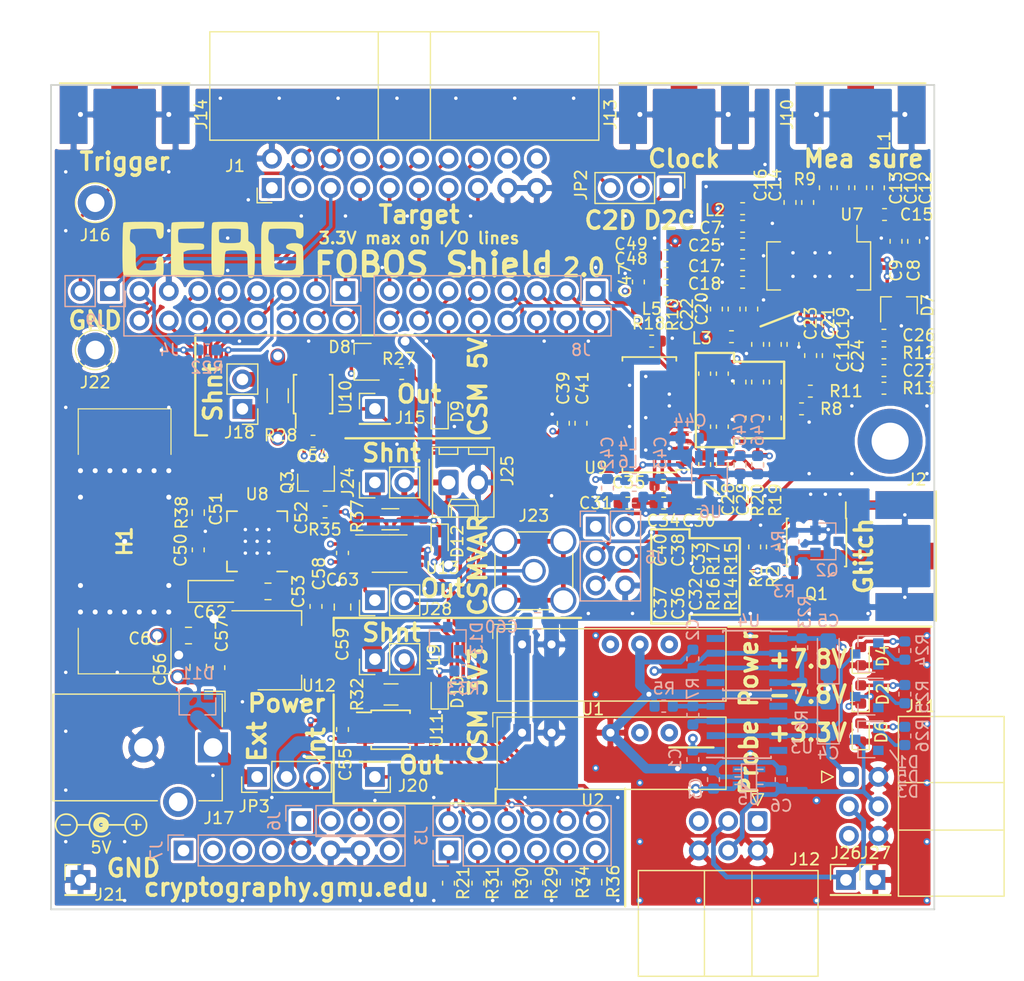
<source format=kicad_pcb>
(kicad_pcb (version 20211014) (generator pcbnew)
  (layers (0 "F.Cu" signal) (1 "In1.Cu" power) (2 "In2.Cu" power) (31 "B.Cu" signal) (34 "B.Paste" user) (35 "F.Paste" user) (36 "B.SilkS" user "B.Silkscreen") (37 "F.SilkS" user "F.Silkscreen") (38 "B.Mask" user) (39 "F.Mask" user) (44 "Edge.Cuts" user))
  (net 0 "")
  (net 1 "Net-(U2-Pad5)")
  (net 2 "Net-(U3-Pad8)")
  (net 3 "Net-(U3-Pad5)")
  (net 4 "Net-(D1-Pad2)")
  (net 5 "Net-(D4-Pad2)")
  (net 6 "Net-(D2-Pad2)")
  (net 7 "Net-(D6-Pad2)")
  (net 8 "Net-(U5-Pad4)")
  (net 9 "Net-(U4-Pad5)")
  (net 10 "Net-(J5-Pad2)")
  (net 11 "Net-(J7-Pad1)")
  (net 12 "GND")
  (net 13 "VCC3V3")
  (net 14 "VCC5V0")
  (net 15 "XADC_V_P")
  (net 16 "XADC_V_N")
  (net 17 "XADCVREF")
  (net 18 "Net-(C16-Pad2)")
  (net 19 "Net-(C13-Pad2)")
  (net 20 "Net-(C20-Pad2)")
  (net 21 "Net-(C19-Pad2)")
  (net 22 "Net-(C14-Pad1)")
  (net 23 "Net-(C14-Pad2)")
  (net 24 "Net-(C15-Pad2)")
  (net 25 "Net-(C10-Pad1)")
  (net 26 "Net-(C16-Pad1)")
  (net 27 "Net-(C17-Pad2)")
  (net 28 "Net-(C10-Pad2)")
  (net 29 "Net-(C11-Pad2)")
  (net 30 "Net-(C11-Pad1)")
  (net 31 "GNDA")
  (net 32 "Net-(C24-Pad1)")
  (net 33 "Net-(C24-Pad2)")
  (net 34 "Net-(C25-Pad2)")
  (net 35 "Net-(D7-Pad3)")
  (net 36 "Net-(C27-Pad2)")
  (net 37 "Net-(C26-Pad2)")
  (net 38 "Net-(J10-Pad1)")
  (net 39 "Net-(J13-Pad1)")
  (net 40 "ADC_CLK")
  (net 41 "Net-(R19-Pad1)")
  (net 42 "VDDA")
  (net 43 "Net-(C33-Pad2)")
  (net 44 "Net-(C32-Pad1)")
  (net 45 "ADC_OR")
  (net 46 "Net-(C28-Pad2)")
  (net 47 "Net-(C30-Pad1)")
  (net 48 "Net-(C31-Pad1)")
  (net 49 "Net-(C43-Pad2)")
  (net 50 "Net-(C44-Pad2)")
  (net 51 "5Vclean")
  (net 52 "Net-(C52-Pad2)")
  (net 53 "Net-(C51-Pad1)")
  (net 54 "Net-(Q2-Pad1)")
  (net 55 "Net-(Q1-Pad4)")
  (net 56 "Net-(D9-Pad2)")
  (net 57 "Net-(D8-Pad2)")
  (net 58 "VGA_GAIN")
  (net 59 "VGA_HILO")
  (net 60 "GlitchLP")
  (net 61 "Glitch")
  (net 62 "ADC_D0")
  (net 63 "ADC_D1")
  (net 64 "ADC_D2")
  (net 65 "ADC_D3")
  (net 66 "ADC_D4")
  (net 67 "ADC_D9")
  (net 68 "ADC_D8")
  (net 69 "ADC_D7")
  (net 70 "ADC_D6")
  (net 71 "ADC_D5")
  (net 72 "Trigger")
  (net 73 "PWR0")
  (net 74 "PWR1")
  (net 75 "PWR2")
  (net 76 "PWR3")
  (net 77 "PWR4")
  (net 78 "PWR5")
  (net 79 "Net-(J2-Pad1)")
  (net 80 "Net-(D5-Pad2)")
  (net 81 "Net-(R23-Pad2)")
  (net 82 "/Power/-7V8P")
  (net 83 "/Power/+7V8P")
  (net 84 "Net-(R5-Pad1)")
  (net 85 "/Power/GNDP")
  (net 86 "Net-(C3-Pad1)")
  (net 87 "/Power/3V3P")
  (net 88 "Net-(C2-Pad2)")
  (net 89 "Net-(U4-Pad8)")
  (net 90 "Net-(C1-Pad1)")
  (net 91 "Net-(J11-Pad3)")
  (net 92 "PWR_PG")
  (net 93 "PWR_EN")
  (net 94 "Net-(C52-Pad1)")
  (net 95 "/Ardu/A0")
  (net 96 "/Ardu/A1")
  (net 97 "/Ardu/A2")
  (net 98 "CSM3V3Gain0")
  (net 99 "/Ardu/A3")
  (net 100 "CSM3V3Gain1")
  (net 101 "CSM3V3Cur")
  (net 102 "CSM5VCur")
  (net 103 "CSM5VGain0")
  (net 104 "CSM5VGain1")
  (net 105 "Net-(D10-Pad2)")
  (net 106 "Net-(C58-Pad1)")
  (net 107 "Net-(D11-Pad1)")
  (net 108 "Net-(J17-Pad3)")
  (net 109 "Net-(Q3-Pad3)")
  (net 110 "IN")
  (net 111 "Net-(D12-Pad1)")
  (net 112 "Net-(J7-Pad3)")
  (net 113 "VU_CK")
  (net 114 "/Ardu/A4")
  (net 115 "CSMVarGain1")
  (net 116 "/Ardu/A5")
  (net 117 "CSMVarGain0")
  (net 118 "CSMVarCur")
  (net 119 "FD2C_CLK")
  (net 120 "FC_RST")
  (net 121 "FC2D_CLK")
  (net 122 "FC_IO")
  (net 123 "FD_VREF")
  (net 124 "FD_TF")
  (net 125 "FC_DIO0")
  (net 126 "FC2D_HS")
  (net 127 "FC_DIO1")
  (net 128 "FD2C_HS")
  (net 129 "FC_DIO2")
  (net 130 "FC_PROG")
  (net 131 "FC_DIO3")
  (net 132 "FC_5V")
  (net 133 "FC_3V3")
  (net 134 "FC_Var")
  (net 135 "Net-(D3-Pad2)")
  (net 136 "Net-(D13-Pad2)")
  (net 137 "XADCGND")
  (net 138 "Net-(J28-Pad1)")
  (footprint "Resistor_SMD:R_0603_1608Metric" (layer "F.Cu") (at 97.536 67.2845 90)
    (fp_text reference "R1")
    (fp_text value "1R")
  )
  (footprint "Resistor_SMD:R_0603_1608Metric" (layer "F.Cu") (at 67.0815 52.324)
    (fp_text reference "R27")
    (fp_text value "330R")
  )
  (footprint "Diode_SMD:D_SOT-23_ANK" (layer "F.Cu") (at 63.738 51.308 180)
    (fp_text reference "D8")
    (fp_text value "3V9")
  )
  (footprint "cerg:SMA-JOHNSON-142-0701-801" (layer "F.Cu") (at 43.18 29.972)
    (fp_text reference "J14")
    (fp_text value "Trigger")
  )
  (footprint "cerg:SMA-JOHNSON-142-0701-801" (layer "F.Cu") (at 110.49 68.072 -90)
    (fp_text reference "J2")
    (fp_text value "Glitch")
  )
  (footprint "Resistor_SMD:R_0603_1608Metric" (layer "F.Cu") (at 99.06 67.2845 -90)
    (fp_text reference "R2")
    (fp_text value "10k")
  )
  (footprint "Capacitor_SMD:C_0603_1608Metric" (layer "F.Cu") (at 59.436 58.166 180)
    (fp_text reference "C54")
    (fp_text value "100n")
  )
  (footprint "Resistor_SMD:R_0603_1608Metric" (layer "F.Cu") (at 78.74 96.2405 -90)
    (fp_text reference "R29")
    (fp_text value "1k69 1%")
  )
  (footprint "cerg:BarrelJack_CUI_PJ-102AH_Horizontal" (layer "F.Cu") (at 50.8 84.582 -90)
    (fp_text reference "J17")
    (fp_text value "Barrel_Jack_Switch")
  )
  (footprint "LED_SMD:LED_0603_1608Metric" (layer "F.Cu") (at 70.358 55.6005 90)
    (fp_text reference "D9")
    (fp_text value "green")
  )
  (footprint "Capacitor_SMD:C_0603_1608Metric" (layer "F.Cu") (at 87.503 44.4245 -90)
    (fp_text reference "C47")
    (fp_text value "10n")
  )
  (footprint "Capacitor_SMD:C_0603_1608Metric" (layer "F.Cu") (at 89.8905 43.688)
    (fp_text reference "C48")
    (fp_text value "100n")
  )
  (footprint "Package_TO_SOT_SMD:SOT-223-3_TabPin2" (layer "F.Cu") (at 56.54 76.2)
    (fp_text reference "U12")
    (fp_text value "LD1117S33TR_SOT223")
  )
  (footprint "LED_SMD:LED_0603_1608Metric" (layer "F.Cu") (at 70.358 79.7815 90)
    (fp_text reference "D10")
    (fp_text value "green")
  )
  (footprint "Capacitor_SMD:C_0603_1608Metric" (layer "F.Cu") (at 51.308 77.6985 90)
    (fp_text reference "C57")
    (fp_text value "100n")
  )
  (footprint "TestPoint:TestPoint_Loop_D2.60mm_Drill1.6mm_Beaded" (layer "F.Cu") (at 40.64 50.292)
    (fp_text reference "J22")
    (fp_text value "GND")
  )
  (footprint "Package_SO:MSOP-8_3x3mm_P0.65mm" (layer "F.Cu") (at 59.436 54.102 90)
    (fp_text reference "U10")
    (fp_text value "INA225")
  )
  (footprint "LED_SMD:LED_0603_1608Metric" (layer "F.Cu") (at 70.358 66.802 -90)
    (fp_text reference "D12")
    (fp_text value "green")
  )
  (footprint "Resistor_SMD:R_1206_3216Metric" (layer "F.Cu") (at 66.164 80.01)
    (fp_text reference "R32")
    (fp_text value "0R1")
  )
  (footprint "Inductor_SMD:L_0603_1608Metric" (layer "F.Cu") (at 89.8905 45.212 180)
    (fp_text reference "L5")
    (fp_text value "1k/500mA")
  )
  (footprint "Connector_PinHeader_2.54mm:PinHeader_1x02_P2.54mm_Vertical" (layer "F.Cu") (at 64.77 76.962 90)
    (fp_text reference "J19")
    (fp_text value "Conn_01x02")
  )
  (footprint "Connector_PinHeader_2.54mm:PinHeader_1x03_P2.54mm_Vertical" (layer "F.Cu") (at 90.17 36.322 -90)
    (fp_text reference "JP2")
    (fp_text value "ExtClkSel")
  )
  (footprint "Capacitor_SMD:C_0603_1608Metric" (layer "F.Cu") (at 89.8905 42.164)
    (fp_text reference "C49")
    (fp_text value "2u2")
  )
  (footprint "Resistor_SMD:R_0603_1608Metric" (layer "F.Cu") (at 73.66 96.2915 -90)
    (fp_text reference "R31")
    (fp_text value "1k69 1%")
  )
  (footprint "cerg:SMA-JOHNSON-142-0701-801" (layer "F.Cu") (at 106.68 29.972)
    (fp_text reference "J10")
    (fp_text value "ADCin")
  )
  (footprint "Capacitor_SMD:C_0603_1608Metric" (layer "F.Cu") (at 81.026 56.6165 -90)
    (fp_text reference "C39")
    (fp_text value "100n")
  )
  (footprint "cerg:QSOP-20_3.9x8.7mm_P0.635mm" (layer "F.Cu") (at 103.0605 43.0403 -90)
    (fp_text reference "U7")
    (fp_text value "AD8331")
  )
  (footprint "Resistor_SMD:R_0603_1608Metric" (layer "F.Cu") (at 108.6865 50.546)
    (fp_text reference "R12")
    (fp_text value "2k")
  )
  (footprint "Resistor_SMD:R_0603_1608Metric" (layer "F.Cu") (at 99.314 56.1595 90)
    (fp_text reference "R14")
    (fp_text value "1k")
  )
  (footprint "Capacitor_SMD:C_0603_1608Metric" (layer "F.Cu") (at 111.252 40.9195 -90)
    (fp_text reference "C8")
    (fp_text value "100n")
  )
  (footprint "Inductor_SMD:L_0603_1608Metric" (layer "F.Cu") (at 95.5295 49.149 180)
    (fp_text reference "L3")
    (fp_text value "1k/500mA")
  )
  (footprint "Capacitor_SMD:C_0603_1608Metric" (layer "F.Cu") (at 96.4945 42.926)
    (fp_text reference "C17")
    (fp_text value "1nF")
  )
  (footprint "Resistor_SMD:R_0603_1608Metric" (layer "F.Cu") (at 97.79 53.0605 90)
    (fp_text reference "R17")
    (fp_text value "1k")
  )
  (footprint "Capacitor_SMD:C_0603_1608Metric" (layer "F.Cu") (at 108.6865 49.022 180)
    (fp_text reference "C26")
    (fp_text value "1uF")
  )
  (footprint "Resistor_SMD:R_0603_1608Metric" (layer "F.Cu") (at 88.646 49.53 180)
    (fp_text reference "R18")
    (fp_text value "100R")
  )
  (footprint "Resistor_SMD:R_0603_1608Metric" (layer "F.Cu") (at 101.5745 55.372 180)
    (fp_text reference "R8")
    (fp_text value "33R, 0.5%")
  )
  (footprint "Capacitor_SMD:C_0603_1608Metric" (layer "F.Cu") (at 96.266 56.1595 -90)
    (fp_text reference "C32")
    (fp_text value "100p")
  )
  (footprint "Capacitor_SMD:C_0603_1608Metric" (layer "F.Cu") (at 97.79 49.8095 90)
    (fp_text reference "C23")
    (fp_text value "1uF")
  )
  (footprint "Capacitor_SMD:C_0603_1608Metric" (layer "F.Cu") (at 89.6875 61.976)
    (fp_text reference "C35")
    (fp_text value "10u")
  )
  (footprint "Capacitor_SMD:C_0603_1608Metric" (layer "F.Cu") (at 108.6865 52.07)
    (fp_text reference "C27")
    (fp_text value "1uF")
  )
  (footprint "Capacitor_SMD:C_0603_1608Metric" (layer "F.Cu") (at 93.218 52.337 90)
    (fp_text reference "C40")
    (fp_text value "10n")
  )
  (footprint "Capacitor_SMD:C_0603_1608Metric" (layer "F.Cu") (at 96.4945 44.45)
    (fp_text reference "C18")
    (fp_text value "100n")
  )
  (footprint "Capacitor_SMD:C_0603_1608Metric" (layer "F.Cu") (at 86.5885 63.5 180)
    (fp_text reference "C31")
    (fp_text value "100n")
  )
  (footprint "Capacitor_SMD:C_0603_1608Metric" (layer "F.Cu") (at 94.742 60.1725 90)
    (fp_text reference "C29")
    (fp_text value "10u")
  )
  (footprint "Capacitor_SMD:C_0603_1608Metric" (layer "F.Cu") (at 95.758 46.7615 -90)
    (fp_text reference "C22")
    (fp_text value "100n")
  )
  (footprint "Capacitor_SMD:C_0603_1608Metric" (layer "F.Cu") (at 100.838 49.8095 90)
    (fp_text reference "C19")
    (fp_text value "1nF")
  )
  (footprint "Capacitor_SMD:C_0603_1608Metric" (layer "F.Cu") (at 102.362 50.7745 90)
    (fp_text reference "C11")
    (fp_text value "100n")
  )
  (footprint "Resistor_SMD:R_0603_1608Metric" (layer "F.Cu") (at 94.234 46.7615 -90)
    (fp_text reference "R10")
    (fp_text value "10k")
  )
  (footprint "Capacitor_SMD:C_0603_1608Metric" (layer "F.Cu") (at 109.728 40.9195 -90)
    (fp_text reference "C9")
    (fp_text value "1nF")
  )
  (footprint "Resistor_SMD:R_0603_1608Metric" (layer "F.Cu") (at 96.266 60.1725 90)
    (fp_text reference "R20")
    (fp_text value "1k")
  )
  (footprint "Capacitor_SMD:C_0603_1608Metric" (layer "F.Cu") (at 82.55 56.6165 -90)
    (fp_text reference "C41")
    (fp_text value "10n")
  )
  (footprint "Capacitor_SMD:C_0603_1608Metric" (layer "F.Cu") (at 94.742 56.909 -90)
    (fp_text reference "C36")
    (fp_text value "100n")
  )
  (footprint "Capacitor_SMD:C_0603_1608Metric" (layer "F.Cu") (at 97.282 46.7615 -90)
    (fp_text reference "C20")
    (fp_text value "1nF")
  )
  (footprint "Capacitor_SMD:C_0603_1608Metric" (layer "F.Cu") (at 92.7355 63.5)
    (fp_text reference "C30")
    (fp_text value "100n")
  )
  (footprint "Resistor_SMD:R_0603_1608Metric" (layer "F.Cu") (at 108.6865 53.594 180)
    (fp_text reference "R13")
    (fp_text value "2k")
  )
  (footprint "Capacitor_SMD:C_0603_1608Metric" (layer "F.Cu") (at 93.218 60.1725 90)
    (fp_text reference "C28")
    (fp_text value "100n")
  )
  (footprint "Capacitor_SMD:C_0603_1608Metric" (layer "F.Cu") (at 99.314 49.8095 90)
    (fp_text reference "C21")
    (fp_text value "100n")
  )
  (footprint "Resistor_SMD:R_0603_1608Metric" (layer "F.Cu") (at 102.3365 53.848 180)
    (fp_text reference "R11")
    (fp_text value "33R, 0.5%")
  )
  (footprint "Capacitor_SMD:C_0603_1608Metric" (layer "F.Cu") (at 96.266 53.0605 -90)
    (fp_text reference "C33")
    (fp_text value "100p")
  )
  (footprint "Capacitor_SMD:C_0603_1608Metric" (layer "F.Cu") (at 89.6875 63.5)
    (fp_text reference "C34")
    (fp_text value "100n")
  )
  (footprint "Resistor_SMD:R_0603_1608Metric" (layer "F.Cu") (at 97.79 60.1725 90)
    (fp_text reference "R19")
    (fp_text value "2k")
  )
  (footprint "Capacitor_SMD:C_0603_1608Metric" (layer "F.Cu") (at 93.218 56.909 -90)
    (fp_text reference "C37")
    (fp_text value "10n")
  )
  (footprint "Capacitor_SMD:C_0603_1608Metric" (layer "F.Cu") (at 94.742 52.337 90)
    (fp_text reference "C38")
    (fp_text value "100n")
  )
  (footprint "Resistor_SMD:R_0603_1608Metric" (layer "F.Cu") (at 97.79 56.1595 -90)
    (fp_text reference "R16")
    (fp_text value "1k")
  )
  (footprint "Package_TO_SOT_SMD:SOT-23" (layer "F.Cu") (at 109.982 46.466 90)
    (fp_text reference "D7")
    (fp_text value "BAV99")
  )
  (footprint "Capacitor_SMD:C_0603_1608Metric" (layer "F.Cu") (at 103.886 50.7745 90)
    (fp_text reference "C24")
    (fp_text value "100n")
  )
  (footprint "Capacitor_SMD:C_0805_2012Metric" (layer "F.Cu") (at 49.53 77.6755 90)
    (fp_text reference "C56")
    (fp_text value "10uF")
  )
  (footprint "Capacitor_SMD:C_0805_2012Metric" (layer "F.Cu") (at 61.976 72.4685 90)
    (fp_text reference "C59")
    (fp_text value "10uF")
  )
  (footprint "Capacitor_SMD:C_0805_2012Metric" (layer "F.Cu") (at 48.6895 74.93)
    (fp_text reference "C61")
    (fp_text value "10uF, 10V")
  )
  (footprint "Connector_PinHeader_2.54mm:PinHeader_1x01_P2.54mm_Vertical" (layer "F.Cu") (at 64.77 87.122 180)
    (fp_text reference "J20")
    (fp_text value "CSM3V3Cur")
  )
  (footprint "Resistor_SMD:R_0603_1608Metric" (layer "F.Cu") (at 60.4775 64.262)
    (fp_text reference "R35")
    (fp_text value "470R")
  )
  (footprint "Package_SO:SOIC-8_3.9x4.9mm_P1.27mm" (layer "F.Cu") (at 102.87 66.896 -90)
    (fp_text reference "Q1")
    (fp_text value "IRF7807Z")
  )
  (footprint "Capacitor_SMD:C_0805_2012Metric" (layer "F.Cu") (at 55.5475 71.12 180)
    (fp_text reference "C53")
    (fp_text value "10uF")
  )
  (footprint "Connector_PinHeader_2.54mm:PinHeader_1x03_P2.54mm_Vertical" (layer "F.Cu") (at 54.61 87.122 90)
    (fp_text reference "JP3")
    (fp_text value "Power Ext or int")
  )
  (footprint "Inductor_SMD:L_0402_1005Metric" (layer "F.Cu") (at 106.68 33.782 90)
    (fp_text reference "L1")
    (fp_text value "120nH")
  )
  (footprint "cerg:573100D00010G" (layer "F.Cu") (at 43.18 66.802 90)
    (fp_text reference "H1")
    (fp_text value "573100D00010G" hide)
  )
  (footprint "Resistor_SMD:R_0603_1608Metric" (layer "F.Cu") (at 99.314 53.0605 -90)
    (fp_text reference "R15")
    (fp_text value "1k")
  )
  (footprint "Capacitor_SMD:C_0603_1608Metric" (layer "F.Cu") (at 102.108 37.5665 90)
    (fp_text reference "C14")
    (fp_text value "100n")
  )
  (footprint "Capacitor_SMD:C_0603_1608Metric" (layer "F.Cu") (at 100.584 37.5665 90)
    (fp_text reference "C16")
    (fp_text value "100n")
  )
  (footprint "Capacitor_SMD:C_0603_1608Metric" (layer "F.Cu") (at 108.204 36.2965 -90)
    (fp_text reference "C12")
    (fp_text value "22pF")
  )
  (footprint "Capacitor_SMD:C_0603_1608Metric" (layer "F.Cu") (at 105.156 36.2965 90)
    (fp_text reference "C13")
    (fp_text value "18nF")
  )
  (footprint "Resistor_SMD:R_0603_1608Metric" (layer "F.Cu") (at 103.632 36.2965 90)
    (fp_text reference "R9")
    (fp_text value "274R")
  )
  (footprint "Capacitor_SMD:C_0603_1608Metric" (layer "F.Cu") (at 106.68 36.2965 90)
    (fp_text reference "C10")
    (fp_text value "100n")
  )
  (footprint "Package_SO:MSOP-8_3x3mm_P0.65mm" (layer "F.Cu") (at 66.126 83.058)
    (fp_text reference "U11")
    (fp_text value "INA225")
  )
  (footprint "Connector_PinHeader_2.54mm:PinHeader_1x02_P2.54mm_Vertical" (layer "F.Cu") (at 53.34 55.372 180)
    (fp_text reference "J18")
    (fp_text value "Conn_01x02")
  )
  (footprint "Connector_PinHeader_2.54mm:PinHeader_1x01_P2.54mm_Vertical" (layer "F.Cu") (at 64.77 55.372)
    (fp_text reference "J15")
    (fp_text value "CSM5VCur")
  )
  (footprint "Converter_DCDC:Converter_DCDC_muRata_NMAxxxxSC_THT" (layer "F.Cu") (at 77.47 75.692 90)
    (fp_text reference "U1")
    (fp_text value "RB-0509D")
  )
  (footprint "Resistor_SMD:R_0603_1608Metric" (layer "F.Cu") (at 71.12 96.2915 -90)
    (fp_text reference "R21")
    (fp_text value "1k69 1%")
  )
  (footprint "cerg:cerg" (layer "F.Cu") (at 50.8 41.656)
    (fp_text reference "G***" hide)
    (fp_text value "LOGO" hide)
  )
  (footprint "Resistor_SMD:R_1206_3216Metric" (layer "F.Cu") (at 56.388 54.232 90)
    (fp_text reference "R28")
    (fp_text value "0R1")
  )
  (footprint "Package_SO:TSSOP-28_4.4x9.7mm_P0.65mm" (layer "F.Cu") (at 88.448 55.88 180)
    (fp_text reference "U9")
    (fp_text value "AD9215")
  )
  (footprint "Inductor_SMD:L_0603_1608Metric" (layer "F.Cu") (at 96.4945 38.1 180)
    (fp_text reference "L2")
    (fp_text value "1k/500mA")
  )
  (footprint "Capacitor_SMD:C_0603_1608Metric" (layer "F.Cu") (at 96.4945 39.624)
    (fp_text reference "C7")
    (fp_text value "1uF")
  )
  (footprint "Capacitor_SMD:C_0603_1608Metric" (layer "F.Cu") (at 96.4945 41.148)
    (fp_text reference "C25")
    (fp_text value "100n")
  )
  (footprint "cerg:SMA-JOHNSON-142-0701-801" (layer "F.Cu") (at 91.44 29.972)
    (fp_text reference "J13")
    (fp_text value "Clock")
  )
  (footprint "Connector_IDC:IDC-Header_2x10_P2.54mm_Horizontal" (layer "F.Cu") (at 55.88 36.322 90)
    (fp_text reference "J1")
    (fp_text value "Target")
  )
  (footprint "Symbol:Symbol_Barrel_Polarity" (layer "F.Cu") (at 41.148 91.186)
    (fp_text reference "REF**" hide)
    (fp_text value "Symbol_Barrel_Polarity")
  )
  (footprint "Capacitor_SMD:C_0603_1608Metric" (layer "F.Cu") (at 61.976 67.805 90)
    (fp_text reference "C63")
    (fp_text value "100n")
  )
  (footprint "Connector_PinHeader_2.54mm:PinHeader_1x02_P2.54mm_Vertical" (layer "F.Cu") (at 64.77 61.722 90)
    (fp_text reference "J24")
    (fp_text value "Conn_01x02")
  )
  (footprint "Connector_Molex:Molex_KK-254_AE-6410-02A_1x02_P2.54mm_Vertical" (layer "F.Cu") (at 71.12 61.722)
    (fp_text reference "J25")
    (fp_text value "V_Var")
  )
  (footprint "Resistor_SMD:R_0603_1608Metric" (layer "F.Cu") (at 81.28 96.203 -90)
    (fp_text reference "R34")
    (fp_text value "1k69 1%")
  )
  (footprint "Resistor_SMD:R_0603_1608Metric" (layer "F.Cu") (at 83.82 96.203 -90)
    (fp_text reference "R36")
    (fp_text value "1k69 1%")
  )
  (footprint "Resistor_SMD:R_1206_3216Metric" (layer "F.Cu") (at 66.1015 64.897)
    (fp_text reference "R37")
    (fp_text value "0R1")
  )
  (footprint "Package_SO:MSOP-8_3x3mm_P0.65mm" (layer "F.Cu") (at 66.04 67.859)
    (fp_text reference "U13")
    (fp_text value "INA225")
  )
  (footprint "LED_SMD:LED_0603_1608Metric" (layer "F.Cu") (at 106.68 76.708 90)
    (fp_text reference "D4")
    (fp_text value "green")
  )
  (footprint "LED_SMD:LED_0603_1608Metric" (layer "F.Cu") (at 106.68 80.01 90)
    (fp_text reference "D2")
    (fp_text value "green")
  )
  (footprint "LED_SMD:LED_0603_1608Metric" (layer "F.Cu") (at 106.68 83.2865 90)
    (fp_text reference "D6")
    (fp_text value "green")
  )
  (footprint "Connector_IDC:IDC-Header_2x03_P2.54mm_Horizontal" (layer "F.Cu") (at 105.664 87.122)
    (fp_text reference "J11")
    (fp_text value "PP1")
  )
  (footprint "Connector_IDC:IDC-Header_2x03_P2.54mm_Horizontal" (layer "F.Cu") (at 97.79 90.932 -90)
    (fp_text reference "J12")
    (fp_text value "PP2")
  )
  (footprint "Converter_DCDC:Converter_DCDC_muRata_NMAxxxxSC_THT" (layer "F.Cu") (at 77.47 83.312 90)
    (fp_text reference "U2")
    (fp_text value "REE-0505S")
  )
  (footprint "Capacitor_SMD:C_0603_1608Metric" (layer "F.Cu") (at 59.69 72.4155 90)
    (fp_text reference "C58")
    (fp_text value "100n")
  )
  (footprint "Capacitor_SMD:C_0603_1608Metric" (layer "F.Cu") (at 61.976 83.0325 90)
    (fp_text reference "C55")
    (fp_text value "100n")
  )
  (footprint "Capacitor_SMD:C_0603_1608Metric" (layer "F.Cu") (at 108.7375 38.608 180)
    (fp_text reference "C15")
    (fp_text value "100n")
  )
  (footprint "MountingHole:MountingHole_3.2mm_M3_DIN965_Pad_TopBottom" (layer "F.Cu") (at 109.22 58.166)
    (fp_text reference "H3")
    (fp_text value "MountingHole")
  )
  (footprint "Connector_PinHeader_2.54mm:PinHeader_1x01_P2.54mm_Vertical" (layer "F.Cu") (at 39.37 96.012)
    (fp_text reference "J21")
    (fp_text value "GND")
  )
  (footprint "Connector_PinHeader_2.54mm:PinHeader_1x01_P2.54mm_Vertical" (layer "F.Cu") (at 105.41 96.012)
    (fp_text reference "J26")
    (fp_text value "AUX")
  )
  (footprint "Connector_PinHeader_2.54mm:PinHeader_1x01_P2.54mm_Vertical" (layer "F.Cu") (at 107.95 96.012)
    (fp_text reference "J27")
    (fp_text value "GNDP")
  )
  (footprint "Resistor_SMD:R_0603_1608Metric" (layer "F.Cu") (at 76.2 96.2915 -90)
    (fp_text reference "R30")
    (fp_text value "1k69 1%")
  )
  (footprint "Capacitor_SMD:C_0402_1005Metric" (layer "F.Cu") (at 58.42 67.079 90)
    (fp_text reference "C52")
    (fp_text value "220p")
  )
  (footprint "Capacitor_SMD:C_0603_1608Metric" (layer "F.Cu") (at 49.53 67.5385 90)
    (fp_text reference "C50")
    (fp_text value "1uF")
  )
  (footprint "Package_TO_SOT_SMD:SOT-23" (layer "F.Cu") (at 59.69 61.706 -90)
    (fp_text reference "Q3")
    (fp_text value "BSS138L")
  )
  (footprint "Capacitor_SMD:C_0402_1005Metric" (layer "F.Cu") (at 50.8 66.317 90)
    (fp_text reference "C51")
    (fp_text value "10n")
  )
  (footprint "Capacitor_Tantalum_SMD:CP_EIA-3216-18_Kemet-A" (layer "F.Cu") (at 50.974 71.12)
    (fp_text reference "C62")
    (fp_text value "1uF")
  )
  (footprint "Package_DFN_QFN:Texas_VQFN-RGW-20" (layer "F.Cu") (at 54.61 66.802 180)
    (fp_text reference "U8")
    (fp_text value "TPS7A7100_VQFN20")
  )
  (footprint "Resistor_SMD:R_0603_1608Metric" (layer "F.Cu") (at 49.53 64.325 90)
    (fp_text reference "R38")
    (fp_text value "10k")
  )
  (footprint "Connector_Coaxial:SMA_Amphenol_901-144_Vertical" (layer "F.Cu") (at 78.486 69.342)
    (fp_text reference "J23")
    (fp_text value "Conn_Coaxial_Power")
  )
  (footprint "Connector_PinHeader_2.54mm:PinHeader_1x02_P2.54mm_Vertical" (layer "F.Cu") (at 64.77 71.882 90)
    (fp_text reference "J28")
    (fp_text value "CSM5VCur")
  )
  (footprint "TestPoint:TestPoint_Loop_D2.60mm_Drill1.6mm_Beaded" (layer "F.Cu") (at 40.64 37.592)
    (fp_text reference "J16")
    (fp_text value "Conn_01x01")
  )
  (footprint "Resistor_SMD:R_0603_1608Metric" (layer "B.Cu") (at 100.1015 69.342)
    (fp_text reference "R3")
    (fp_text value "1R")
  )
  (footprint "Resistor_SMD:R_0603_1608Metric" (layer "B.Cu") (at 100.838 66.8275 90)
    (fp_text reference "R4")
    (fp_text value "10k")
  )
  (footprint "Connector_PinSocket_2.54mm:PinSocket_2x03_P2.54mm_Vertical" (layer "B.Cu") (at 83.82 65.532 180)
    (fp_text reference "J5")
    (fp_text value "SPI")
  )
  (footprint "Connector_PinHeader_2.54mm:PinHeader_1x08_P2.54mm_Vertical" (layer "B.Cu") (at 48.26 93.472 -90)
    (fp_text reference "J7")
    (fp_text value "Power")
  )
  (footprint "Connector_PinHeader_2.54mm:PinHeader_1x04_P2.54mm_Vertical" (layer "B.Cu") (at 58.42 90.932 -90)
    (fp_text reference "J6")
    (fp_text value "Analog2")
  )
  (footprint "Connector_PinHeader_2.54mm:PinHeader_1x02_P2.54mm_Vertical" (layer "B.Cu") (at 41.91 45.212 90)
    (fp_text reference "J9")
    (fp_text value "SPI2")
  )
  (footprint "cerg:PinHeader_2x08_P2.54mm_Vertical_Flipped" (layer "B.Cu") (at 83.82 47.752 90)
    (fp_text reference "J8")
    (fp_text value "IOL")
  )
  (footprint "Resistor_SMD:R_0603_1608Metric" (layer "B.Cu") (at 110.49 76.2255 -90)
    (fp_text reference "R24")
    (fp_text value "100R")
  )
  (footprint "cerg:PinHeader_2x08_P2.54mm_Vertical_Flipped" (layer "B.Cu") (at 62.23 47.752 90)
    (fp_text reference "J4")
    (fp_text value "IOH")
  )
  (footprint "cerg:PinHeader_2x06_P2.54mm_Vertical_flipped" (layer "B.Cu") (at 71.12 90.932 -90)
    (fp_text reference "J3")
    (fp_text value "Analog")
  )
  (footprint "Package_TO_SOT_SMD:SOT-23" (layer "B.Cu") (at 103.775 66.802)
    (fp_text reference "Q2")
    (fp_text value "IRLML2502")
  )
  (footprint "Capacitor_SMD:C_0603_1608Metric" (layer "B.Cu") (at 97.79 60.2235 90)
    (fp_text reference "C46")
    (fp_text value "100n")
  )
  (footprint "Package_TO_SOT_SMD:TSOT-23-5" (layer "B.Cu") (at 93.66 60.92 90)
    (fp_text reference "U6")
    (fp_text value "LP3985IM5-3.0")
  )
  (footprint "Capacitor_SMD:C_0603_1608Metric" (layer "B.Cu") (at 96.266 60.2235 90)
    (fp_text reference "C45")
    (fp_text value "1uF")
  )
  (footprint "Capacitor_SMD:C_0603_1608Metric" (layer "B.Cu") (at 89.408 62.2045 90)
    (fp_text reference "C43")
    (fp_text value "1uF")
  )
  (footprint "Capacitor_SMD:C_0603_1608Metric" (layer "B.Cu") (at 84.836 62.2045 90)
    (fp_text reference "C42")
    (fp_text value "100n")
  )
  (footprint "Inductor_SMD:L_0603_1608Metric" (layer "B.Cu") (at 87.1475 61.468 180)
    (fp_text reference "L4")
    (fp_text value "1k/500mA")
  )
  (footprint "Resistor_SMD:R_0603_1608Metric" (layer "B.Cu") (at 110.49 83.5915 90)
    (fp_text reference "R26")
    (fp_text value "100R")
  )
  (footprint "Resistor_SMD:R_0603_1608Metric" (layer "B.Cu") (at 50.3175 50.292 180)
    (fp_text reference "R22")
    (fp_text value "22K")
  )
  (footprint "Capacitor_SMD:C_0805_2012Metric" (layer "B.Cu") (at 78.8185 73.66)
    (fp_text reference "C60")
    (fp_text value "10uF, 10V")
  )
  (footprint "Capacitor_SMD:C_0603_1608Metric" (layer "B.Cu") (at 91.9225 57.912)
    (fp_text reference "C44")
    (fp_text value "10n")
  )
  (footprint "Resistor_SMD:R_0603_1608Metric" (layer "B.Cu") (at 92.202 81.8135 90)
    (fp_text reference "R7")
    (fp_text value "240R, 1%")
  )
  (footprint "Diode_SMD:D_SOT-23_ANK" (layer "B.Cu") (at 107.204 76.52 180)
    (fp_text reference "D1")
    (fp_text value "6V2")
  )
  (footprint "Capacitor_SMD:C_0603_1608Metric" (layer "B.Cu") (at 99.822 87.3505 90)
    (fp_text reference "C6")
    (fp_text value "1uF")
  )
  (footprint "Resistor_SMD:R_0603_1608Metric" (layer "B.Cu") (at 89.6875 81.026 180)
    (fp_text reference "R5")
    (fp_text value "1K2, 1%")
  )
  (footprint "Capacitor_Tantalum_SMD:CP_EIA-3216-18_Kemet-A" (layer "B.Cu") (at 103.886 81.962 90)
    (fp_text reference "C4")
    (fp_text value "1uF")
  )
  (footprint "Capacitor_Tantalum_SMD:CP_EIA-3216-18_Kemet-A" (layer "B.Cu") (at 103.886 76.788 90)
    (fp_text reference "C5")
    (fp_text value "1uF")
  )
  (footprint "Package_SO:SOIC-8_3.9x4.9mm_P1.27mm" (layer "B.Cu") (at 96.868 82.931)
    (fp_text reference "U3")
    (fp_text value "LM317L_SO8")
  )
  (footprint "Capacitor_SMD:C_0603_1608Metric" (layer "B.Cu") (at 93.98 87.3505 90)
    (fp_text reference "C3")
    (fp_text value "1uF")
  )
  (footprint "Package_SO:SOIC-8_3.9x4.9mm_P1.27mm" (layer "B.Cu") (at 96.868 77.089 180)
    (fp_text reference "U4")
    (fp_text value "LM337L_SO8")
  )
  (footprint "cerg:sot323-5" (layer "B.Cu") (at 97.044 87.122 90)
    (fp_text reference "U5")
    (fp_text value "LD59015" hide)
  )
  (footprint "Capacitor_SMD:C_0603_1608Metric" (layer "B.Cu") (at 92.202 85.6235 -90)
    (fp_text reference "C1")
    (fp_text value "100n, 16V")
  )
  (footprint "Capacitor_SMD:C_0603_1608Metric" (layer "B.Cu") (at 92.202 76.9365 -90)
    (fp_text reference "C2")
    (fp_text value "100n, 16V")
  )
  (footprint "Resistor_SMD:R_0603_1608Metric" (layer "B.Cu") (at 101.6 79.7815 -90)
    (fp_text reference "R6")
    (fp_text value "1K2, 1%")
  )
  (footprint "Resistor_SMD:R_0603_1608Metric" (layer "B.Cu") (at 101.6 75.9715 -90)
    (fp_text reference "R23")
    (fp_text value "240R, 1%")
  )
  (footprint "Diode_SMD:D_SOT-23_ANK" (layer "B.Cu") (at 107.204 80.198 180)
    (fp_text reference "D5")
    (fp_text value "5V1")
  )
  (footprint "Resistor_SMD:R_0603_1608Metric" (layer "B.Cu") (at 72.4155 77.978 180)
    (fp_text reference "R33")
    (fp_text value "100R")
  )
  (footprint "Diode_SMD:D_SOT-23_ANK" (layer "B.Cu") (at 49.464 81.01 -90)
    (fp_text reference "D11")
    (fp_text value "5V1")
  )
  (footprint "Resistor_SMD:R_0603_1608Metric" (layer "B.Cu") (at 110.49 79.9845 -90)
    (fp_text reference "R25")
    (fp_text value "100R")
  )
  (footprint "Inductor_SMD:L_0603_1608Metric" (layer "B.Cu") (at 87.1475 62.992 180)
    (fp_text reference "L6")
    (fp_text value "1k/500mA")
  )
  (footprint "Diode_SMD:D_SOT-23_ANK" (layer "B.Cu") (at 107.204 83.886 180)
    (fp_text reference "D3")
    (fp_text value "2V4")
  )
  (footprint "Diode_SMD:D_SOT-23_ANK" (layer "B.Cu") (at 71.054 75.2 90)
    (fp_text reference "D13")
    (fp_text value "2V4")
  )
  (gr_line (start 109.22 84.836) (end 109.982 85.852) (layer "B.SilkS") (width 0.15))
  (gr_line (start 49.276 57.658) (end 50.292 57.658) (layer "F.SilkS") (width 0.2))
  (gr_line (start 61.214 73.406) (end 82.55 73.406) (layer "F.SilkS") (width 0.2))
  (gr_line (start 62.23 57.912) (end 74.676 57.912) (layer "F.SilkS") (width 0.2))
  (gr_line (start 61.214 73.406) (end 61.214 74.93) (layer "F.SilkS") (width 0.2))
  (gr_line (start 95.758 50.546) (end 92.456 50.546) (layer "F.SilkS") (width 0.2))
  (gr_line (start 95.758 57.912) (end 95.758 58.674) (layer "F.SilkS") (width 0.2))
  (gr_line (start 95.758 50.546) (end 95.758 51.308) (layer "F.SilkS") (width 0.2))
  (gr_line (start 100.076 51.308) (end 95.758 51.308) (layer "F.SilkS") (width 0.2))
  (gr_line (start 91.916 73.1335) (end 91.916 73.8955) (layer "F.SilkS") (width 0.2))
  (gr_line (start 88.614 73.8955) (end 88.614 65.7675) (layer "F.SilkS") (width 0.2))
  (gr_line (start 96.234 66.5295) (end 91.916 66.5295) (layer "F.SilkS") (width 0.2))
  (gr_line (start 91.916 73.8955) (end 88.614 73.8955) (layer "F.SilkS") (width 0.2))
  (gr_line (start 96.234 73.1335) (end 91.916 73.1335) (layer "F.SilkS") (width 0.2))
  (gr_line (start 91.916 65.7675) (end 91.916 66.5295) (layer "F.SilkS") (width 0.2))
  (gr_line (start 91.916 65.7675) (end 88.614 65.7675) (layer "F.SilkS") (width 0.2))
  (gr_line (start 100.076 57.912) (end 100.076 51.308) (layer "F.SilkS") (width 0.2))
  (gr_line (start 98.044 48.26) (end 101.346 46.99) (layer "F.SilkS") (width 0.2))
  (gr_line (start 96.234 73.1335) (end 96.266 66.548) (layer "F.SilkS") (width 0.2))
  (gr_line (start 95.25 74.168) (end 112.776 74.168) (layer "F.SilkS") (width 0.2))
  (gr_line (start 86.36 88.138) (end 86.36 98.298) (layer "F.SilkS") (width 0.2))
  (gr_line (start 61.214 89.408) (end 61.214 80.01) (layer "F.SilkS") (width 0.2))
  (gr_line (start 61.214 89.408) (end 75.184 89.408) (layer "F.SilkS") (width 0.2))
  (gr_line (start 92.456 58.674) (end 92.456 50.546) (layer "F.SilkS") (width 0.2))
  (gr_line (start 100.076 57.912) (end 95.758 57.912) (layer "F.SilkS") (width 0.2))
  (gr_line (start 95.758 58.674) (end 92.456 58.674) (layer "F.SilkS") (width 0.2))
  (gr_line (start 93.218 61.722) (end 94.488 62.738) (layer "F.SilkS") (width 0.2))
  (gr_line (start 75.184 89.408) (end 75.184 88.138) (layer "F.SilkS") (width 0.2))
  (gr_line (start 49.276 49.022) (end 49.276 57.658) (layer "F.SilkS") (width 0.2))
  (gr_line (start 93.98 84.582) (end 90.17 84.582) (layer "F.SilkS") (width 0.2))
  (gr_line (start 49.276 49.022) (end 74.676 49.022) (layer "F.SilkS") (width 0.2))
  (gr_line (start 36.83 27.432) (end 113.03 27.432) (layer "Edge.Cuts") (width 0.15))
  (gr_line (start 113.03 27.432) (end 113.03 98.552) (layer "Edge.Cuts") (width 0.15))
  (gr_line (start 113.03 98.552) (end 36.83 98.552) (layer "Edge.Cuts") (width 0.15))
  (gr_line (start 36.83 98.552) (end 36.83 27.432) (layer "Edge.Cuts") (width 0.15))
  (gr_text "Trigger" (at 43.18 34.036) (layer "F.SilkS") (effects (font (size 1.5 1.5) (thickness 0.3))))
  (gr_text "CSMVAR" (at 73.66 73.406 90) (layer "F.SilkS") (effects (font (size 1.5 1.5) (thickness 0.3)) (justify left)))
  (gr_text "Power" (at 57.15 80.772) (layer "F.SilkS") (effects (font (size 1.5 1.5) (thickness 0.3))))
  (gr_text "+7.8V" (at 105.664 76.962) (layer "F.SilkS") (effects (font (size 1.5 1.5) (thickness 0.3)) (justify right)))
  (gr_text "-7.8V" (at 105.664 80.01) (layer "F.SilkS") (effects (font (size 1.5 1.5) (thickness 0.3)) (justify right)))
  (gr_text "+3.3V" (at 102.108 83.312) (layer "F.SilkS") (effects (font (size 1.5 1.5) (thickness 0.3))))
  (gr_text "Probe Power" (at 97.028 81.534 90) (layer "F.SilkS") (effects (font (size 1.5 1.5) (thickness 0.3))))
  (gr_text "Shnt" (at 63.5 59.182) (layer "F.SilkS") (effects (font (size 1.5 1.5) (thickness 0.3)) (justify left)))
  (gr_text "Out" (at 70.612 70.866) (layer "F.SilkS") (effects (font (size 1.5 1.5) (thickness 0.3))))
  (gr_text "Clock\n" (at 91.44 33.782) (layer "F.SilkS") (effects (font (size 1.5 1.5) (thickness 0.3))))
  (gr_text "Shnt" (at 50.8 56.642 90) (layer "F.SilkS") (effects (font (size 1.5 1.5) (thickness 0.3)) (justify left)))
  (gr_text "Glitch\n" (at 106.934 68.072 90) (layer "F.SilkS") (effects (font (size 1.5 1.5) (thickness 0.3))))
  (gr_text "-" (at 38.1 91.186) (layer "F.SilkS") (effects (font (size 1 1))))
  (gr_text "Out" (at 68.58 54.102) (layer "F.SilkS") (effects (font (size 1.5 1.5) (thickness 0.3))))
  (gr_text "Mea sure" (at 106.934 33.782) (layer "F.SilkS") (effects (font (size 1.5 1.5) (thickness 0.3))))
  (gr_text "C2D" (at 85.09 39.116) (layer "F.SilkS") (effects (font (size 1.5 1.5) (thickness 0.3))))
  (gr_text "GND" (at 40.64 47.752) (layer "F.SilkS") (effects (font (size 1.5 1.5) (thickness 0.3))))
  (gr_text "cryptography.gmu.edu" (at 57.15 96.647) (layer "F.SilkS") (effects (font (size 1.5 1.5) (thickness 0.3))))
  (gr_text "Out" (at 66.675 86.106) (layer "F.SilkS") (effects (font (size 1.5 1.5) (thickness 0.3)) (justify left)))
  (gr_text "Shnt" (at 63.5 74.676) (layer "F.SilkS") (effects (font (size 1.5 1.5) (thickness 0.3)) (justify left)))
  (gr_text "Ext" (at 54.61 84.074 90) (layer "F.SilkS") (effects (font (size 1.5 1.5) (thickness 0.3))))
  (gr_text "2.0" (at 82.804 43.18) (layer "F.SilkS") (effects (font (size 1.5 1.5) (thickness 0.3))))
  (gr_text "CSM 5V" (at 73.66 57.912 90) (layer "F.SilkS") (effects (font (size 1.5 1.5) (thickness 0.3)) (justify left)))
  (gr_text "D2C" (at 90.17 39.116) (layer "F.SilkS") (effects (font (size 1.5 1.5) (thickness 0.3))))
  (gr_text "FOBOS Shield" (at 69.85 42.926) (layer "F.SilkS") (effects (font (size 2 2) (thickness 0.4))))
  (gr_text "CSM 3V3" (at 73.66 86.106 90) (layer "F.SilkS") (effects (font (size 1.5 1.5) (thickness 0.3)) (justify left)))
  (gr_text "5V" (at 41.148 93.218) (layer "F.SilkS") (effects (font (size 1 1))))
  (gr_text "Int" (at 59.69 84.328 90) (layer "F.SilkS") (effects (font (size 1.5 1.5) (thickness 0.3))))
  (gr_text "3.3V max on I/O lines" (at 68.58 40.64) (layer "F.SilkS") (effects (font (size 1 1) (thickness 0.2))))
  (gr_text "Target" (at 68.58 38.608) (layer "F.SilkS") (effects (font (size 1.5 1.5) (thickness 0.3))))
  (gr_text "GND" (at 43.942 94.996) (layer "F.SilkS") (effects (font (size 1.5 1.5) (thickness 0.3))))
  (gr_text "+" (at 44.196 91.186) (layer "F.SilkS") (effects (font (size 1 1))))
  (segment (start 110.49 77.013) (end 109.647 77.013) (width 0.3048) (layer "B.Cu") (net 4))
  (segment (start 109.647 77.013) (end 108.204 75.57) (width 0.3048) (layer "B.Cu") (net 4))
  (segment (start 107.1625 75.438) (end 106.68 75.9205) (width 0.3048) (layer "F.Cu") (net 5))
  (segment (start 109.474 75.438) (end 107.1625 75.438) (width 0.3048) (layer "F.Cu") (net 5))
  (via (at 109.474 75.438) (size 0.6) (drill 0.3) (layers "F.Cu" "B.Cu") (net 5))
  (segment (start 110.49 75.438) (end 109.474 75.438) (width 0.3048) (layer "B.Cu") (net 5))
  (segment (start 106.68 79.2225) (end 109.448522 79.2225) (width 0.3048) (layer "F.Cu") (net 6))
  (segment (start 109.448522 79.2225) (end 109.474022 79.248) (width 0.3048) (layer "F.Cu") (net 6))
  (via (at 109.474022 79.248) (size 0.6) (drill 0.3) (layers "F.Cu" "B.Cu") (net 6))
  (segment (start 110.49 79.197) (end 109.525022 79.197) (width 0.3048) (layer "B.Cu") (net 6))
  (segment (start 109.525022 79.197) (end 109.474022 79.248) (width 0.3048) (layer "B.Cu") (net 6))
  (segment (start 106.985 82.804) (end 106.68 82.499) (width 0.3048) (layer "F.Cu") (net 7))
  (segment (start 109.474 82.804) (end 106.985 82.804) (width 0.3048) (layer "F.Cu") (net 7))
  (via (at 109.474 82.804) (size 0.6) (drill 0.3) (layers "F.Cu" "B.Cu") (net 7))
  (segment (start 110.49 82.804) (end 109.474 82.804) (width 0.3048) (layer "B.Cu") (net 7))
  (segment (start 104.902 62.738) (end 103.632 62.738) (width 0.8128) (layer "F.Cu") (net 12))
  (segment (start 103.632 62.738) (end 103.378 62.738) (width 0.8128) (layer "F.Cu") (net 12))
  (segment (start 102.362 62.738) (end 102.362 62.738) (width 0.3048) (layer "F.Cu") (net 12))
  (segment (start 50.88775 73.49375) (end 49.627 74.7545) (width 1.27) (layer "F.Cu") (net 12))
  (segment (start 54.61 67.818) (end 54.61 71.12) (width 0.4064) (layer "F.Cu") (net 12))
  (segment (start 87.554 43.688) (end 87.503 43.637) (width 0.4064) (layer "F.Cu") (net 12))
  (segment (start 53.39 73.9) (end 56.402 73.9) (width 1.27) (layer "F.Cu") (net 12))
  (segment (start 52.324 71.12) (end 52.324 72.0575) (width 1.27) (layer "F.Cu") (net 12))
  (segment (start 56.402 73.9) (end 58.674 71.628) (width 1.27) (layer "F.Cu") (net 12))
  (segment (start 46.99 72.898) (end 46.99 70.612) (width 0.4064) (layer "F.Cu") (net 12))
  (segment (start 52.21 66.152) (end 53.228 66.152) (width 0.3048) (layer "F.Cu") (net 12))
  (segment (start 39.37 60.706) (end 39.37 62.992) (width 0.4064) (layer "F.Cu") (net 12))
  (segment (start 46.99 70.612) (end 43.18 66.802) (width 0.4064) (layer "F.Cu") (net 12))
  (segment (start 49.53 76.611) (end 47.849008 76.611) (width 1.27) (layer "F.Cu") (net 12))
  (segment (start 103.505 64.196) (end 103.505 62.865) (width 0.3048) (layer "F.Cu") (net 12))
  (segment (start 47.849008 76.611) (end 47.849004 76.610996) (width 1.27) (layer "F.Cu") (net 12))
  (segment (start 52.522678 73.9) (end 51.308 75.114678) (width 1.27) (layer "F.Cu") (net 12))
  (segment (start 87.503 43.637) (end 86.411 43.637) (width 0.4064) (layer "F.Cu") (net 12))
  (segment (start 50.139425 66.141575) (end 50.139425 65.938575) (width 0.4064) (layer "F.Cu") (net 12))
  (segment (start 70.358 56.388) (end 71.12 56.388) (width 0.3048) (layer "F.Cu") (net 12))
  (segment (start 50.246 65.832) (end 50.139425 65.938575) (width 0.4064) (layer "F.Cu") (net 12))
  (segment (start 104.775 64.196) (end 104.775 62.865) (width 0.3048) (layer "F.Cu") (net 12))
  (segment (start 49.53 65.15) (end 50.139425 65.759425) (width 0.3048) (layer "F.Cu") (net 12))
  (segment (start 104.775 62.865) (end 104.902 62.738) (width 0.3048) (layer "F.Cu") (net 12))
  (segment (start 60.451994 71.628) (end 61.595 70.484994) (width 1.27) (layer "F.Cu") (net 12))
  (segment (start 81.026 55.829) (end 80.060996 55.829) (width 0.3048) (layer "F.Cu") (net 12))
  (segment (start 58.674 71.628) (end 59.69 71.628) (width 1.27) (layer "F.Cu") (net 12))
  (segment (start 49.627 74.7545) (end 49.627 74.93) (width 1.27) (layer "F.Cu") (net 12))
  (segment (start 58.74 60.706) (end 57.658 60.706) (width 0.3048) (layer "F.Cu") (net 12))
  (segment (start 104.902 62.738) (end 104.902 62.738) (width 0.8128) (layer "F.Cu") (net 12))
  (segment (start 103.505 62.865) (end 103.378 62.738) (width 0.3048) (layer "F.Cu") (net 12))
  (segment (start 106.344 63.672) (end 105.41 62.738) (width 0.8128) (layer "F.Cu") (net 12))
  (segment (start 71.12 56.388) (end 71.628 56.896) (width 0.3048) (layer "F.Cu") (net 12))
  (segment (start 90.517 51.655) (end 89.408 50.546) (width 0.3048) (layer "F.Cu") (net 12))
  (segment (start 51.008 76.611) (end 51.308 76.911) (width 1.27) (layer "F.Cu") (net 12))
  (segment (start 89.408 49.5555) (end 89.4335 49.53) (width 0.3048) (layer "F.Cu") (net 12))
  (segment (start 52.21 66.152) (end 51.12 66.152) (width 0.3048) (layer "F.Cu") (net 12))
  (segment (start 39.37 60.706) (end 39.37 58.674) (width 0.4064) (layer "F.Cu") (net 12))
  (segment (start 110.49 63.672) (end 106.344 63.672) (width 0.8128) (layer "F.Cu") (net 12))
  (segment (start 49.53 76.611) (end 51.008 76.611) (width 1.27) (layer "F.Cu") (net 12))
  (segment (start 89.408 50.546) (end 89.408 49.5555) (width 0.3048) (layer "F.Cu") (net 12))
  (segment (start 84.414 56.855) (end 85.598 56.855) (width 0.3048) (layer "F.Cu") (net 12))
  (segment (start 89.103 42.164) (end 89.103 43.688) (width 0.4064) (layer "F.Cu") (net 12))
  (segment (start 81.026 55.829) (end 83.388 55.829) (width 0.3048) (layer "F.Cu") (net 12))
  (segment (start 91.298 51.655) (end 90.517 51.655) (width 0.3048) (layer "F.Cu") (net 12))
  (segment (start 39.37 72.898) (end 39.37 74.676) (width 0.4064) (layer "F.Cu") (net 12))
  (segment (start 102.235 64.196) (end 102.235 62.865) (width 0.3048) (layer "F.Cu") (net 12))
  (segment (start 39.37 74.676) (end 39.37 70.612) (width 0.4064) (layer "F.Cu") (net 12))
  (segment (start 58.42 80.645) (end 58.42 85.09) (width 0.254) (layer "F.Cu") (net 12))
  (segment (start 86.411 43.637) (end 86.36 43.688) (width 0.4064) (layer "F.Cu") (net 12))
  (segment (start 54.61 64.402) (end 54.61 65.786) (width 0.4064) (layer "F.Cu") (net 12))
  (segment (start 99.06 67.818) (end 100.076 66.802) (width 0.3048) (layer "F.Cu") (net 12))
  (segment (start 52.324 72.0575) (end 50.88775 73.49375) (width 1.27) (layer "F.Cu") (net 12))
  (segment (start 49.53 65.15) (end 49.53 66.751) (width 0.4064) (layer "F.Cu") (net 12))
  (segment (start 43.18 66.802) (end 46.99 62.992) (width 0.4064) (layer "F.Cu") (net 12))
  (segment (start 59.69 71.628) (end 60.451994 71.628) (width 1.27) (layer "F.Cu") (net 12))
  (segment (start 46.99 60.706) (end 46.99 58.674) (width 0.4064) (layer "F.Cu") (net 12))
  (segment (start 105.41 62.738) (end 104.902 62.738) (width 0.8128) (layer "F.Cu") (net 12))
  (segment (start 52.324 71.12) (end 54.61 71.12) (width 1.27) (layer "F.Cu") (net 12))
  (segment (start 46.99 60.706) (end 46.99 62.992) (width 0.4064) (layer "F.Cu") (net 12))
  (segment (start 50.139425 65.759425) (end 50.139425 65.938575) (width 0.3048) (layer "F.Cu") (net 12))
  (segment (start 49.53 66.751) (end 50.139425 66.141575) (width 0.4064) (layer "F.Cu") (net 12))
  (segment (start 53.228 66.152) (end 53.594 65.786) (width 0.3048) (layer "F.Cu") (net 12))
  (segment (start 83.388 55.829) (end 84.414 56.855) (width 0.3048) (layer "F.Cu") (net 12))
  (segment (start 103.378 62.738) (end 102.362 62.738) (width 0.8128) (layer "F.Cu") (net 12))
  (segment (start 70.358 80.569) (end 70.358 81.534) (width 0.3048) (layer "F.Cu") (net 12))
  (segment (start 89.154 49.2505) (end 89.4335 49.53) (width 0.3048) (layer "F.Cu") (net 12))
  (segment (start 50.8 65.832) (end 50.246 65.832) (width 0.4064) (layer "F.Cu") (net 12))
  (segment (start 102.235 62.865) (end 102.362 62.738) (width 0.3048) (layer "F.Cu") (net 12))
  (segment (start 89.154 47.752) (end 89.154 49.2505) (width 0.3048) (layer "F.Cu") (net 12))
  (segment (start 51.12 66.152) (end 50.8 65.832) (width 0.3048) (layer "F.Cu") (net 12))
  (segment (start 89.103 43.688) (end 87.554 43.688) (width 0.4064) (layer "F.Cu") (net 12))
  (segment (start 58.42 85.09) (end 58.674 85.344) (width 0.254) (layer "F.Cu") (net 12))
  (segment (start 53.39 73.9) (end 52.522678 73.9) (width 1.27) (layer "F.Cu") (net 12))
  (segment (start 51.308 75.114678) (end 51.308 76.911) (width 1.27) (layer "F.Cu") (net 12))
  (segment (start 99.06 68.072) (end 99.06 67.818) (width 0.3048) (layer "F.Cu") (net 12))
  (segment (start 60.548994 71.531) (end 60.451994 71.628) (width 1.27) (layer "F.Cu") (net 12))
  (segment (start 61.976 71.531) (end 60.548994 71.531) (width 1.27) (layer "F.Cu") (net 12))
  (via (at 40.64 60.706) (size 0.8382) (drill 0.4318) (layers "F.Cu" "B.Cu") (net 12))
  (via (at 46.99 60.706) (size 0.8382) (drill 0.4318) (layers "F.Cu" "B.Cu") (net 12))
  (via (at 41.91 60.706) (size 0.8382) (drill 0.4318) (layers "F.Cu" "B.Cu") (net 12))
  (via (at 44.45 60.706) (size 0.8382) (drill 0.4318) (layers "F.Cu" "B.Cu") (net 12))
  (via (at 39.37 60.706) (size 0.8382) (drill 0.4318) (layers "F.Cu" "B.Cu") (net 12))
  (via (at 43.18 60.706) (size 0.8382) (drill 0.4318) (layers "F.Cu" "B.Cu") (net 12))
  (via (at 45.72 60.706) (size 0.8382) (drill 0.4318) (layers "F.Cu" "B.Cu") (net 12))
  (via (at 83.82 43.18) (size 0.6) (drill 0.3) (layers "F.Cu" "B.Cu") (net 12))
  (via (at 92.075 73.025) (size 0.6) (drill 0.3) (layers "F.Cu" "B.Cu") (net 12))
  (via (at 79.375 49.53) (size 0.6) (drill 0.3) (layers "F.Cu" "B.Cu") (net 12))
  (via (at 47.849004 76.610996) (size 1.1684) (drill 0.762) (layers "F.Cu" "B.Cu") (net 12))
  (via (at 81.915 28.575) (size 0.6) (drill 0.3) (layers "F.Cu" "B.Cu") (net 12))
  (via (at 65.405 43.18) (size 0.6) (drill 0.3) (layers "F.Cu" "B.Cu") (net 12))
  (via (at 92.075 38.735) (size 0.6) (drill 0.3) (layers "F.Cu" "B.Cu") (net 12))
  (via (at 39.37 62.992) (size 0.8382) (drill 0.4318) (layers "F.Cu" "B.Cu") (net 12))
  (via (at 86.36 38.735) (size 0.6) (drill 0.3) (layers "F.Cu" "B.Cu") (net 12))
  (via (at 43.18 92.71) (size 0.6) (drill 0.3) (layers "F.Cu" "B.Cu") (net 12))
  (via (at 83.185 49.53) (size 0.6) (drill 0.3) (layers "F.Cu" "B.Cu") (net 12))
  (via (at 39.37 72.898) (size 0.8382) (drill 0.4318) (layers "F.Cu" "B.Cu") (net 12))
  (via (at 107.315 73.025) (size 0.6) (drill 0.3) (layers "F.Cu" "B.Cu") (net 12))
  (via (at 46.99 62.992) (size 0.8382) (drill 0.4318) (layers "F.Cu" "B.Cu") (net 12))
  (via (at 71.755 28.575) (size 0.6) (drill 0.3) (layers "F.Cu" "B.Cu") (net 12))
  (via (at 98.425 62.865) (size 0.6) (drill 0.3) (layers "F.Cu" "B.Cu") (net 12))
  (via (at 88.9 40.64) (size 0.6) (drill 0.3) (layers "F.Cu" "B.Cu") (net 12))
  (via (at 100.076 66.802) (size 0.6) (drill 0.3) (layers "F.Cu" "B.Cu") (net 12))
  (via (at 64.77 89.154) (size 0.6) (drill 0.3) (layers "F.Cu" "B.Cu") (net 12))
  (via (at 48.26 97.79) (size 0.6) (drill 0.3) (layers "F.Cu" "B.Cu") (net 12))
  (via (at 66.675 28.575) (size 0.6) (drill 0.3) (layers "F.Cu" "B.Cu") (net 12))
  (via (at 61.595 28.575) (size 0.6) (drill 0.3) (layers "F.Cu" "B.Cu") (net 12))
  (via (at 38.1 55.245) (size 0.6) (drill 0.3) (layers "F.Cu" "B.Cu") (net 12))
  (via (at 43.18 97.79) (size 0.6) (drill 0.3) (layers "F.Cu" "B.Cu") (net 12))
  (via (at 46.99 70.612) (size 0.8382) (drill 0.4318) (layers "F.Cu" "B.Cu") (net 12))
  (via (at 110.49 71.628) (size 0.6) (drill 0.3) (layers "F.Cu" "B.Cu") (net 12))
  (via (at 39.37 70.612) (size 0.8382) (drill 0.4318) (layers "F.Cu" "B.Cu") (net 12))
  (via (at 67.564 38.735) (size 0.6) (drill 0.3) (layers "F.Cu" "B.Cu") (net 12))
  (via (at 46.99 55.245) (size 0.6) (drill 0.3) (layers "F.Cu" "B.Cu") (net 12))
  (via (at 62.23 38.735) (size 0.6) (drill 0.3) (layers "F.Cu" "B.Cu") (net 12))
  (via (at 54.61 66.802) (size 0.6) (drill 0.3) (layers "F.Cu" "B.Cu") (net 12))
  (via (at 46.99 40.005) (size 0.6) (drill 0.3) (layers "F.Cu" "B.Cu") (net 12))
  (via (at 97.155 70.485) (size 0.6) (drill 0.3) (layers "F.Cu" "B.Cu") (net 12))
  (via (at 95.25 29.972) (size 0.8382) (drill 0.4318) (layers "F.Cu" "B.Cu") (net 12))
  (via (at 51.435 28.575) (size 0.6) (drill 0.3) (layers "F.Cu" "B.Cu") (net 12))
  (via (at 53.594 65.786) (size 0.6) (drill 0.3) (layers "F.Cu" "B.Cu") (net 12))
  (via (at 61.595 70.484994) (size 0.8382) (drill 0.4318) (layers "F.Cu" "B.Cu") (net 12))
  (via (at 54.61 67.818) (size 0.6) (drill 0.3) (layers "F.Cu" "B.Cu") (net 12))
  (via (at 46.99 34.925) (size 0.6) (drill 0.3) (layers "F.Cu" "B.Cu") (net 12))
  (via (at 50.8 86.995) (size 0.6) (drill 0.3) (layers "F.Cu" "B.Cu") (net 12))
  (via (at 58.42 38.735) (size 0.6) (drill 0.3) (layers "F.Cu" "B.Cu") (net 12))
  (via (at 38.1 83.185) (size 0.6) (drill 0.3) (layers "F.Cu" "B.Cu") (net 12))
  (via (at 58.42 97.79) (size 0.6) (drill 0.3) (layers "F.Cu" "B.Cu") (net 12))
  (via (at 43.18 66.802) (size 0.8382) (drill 0.4318) (layers "F.Cu" "B.Cu") (net 12))
  (via (at 97.155 73.025) (size 0.6) (drill 0.3) (layers "F.Cu" "B.Cu") (net 12))
  (via (at 62.865 49.53) (size 0.6) (drill 0.3) (layers "F.Cu" "B.Cu") (net 12))
  (via (at 53.848 37.338) (size 0.6) (drill 0.3) (layers "F.Cu" "B.Cu") (net 12))
  (via (at 41.91 72.898) (size 0.8382) (drill 0.4318) (layers "F.Cu" "B.Cu") (net 12))
  (via (at 46.99 72.898) (size 0.8382) (drill 0.4318) (layers "F.Cu" "B.Cu") (net 12))
  (via (at 45.72 72.898) (size 0.8382) (drill 0.4318) (layers "F.Cu" "B.Cu") (net 12))
  (via (at 55.626 66.802) (size 0.6) (drill 0.3) (layers "F.Cu" "B.Cu") (net 12))
  (via (at 50.139425 65.938575) (size 0.6) (drill 0.3) (layers "F.Cu" "B.Cu") (net 12))
  (via (at 89.154 47.752) (size 0.6) (drill 0.3) (layers "F.Cu" "B.Cu") (net 12))
  (via (at 72.898 43.18) (size 0.6) (drill 0.3) (layers "F.Cu" "B.Cu") (net 12))
  (via (at 38.1 40.005) (size 0.6) (drill 0.3) (layers "F.Cu" "B.Cu") (net 12))
  (via (at 52.07 43.434) (size 0.6) (drill 0.3) (layers "F.Cu" "B.Cu") (net 12))
  (via (at 58.674 85.344) (size 0.6) (drill 0.3) (layers "F.Cu" "B.Cu") (net 12))
  (via (at 44.45 72.898) (size 0.8382) (drill 0.4318) (layers "F.Cu" "B.Cu") (net 12))
  (via (at 46.355 50.292) (size 0.6) (drill 0.3) (layers "F.Cu" "B.Cu") (net 12))
  (via (at 106.68 69.215) (size 0.6) (drill 0.3) (layers "F.Cu" "B.Cu") (net 12))
  (via (at 67.945 97.79) (size 0.6) (drill 0.3) (layers "F.Cu" "B.Cu") (net 12))
  (via (at 69.85 97.79) (size 0.6) (drill 0.3) (layers "F.Cu" "B.Cu") (net 12))
  (via (at 83.185 73.025) (size 0.6) (drill 0.3) (layers "F.Cu" "B.Cu") (net 12))
  (via (at 63.5 97.79) (size 0.6) (drill 0.3) (layers "F.Cu" "B.Cu") (net 12))
  (via (at 53.34 97.79) (size 0.6) (drill 0.3) (layers "F.Cu" "B.Cu") (net 12))
  (via (at 69.215 49.53) (size 0.6) (drill 0.3) (layers "F.Cu" "B.Cu") (net 12))
  (via (at 53.086 49.53) (size 0.6) (drill 0.3) (layers "F.Cu" "B.Cu") (net 12))
  (via (at 103.632 62.738) (size 0.6) (drill 0.3) (layers "F.Cu" "B.Cu") (net 12))
  (via (at 46.99 29.972) (size 0.8382) (drill 0.4318) (layers "F.Cu" "B.Cu") (net 12))
  (via (at 74.93 97.79) (size 0.6) (drill 0.3) (layers "F.Cu" "B.Cu") (net 12))
  (via (at 70.358 81.534) (size 0.6) (drill 0.3) (layers "F.Cu" "B.Cu") (net 12))
  (via (at 55.626 65.786) (size 0.6) (drill 0.3) (layers "F.Cu" "B.Cu") (net 12))
  (via (at 86.995 73.025) (size 0.6) (drill 0.3) (layers "F.Cu" "B.Cu") (net 12))
  (via (at 76.835 28.575) (size 0.6) (drill 0.3) (layers "F.Cu" "B.Cu") (net 12))
  (via (at 55.626 67.818) (size 0.6) (drill 0.3) (layers "F.Cu" "B.Cu") (net 12))
  (via (at 80.01 62.865) (size 0.6) (drill 0.3) (layers "F.Cu" "B.Cu") (net 12))
  (via (at 86.741 56.896) (size 0.6) (drill 0.3) (layers "F.Cu" "B.Cu") (net 12))
  (via (at 53.594 67.818) (size 0.6) (drill 0.3) (layers "F.Cu" "B.Cu") (net 12))
  (via (at 83.758126 62.992) (size 0.6) (drill 0.3) (layers "F.Cu" "B.Cu") (net 12))
  (via (at 69.088 70.866) (size 0.6) (drill 0.3) (layers "F.Cu" "B.Cu") (net 12))
  (via (at 56.515 28.575) (size 0.6) (drill 0.3) (layers "F.Cu" "B.Cu") (net 12))
  (via (at 52.07 40.64) (size 0.6) (drill 0.3) (layers "F.Cu" "B.Cu") (net 12))
  (via (at 86.36 43.688) (size 0.6) (drill 0.3) (layers "F.Cu" "B.Cu") (net 12))
  (via (at 98.044 65.405) (size 0.6) (drill 0.3) (layers "F.Cu" "B.Cu") (net 12))
  (via (at 38.1 34.925) (size 0.6) (drill 0.3) (layers "F.Cu" "B.Cu") (net 12))
  (via (at 42.545 78.105) (size 0.6) (drill 0.3) (layers "F.Cu" "B.Cu") (net 12))
  (via (at 38.1 92.71) (size 0.6) (drill 0.3) (layers "F.Cu" "B.Cu") (net 12))
  (via (at 79.248 43.18) (size 0.6) (drill 0.3) (layers "F.Cu" "B.Cu") (net 12))
  (via (at 106.68 66.675) (size 0.6) (drill 0.3) (layers "F.Cu" "B.Cu") (net 12))
  (via (at 50.88775 73.49375) (size 1.1684) (drill 0.762) (layers "F.Cu" "B.Cu") (net 12))
  (via (at 104.902 62.738) (size 0.6) (drill 0.3) (layers "F.Cu" "B.Cu") (net 12))
  (via (at 92.075 65.405) (size 0.6) (drill 0.3) (layers "F.Cu" "B.Cu") (net 12))
  (via (at 58.42 80.645) (size 0.6) (drill 0.3) (layers "F.Cu" "B.Cu") (net 12))
  (via (at 73.025 38.735) (size 0.6) (drill 0.3) (layers "F.Cu" "B.Cu") (net 12))
  (via (at 38.1 78.105) (size 0.6) (drill 0.3) (layers "F.Cu" "B.Cu") (net 12))
  (via (at 110.49 64.516) (size 0.6) (drill 0.3) (layers "F.Cu" "B.Cu") (net 12))
  (via (at 102.235 73.025) (size 0.6) (drill 0.3) (layers "F.Cu" "B.Cu") (net 12))
  (via (at 102.362 62.738) (size 0.6) (drill 0.3) (layers "F.Cu" "B.Cu") (net 12))
  (via (at 40.64 72.898) (size 0.8382) (drill 0.4318) (layers "F.Cu" "B.Cu") (net 12))
  (via (at 57.658 60.706) (size 0.6) (drill 0.3) (layers "F.Cu" "B.Cu") (net 12))
  (via (at 39.37 29.972) (size 0.8382) (drill 0.4318) (layers "F.Cu" "B.Cu") (net 12))
  (via (at 53.34 80.645) (size 0.6) (drill 0.3) (layers "F.Cu" "B.Cu") (net 12))
  (via (at 77.724 88.9) (size 0.6) (drill 0.3) (layers "F.Cu" "B.Cu") (net 12))
  (via (at 103.886 65.786) (size 0.6) (drill 0.3) (layers "F.Cu" "B.Cu") (net 12))
  (via (at 69.85 88.9) (size 0.6) (drill 0.3) (layers "F.Cu" "B.Cu") (net 12))
  (via (at 85.725 97.79) (size 0.6) (drill 0.3) (layers "F.Cu" "B.Cu") (net 12))
  (via (at 43.18 72.898) (size 0.8382) (drill 0.4318) (layers "F.Cu" "B.Cu") (net 12))
  (via (at 71.628 56.896) (size 0.6) (drill 0.3) (layers "F.Cu" "B.Cu") (net 12))
  (via (at 87.63 29.972) (size 0.8382) (drill 0.4318) (layers "F.Cu" "B.Cu") (net 12))
  (via (at 53.594 66.802) (size 0.6) (drill 0.3) (layers "F.Cu" "B.Cu") (net 12))
  (via (at 85.725 88.9) (size 0.6) (drill 0.3) (layers "F.Cu" "B.Cu") (net 12))
  (via (at 66.675 58.42) (size 0.6) (drill 0.3) (layers "F.Cu" "B.Cu") (net 12))
  (via (at 98.425 34.29) (size 0.6) (drill 0.3) (layers "F.Cu" "B.Cu") (net 12))
  (via (at 55.88 88.9) (size 0.6) (drill 0.3) (layers "F.Cu" "B.Cu") (net 12))
  (via (at 38.1 88.265) (size 0.6) (drill 0.3) (layers "F.Cu" "B.Cu") (net 12))
  (via (at 54.61 65.786) (size 0.6) (drill 0.3) (layers "F.Cu" "B.Cu") (net 12))
  (via (at 80.060996 55.829) (size 0.6) (drill 0.3) (layers "F.Cu" "B.Cu") (net 12))
  (via (at 59.055 49.53) (size 0.6) (drill 0.3) (layers "F.Cu" "B.Cu") (net 12))
  (via (at 92.075 68.707) (size 0.6) (drill 0.3) (layers "F.Cu" "B.Cu") (net 12))
  (via (at 86.741 53.34) (size 0.6) (drill 0.3) (layers "F.Cu" "B.Cu") (net 12))
  (via (at 74.295 49.53) (size 0.6) (drill 0.3) (layers "F.Cu" "B.Cu") (net 12))
  (via (at 80.01 97.79) (size 0.6) (drill 0.3) (layers "F.Cu" "B.Cu") (net 12))
  (segment (start 84.836 62.992) (end 86.36 62.992) (width 0.3048) (layer "B.Cu") (net 12))
  (segment (start 44.8 83.724) (end 48.514 80.01) (width 1.27) (layer "B.Cu") (net 12))
  (segment (start 79.756 73.66) (end 79.502 73.406) (width 0.508) (layer "B.Cu") (net 12))
  (segment (start 44.8 84.582) (end 44.8 83.724) (width 1.27) (layer "B.Cu") (net 12))
  (segment (start 84.836 62.992) (end 83.758126 62.992) (width 0.3048) (layer "B.Cu") (net 12))
  (segment (start 76.454 73.406) (end 77.47 72.39) (width 0.254) (layer "B.Cu") (net 12))
  (segment (start 101.026 65.852) (end 100.838 66.04) (width 0.4064) (layer "B.Cu") (net 12))
  (segment (start 102.775 65.852) (end 103.82 65.852) (width 0.4064) (layer "B.Cu") (net 12))
  (segment (start 102.775 65.852) (end 101.026 65.852) (width 0.4064) (layer "B.Cu") (net 12))
  (segment (start 80.01 83.312) (end 80.01 75.692) (width 1.27) (layer "B.Cu") (net 12))
  (segment (start 86.411 43.637) (end 86.36 43.688) (width 0.4064) (layer "B.Cu") (net 12))
  (segment (start 80.01 75.692) (end 80.01 73.914) (width 1.27) (layer "B.Cu") (net 12))
  (segment (start 44.8 84.582) (end 44.8 84.182) (width 1.27) (layer "B.Cu") (net 12))
  (segment (start 103.82 65.852) (end 103.886 65.786) (width 0.4064) (layer "B.Cu") (net 12))
  (segment (start 79.248 72.39) (end 79.248 72.136) (width 0.508) (layer "B.Cu") (net 12))
  (segment (start 79.756 75.438) (end 80.01 75.692) (width 0.508) (layer "B.Cu") (net 12))
  (segment (start 100.076 66.802) (end 100.838 66.04) (width 0.3048) (layer "B.Cu") (net 12))
  (segment (start 80.01 73.914) (end 79.756 73.66) (width 1.27) (layer "B.Cu") (net 12))
  (segment (start 79.502 72.644) (end 79.248 72.39) (width 0.508) (layer "B.Cu") (net 12))
  (segment (start 79.502 73.406) (end 79.502 72.644) (width 0.508) (layer "B.Cu") (net 12))
  (segment (start 70.358 67.5895) (end 70.358 68.097198) (width 0.3048) (layer "F.Cu") (net 13))
  (segment (start 83.921 57.505) (end 83.82 57.404) (width 0.3048) (layer "F.Cu") (net 13))
  (segment (start 83.82 57.404) (end 81.026 57.404) (width 0.3048) (layer "F.Cu") (net 13))
  (segment (start 81.026 57.404) (end 80.22536 57.404) (width 0.3048) (layer "F.Cu") (net 13))
  (segment (start 80.22536 57.404) (end 80.11768 57.29632) (width 0.3048) (layer "F.Cu") (net 13))
  (segment (start 70.358 68.097198) (end 69.874622 68.580576) (width 0.3048) (layer "F.Cu") (net 13))
  (segment (start 85.598 57.505) (end 83.921 57.505) (width 0.3048) (layer "F.Cu") (net 13))
  (via (at 69.874622 68.580576) (size 0.6) (drill 0.3) (layers "F.Cu" "B.Cu") (net 13))
  (via (at 80.11768 57.29632) (size 0.6) (drill 0.3) (layers "F.Cu" "B.Cu") (net 13))
  (via (at 83.82 61.46799) (size 0.6) (drill 0.3) (layers "F.Cu" "B.Cu") (net 13))
  (segment (start 83.87099 61.417) (end 83.82 61.46799) (width 0.3048) (layer "B.Cu") (net 13))
  (segment (start 84.836 61.417) (end 86.309 61.417) (width 0.3048) (layer "B.Cu") (net 13))
  (segment (start 84.836 61.417) (end 83.87099 61.417) (width 0.3048) (layer "B.Cu") (net 13))
  (segment (start 86.309 61.417) (end 86.36 61.468) (width 0.3048) (layer "B.Cu") (net 13))
  (segment (start 60.249 59.385) (end 60.198 59.436) (width 0.3048) (layer "F.Cu") (net 14))
  (segment (start 87.503 45.212) (end 86.36 45.212) (width 0.4064) (layer "F.Cu") (net 14))
  (segment (start 62.413 83.383) (end 61.976 83.82) (width 0.3048) (layer "F.Cu") (net 14))
  (segment (start 89.103 45.212) (end 87.503 45.212) (width 0.4064) (layer "F.Cu") (net 14))
  (segment (start 63.926 83.383) (end 62.413 83.383) (width 0.3048) (layer "F.Cu") (net 14))
  (segment (start 56.896 89.916) (end 56.896 91.948) (width 0.508) (layer "F.Cu") (net 14))
  (segment (start 63.9275 68.184) (end 62.372 68.184) (width 0.3048) (layer "F.Cu") (net 14))
  (segment (start 61.976 68.58) (end 60.96 68.58) (width 0.3048) (layer "F.Cu") (net 14))
  (segment (start 59.761 57.678) (end 60.249 58.166) (width 0.3048) (layer "F.Cu") (net 14))
  (segment (start 61.976 83.82) (end 60.96 83.82) (width 0.3048) (layer "F.Cu") (net 14))
  (segment (start 59.69 87.122) (end 56.896 89.916) (width 0.508) (layer "F.Cu") (net 14))
  (segment (start 56.896 91.948) (end 58.42 93.472) (width 0.508) (layer "F.Cu") (net 14))
  (segment (start 62.372 68.184) (end 61.976 68.58) (width 0.3048) (layer "F.Cu") (net 14))
  (segment (start 59.761 56.302) (end 59.761 57.678) (width 0.3048) (layer "F.Cu") (net 14))
  (segment (start 59.69 92.202) (end 59.69 87.122) (width 0.508) (layer "F.Cu") (net 14))
  (segment (start 58.42 93.472) (end 59.69 92.202) (width 0.508) (layer "F.Cu") (net 14))
  (segment (start 60.249 58.166) (end 60.249 59.385) (width 0.3048) (layer "F.Cu") (net 14))
  (via (at 60.96 68.58) (size 0.6) (drill 0.3) (layers "F.Cu" "B.Cu") (net 14))
  (via (at 60.198 59.436) (size 0.6) (drill 0.3) (layers "F.Cu" "B.Cu") (net 14))
  (via (at 86.36 45.212) (size 0.6) (drill 0.3) (layers "F.Cu" "B.Cu") (net 14))
  (via (at 60.96 83.82) (size 0.6) (drill 0.3) (layers "F.Cu" "B.Cu") (net 14))
  (segment (start 104.013 37.465) (end 103.632 37.084) (width 0.3048) (layer "F.Cu") (net 18))
  (segment (start 101.32631 36.03669) (end 100.584 36.779) (width 0.3048) (layer "F.Cu") (net 18))
  (segment (start 103.632 37.084) (end 103.632 36.83) (width 0.3048) (layer "F.Cu") (net 18))
  (segment (start 102.83869 36.03669) (end 101.32631 36.03669) (width 0.3048) (layer "F.Cu") (net 18))
  (segment (start 104.013 40.386) (end 104.013 37.465) (width 0.3048) (layer "F.Cu") (net 18))
  (segment (start 103.632 36.83) (end 102.83869 36.03669) (width 0.3048) (layer "F.Cu") (net 18))
  (segment (start 105.156 35.509) (end 103.632 35.509) (width 0.3048) (layer "F.Cu") (net 19))
  (segment (start 100.838 46.863) (end 100.1775 47.5235) (width 0.3048) (layer "F.Cu") (net 20))
  (segment (start 100.838 45.6946) (end 100.838 46.863) (width 0.3048) (layer "F.Cu") (net 20))
  (segment (start 100.1775 47.5235) (end 94.234 47.5235) (width 0.3048) (layer "F.Cu") (net 20))
  (segment (start 100.838 49.022) (end 96.444 49.022) (width 0.4064) (layer "F.Cu") (net 21))
  (segment (start 102.108 45.6946) (end 102.108 48.171) (width 0.4064) (layer "F.Cu") (net 21))
  (segment (start 102.108 48.171) (end 101.257 49.022) (width 0.4064) (layer "F.Cu") (net 21))
  (segment (start 96.444 49.022) (end 96.317 49.149) (width 0.4064) (layer "F.Cu") (net 21))
  (segment (start 102.108 40.386) (end 102.108 38.354) (width 0.3048) (layer "F.Cu") (net 22))
  (segment (start 103.378 38.381286) (end 102.108 37.111286) (width 0.3048) (layer "F.Cu") (net 23))
  (segment (start 102.108 37.111286) (end 102.108 36.779) (width 0.3048) (layer "F.Cu") (net 23))
  (segment (start 103.378 40.386) (end 103.378 38.381286) (width 0.3048) (layer "F.Cu") (net 23))
  (segment (start 105.918 39.624) (end 106.934 38.608) (width 0.3048) (layer "F.Cu") (net 24))
  (segment (start 106.934 38.608) (end 107.95 38.608) (width 0.3048) (layer "F.Cu") (net 24))
  (segment (start 105.918 40.386) (end 105.918 39.624) (width 0.3048) (layer "F.Cu") (net 24))
  (segment (start 105.283 40.386) (end 105.283 39.2812) (width 0.3048) (layer "F.Cu") (net 25))
  (segment (start 105.156 37.084) (end 108.204 37.084) (width 0.3048) (layer "F.Cu") (net 25))
  (segment (start 106.68 37.8842) (end 106.68 37.084) (width 0.3048) (layer "F.Cu") (net 25))
  (segment (start 105.283 39.2812) (end 106.68 37.8842) (width 0.3048) (layer "F.Cu") (net 25))
  (segment (start 101.473 39.243) (end 100.584 38.354) (width 0.3048) (layer "F.Cu") (net 26))
  (segment (start 101.473 40.386) (end 101.473 39.243) (width 0.3048) (layer "F.Cu") (net 26))
  (segment (start 100.203 44.831) (end 99.822 44.45) (width 0.3048) (layer "F.Cu") (net 27))
  (segment (start 97.282 42.926) (end 97.282 44.45) (width 0.3048) (layer "F.Cu") (net 27))
  (segment (start 99.822 44.45) (end 97.282 44.45) (width 0.3048) (layer "F.Cu") (net 27))
  (segment (start 100.203 45.6946) (end 100.203 44.831) (width 0.3048) (layer "F.Cu") (net 27))
  (segment (start 106.68 34.267) (end 106.68 35.509) (width 0.3048) (layer "F.Cu") (net 28))
  (segment (start 102.743 49.606) (end 102.362 49.987) (width 0.3048) (layer "F.Cu") (net 29))
  (segment (start 102.743 45.6946) (end 102.743 49.606) (width 0.3048) (layer "F.Cu") (net 29))
  (segment (start 102.362 55.372) (end 102.362 51.562) (width 0.3048) (layer "F.Cu") (net 30))
  (segment (start 95.707 41.961) (end 95.707 41.961) (width 0.4064) (layer "F.Cu") (net 31))
  (segment (start 90.17 54.102) (end 90.17 55.118) (width 0.3048) (layer "F.Cu") (net 31))
  (segment (start 90.17 55.118) (end 90.17 55.372) (width 0.3048) (layer "F.Cu") (net 31))
  (segment (start 110.187 48.211) (end 110.932 47.466) (width 0.3048) (layer "F.Cu") (net 31))
  (segment (start 90.169996 60.455568) (end 91.182428 61.468) (width 0.3048) (layer "F.Cu") (net 31))
  (segment (start 109.423 35.509) (end 109.474 35.56) (width 0.4064) (layer "F.Cu") (net 31))
  (segment (start 109.525 38.608) (end 109.525 39.827) (width 0.4064) (layer "F.Cu") (net 31))
  (segment (start 94.742 56.134) (end 95.453 56.134) (width 0.3048) (layer "F.Cu") (net 31))
  (segment (start 90.169996 58.805) (end 90.169996 60.455568) (width 0.3048) (layer "F.Cu") (net 31))
  (segment (start 104.013 43.942006) (end 104.012994 43.942) (width 0.3048) (layer "F.Cu") (net 31))
  (segment (start 100.838 50.597) (end 101.346 50.089) (width 0.3048) (layer "F.Cu") (net 31))
  (segment (start 95.707 41.961) (end 95.707 42.215) (width 0.4064) (layer "F.Cu") (net 31))
  (segment (start 100.838 40.386) (end 100.838 41.91) (width 0.3048) (layer "F.Cu") (net 31))
  (segment (start 91.182428 61.468) (end 92.71 61.468) (width 0.3048) (layer "F.Cu") (net 31))
  (segment (start 96.266 52.273) (end 95.630995 52.908005) (width 0.3048) (layer "F.Cu") (net 31))
  (segment (start 91.298 58.805) (end 90.169996 58.805) (width 0.3048) (layer "F.Cu") (net 31))
  (segment (start 107.899 52.07) (end 106.68 52.07) (width 0.3048) (layer "F.Cu") (net 31))
  (segment (start 104.013 47.4678) (end 103.9828 47.498) (width 0.3048) (layer "F.Cu") (net 31))
  (segment (start 98.22939 42.09539) (end 95.82661 42.09539) (width 0.4064) (layer "F.Cu") (net 31))
  (segment (start 108.966 40.132) (end 108.458 40.64) (width 0.4064) (layer "F.Cu") (net 31))
  (segment (start 93.523 63.5) (end 94.280412 63.5) (width 0.3048) (layer "F.Cu") (net 31))
  (segment (start 92.639 55.555) (end 93.218 56.134) (width 0.3048) (layer "F.Cu") (net 31))
  (segment (start 96.266 52.273) (end 97.79 52.273) (width 0.3048) (layer "F.Cu") (net 31))
  (segment (start 85.801 63.5) (end 85.801 63.48462) (width 0.3048) (layer "F.Cu") (net 31))
  (segment (start 108.204 35.509) (end 109.423 35.509) (width 0.4064) (layer "F.Cu") (net 31))
  (segment (start 101.346 50.089) (end 101.346 50.037992) (width 0.3048) (layer "F.Cu") (net 31))
  (segment (start 95.707 44.45) (end 94.742 44.45) (width 0.4064) (layer "F.Cu") (net 31))
  (segment (start 95.47799 53.112) (end 95.630995 52.958995) (width 0.3048) (layer "F.Cu") (net 31))
  (segment (start 109.22 40.132) (end 108.966 40.132) (width 0.4064) (layer "F.Cu") (net 31))
  (segment (start 100.076 43.942) (end 98.22939 42.09539) (width 0.4064) (layer "F.Cu") (net 31))
  (segment (start 102.743 40.386) (end 102.743 41.909995) (width 0.3048) (layer "F.Cu") (net 31))
  (segment (start 94.742 53.112) (end 95.47799 53.112) (width 0.3048) (layer "F.Cu") (net 31))
  (segment (start 95.453 56.134) (end 95.605487 56.286487) (width 0.3048) (layer "F.Cu") (net 31))
  (segment (start 86.69 64.389) (end 92.634 64.389) (width 0.3048) (layer "F.Cu") (net 31))
  (segment (start 91.298 55.555) (end 92.639 55.555) (width 0.3048) (layer "F.Cu") (net 31))
  (segment (start 90.17 53.839179) (end 90.17 54.102) (width 0.3048) (layer "F.Cu") (net 31))
  (segment (start 90.404179 53.605) (end 90.17 53.839179) (width 0.3048) (layer "F.Cu") (net 31))
  (segment (start 105.918 45.6946) (end 105.918 43.942) (width 0.3048) (layer "F.Cu") (net 31))
  (segment (start 94.234 45.974) (end 97.282 45.974) (width 0.4064) (layer "F.Cu") (net 31))
  (segment (start 109.525 36.83) (end 109.525 38.608) (width 0.4064) (layer "F.Cu") (net 31))
  (segment (start 97.79 50.597) (end 100.838 50.597) (width 0.3048) (layer "F.Cu") (net 31))
  (segment (start 92.725 53.605) (end 93.218 53.112) (width 0.3048) (layer "F.Cu") (net 31))
  (segment (start 100.838 43.942) (end 100.076 43.942) (width 0.4064) (layer "F.Cu") (net 31))
  (segment (start 85.801 63.5) (end 86.69 64.389) (width 0.3048) (layer "F.Cu") (net 31))
  (segment (start 107.899 52.07) (end 108.73169 51.23731) (width 0.3048) (layer "F.Cu") (net 31))
  (segment (start 109.525 39.827) (end 109.22 40.132) (width 0.4064) (layer "F.Cu") (net 31))
  (segment (start 100.838 43.942) (end 102.743 43.942) (width 0.3048) (layer "F.Cu") (net 31))
  (segment (start 109.474 49.022) (end 109.474 48.924) (width 0.3048) (layer "F.Cu") (net 31))
  (segment (start 96.266 56.947) (end 97.79 56.947) (width 0.3048) (layer "F.Cu") (net 31))
  (segment (start 91.298 53.605) (end 90.404179 53.605) (width 0.3048) (layer "F.Cu") (net 31))
  (segment (start 95.707 45.923) (end 95.758 45.974) (width 0.4064) (layer "F.Cu") (net 31))
  (segment (start 95.82661 42.09539) (end 95.707 42.215) (width 0.4064) (layer "F.Cu") (net 31))
  (segment (start 92.634 64.389) (end 93.523 63.5) (width 0.3048) (layer "F.Cu") (net 31))
  (segment (start 95.707 42.215) (end 95.707 45.923) (width 0.4064) (layer "F.Cu") (net 31))
  (segment (start 109.474 48.924) (end 110.187 48.211) (width 0.3048) (layer "F.Cu") (net 31))
  (segment (start 97.282 45.974) (end 98.298 45.974) (width 0.4064) (layer "F.Cu") (net 31))
  (segment (start 102.742995 41.91) (end 100.838 41.91) (width 0.3048) (layer "F.Cu") (net 31))
  (segment (start 91.298 53.605) (end 92.725 53.605) (width 0.3048) (layer "F.Cu") (net 31))
  (segment (start 104.013 45.6946) (end 104.013 43.942006) (width 0.3048) (layer "F.Cu") (net 31))
  (segment (start 95.707 39.624) (end 94.742 39.624) (width 0.4064) (layer "F.Cu") (net 31))
  (segment (start 97.79 50.597) (end 96.825008 50.597) (width 0.3048) (layer "F.Cu") (net 31))
  (segment (start 102.743 41.909995) (end 102.742995 41.91) (width 0.3048) (layer "F.Cu") (net 31))
  (segment (start 104.012994 43.942) (end 102.743 43.942) (width 0.3048) (layer "F.Cu") (net 31))
  (segment (start 102.742995 41.91) (end 103.886022 41.91) (width 0.3048) (layer "F.Cu") (net 31))
  (segment (start 95.707 42.926) (end 94.742 42.926) (width 0.4064) (layer "F.Cu") (net 31))
  (segment (start 111.252 40.132) (end 109.22 40.132) (width 0.4064) (layer "F.Cu") (net 31))
  (segment (start 88.13799 64.29761) (end 88.13799 64.389) (width 0.3048) (layer "F.Cu") (net 31))
  (segment (start 96.825008 50.597) (end 96.825004 50.597004) (width 0.3048) (layer "F.Cu") (net 31))
  (segment (start 95.707 41.148) (end 94.742 41.148) (width 0.4064) (layer "F.Cu") (net 31))
  (segment (start 104.013 45.6946) (end 104.013 47.4678) (width 0.3048) (layer "F.Cu") (net 31))
  (segment (start 93.218 56.134) (end 94.742 56.134) (width 0.3048) (layer "F.Cu") (net 31))
  (segment (start 108.73169 49.76431) (end 109.474 49.022) (width 0.3048) (layer "F.Cu") (net 31))
  (segment (start 108.73169 51.23731) (end 108.73169 49.76431) (width 0.3048) (layer "F.Cu") (net 31))
  (segment (start 96.266 60.96) (end 96.266 62.057642) (width 0.3048) (layer "F.Cu") (net 31))
  (segment (start 90.17 55.372) (end 90.353 55.555) (width 0.3048) (layer "F.Cu") (net 31))
  (segment (start 94.280412 63.5) (end 94.488 63.292412) (width 0.3048) (layer "F.Cu") (net 31))
  (segment (start 96.266 56.947) (end 95.6055 56.2865) (width 0.3048) (layer "F.Cu") (net 31))
  (segment (start 95.707 39.624) (end 95.707 41.961) (width 0.4064) (layer "F.Cu") (net 31))
  (segment (start 108.204 35.509) (end 109.525 36.83) (width 0.4064) (layer "F.Cu") (net 31))
  (segment (start 94.234 45.974) (end 93.218 45.974) (width 0.3048) (layer "F.Cu") (net 31))
  (segment (start 105.918 47.498) (end 105.918 45.6946) (width 0.3048) (layer "F.Cu") (net 31))
  (segment (start 92.71 61.468) (end 93.218 60.96) (width 0.3048) (layer "F.Cu") (net 31))
  (segment (start 95.630995 52.908005) (end 95.630995 52.958995) (width 0.3048) (layer "F.Cu") (net 31))
  (segment (start 94.742 60.96) (end 96.266 60.96) (width 0.3048) (layer "F.Cu") (net 31))
  (segment (start 93.218 53.112) (end 94.742 53.112) (width 0.3048) (layer "F.Cu") (net 31))
  (segment (start 90.353 55.555) (end 91.298 55.555) (width 0.3048) (layer "F.Cu") (net 31))
  (segment (start 93.218 60.96) (end 94.742 60.96) (width 0.3048) (layer "F.Cu") (net 31))
  (segment (start 95.6055 56.2865) (end 95.605487 56.286487) (width 0.3048) (layer "F.Cu") (net 31))
  (via (at 103.9828 47.498) (size 0.6) (drill 0.3) (layers "F.Cu" "B.Cu") (net 31))
  (via (at 101.346 50.037992) (size 0.6) (drill 0.3) (layers "F.Cu" "B.Cu") (net 31))
  (via (at 105.918 47.498) (size 0.6) (drill 0.3) (layers "F.Cu" "B.Cu") (net 31))
  (via (at 112.395 40.64) (size 0.6) (drill 0.3) (layers "F.Cu" "B.Cu") (net 31))
  (via (at 109.474 35.56) (size 0.6) (drill 0.3) (layers "F.Cu" "B.Cu") (net 31))
  (via (at 102.742995 41.91) (size 0.6) (drill 0.3) (layers "F.Cu" "B.Cu") (net 31))
  (via (at 88.138 58.928) (size 0.6) (drill 0.3) (layers "F.Cu" "B.Cu") (net 31))
  (via (at 108.458 40.64) (size 0.6) (drill 0.3) (layers "F.Cu" "B.Cu") (net 31))
  (via (at 110.187 48.211) (size 0.6) (drill 0.3) (layers "F.Cu" "B.Cu") (net 31))
  (via (at 102.235 56.515) (size 0.6) (drill 0.3) (layers "F.Cu" "B.Cu") (net 31))
  (via (at 112.395 55.118) (size 0.6) (drill 0.3) (layers "F.Cu" "B.Cu") (net 31))
  (via (at 100.838 43.942) (size 0.6) (drill 0.3) (layers "F.Cu" "B.Cu") (net 31))
  (via (at 102.87 29.972) (size 0.8382) (drill 0.4318) (layers "F.Cu" "B.Cu") (net 31))
  (via (at 88.138 52.578) (size 0.6) (drill 0.3) (layers "F.Cu" "B.Cu") (net 31))
  (via (at 95.630995 52.958995) (size 0.6) (drill 0.3) (layers "F.Cu" "B.Cu") (net 31))
  (via (at 100.838 41.91) (size 0.6) (drill 0.3) (layers "F.Cu" "B.Cu") (net 31))
  (via (at 112.395 50.8) (size 0.6) (drill 0.3) (layers "F.Cu" "B.Cu") (net 31))
  (via (at 90.17 55.118) (size 0.6) (drill 0.3) (layers "F.Cu" "B.Cu") (net 31))
  (via (at 96.825004 50.597004) (size 0.6) (drill 0.3) (layers "F.Cu" "B.Cu") (net 31))
  (via (at 90.424 49.276) (size 0.6) (drill 0.3) (layers "F.Cu" "B.Cu") (net 31))
  (via (at 99.695 35.56) (size 0.6) (drill 0.3) (layers "F.Cu" "B.Cu") (net 31))
  (via (at 102.235 60.96) (size 0.6) (drill 0.3) (layers "F.Cu" "B.Cu") (net 31))
  (via (at 96.266 62.057642) (size 0.6) (drill 0.3) (layers "F.Cu" "B.Cu") (net 31))
  (via (at 94.742 44.45) (size 0.6) (drill 0.3) (layers "F.Cu" "B.Cu") (net 31))
  (via (at 88.13799 64.389) (size 0.6) (drill 0.3) (layers "F.Cu" "B.Cu") (net 31))
  (via (at 112.395 60.96) (size 0.6) (drill 0.3) (layers "F.Cu" "B.Cu") (net 31))
  (via (at 95.605487 56.286487) (size 0.6) (drill 0.3) (layers "F.Cu" "B.Cu") (net 31))
  (via (at 105.918 60.96) (size 0.6) (drill 0.3) (layers "F.Cu" "B.Cu") (net 31))
  (via (at 112.395 45.72) (size 0.6) (drill 0.3) (layers "F.Cu" "B.Cu") (net 31))
  (via (at 94.742 39.624) (size 0.6) (drill 0.3) (layers "F.Cu" "B.Cu") (net 31))
  (via (at 98.298 42.164) (size 0.6) (drill 0.3) (layers "F.Cu" "B.Cu") (net 31))
  (via (at 94.488 63.292412) (size 0.6) (drill 0.3) (layers "F.Cu" "B.Cu") (net 31))
  (via (at 105.918 55.118) (size 0.6) (drill 0.3) (layers "F.Cu" "B.Cu") (net 31))
  (via (at 105.918 43.942) (size 0.6) (drill 0.3) (layers "F.Cu" "B.Cu") (net 31))
  (via (at 98.298 45.974) (size 0.6) (drill 0.3) (layers "F.Cu" "B.Cu") (net 31))
  (via (at 88.138 56.134) (size 0.6) (drill 0.3) (layers "F.Cu" "B.Cu") (net 31))
  (via (at 112.395 35.56) (size 0.6) (drill 0.3) (layers "F.Cu" "B.Cu") (net 31))
  (via (at 94.742 41.148) (size 0.6) (drill 0.3) (layers "F.Cu" "B.Cu") (net 31))
  (via (at 90.169996 58.805) (size 0.6) (drill 0.3) (layers "F.Cu" "B.Cu") (net 31))
  (via (at 102.743 43.942) (size 0.6) (drill 0.3) (layers "F.Cu" "B.Cu") (net 31))
  (via (at 104.012994 41.91) (size 0.6) (drill 0.3) (layers "F.Cu" "B.Cu") (net 31))
  (via (at 90.17 54.102) (size 0.6) (drill 0.3) (layers "F.Cu" "B.Cu") (net 31))
  (via (at 94.742 42.926) (size 0.6) (drill 0.3) (layers "F.Cu" "B.Cu") (net 31))
  (via (at 106.68 52.07) (size 0.6) (drill 0.3) (layers "F.Cu" "B.Cu") (net 31))
  (via (at 110.49 29.972) (size 0.8382) (drill 0.4318) (layers "F.Cu" "B.Cu") (net 31))
  (via (at 93.345 36.195) (size 0.6) (drill 0.3) (layers "F.Cu" "B.Cu") (net 31))
  (via (at 99.06 39.37) (size 0.6) (drill 0.3) (layers "F.Cu" "B.Cu") (net 31))
  (via (at 104.012994 43.942) (size 0.6) (drill 0.3) (layers "F.Cu" "B.Cu") (net 31))
  (via (at 93.218 45.974) (size 0.6) (drill 0.3) (layers "F.Cu" "B.Cu") (net 31))
  (segment (start 104.012994 41.91) (end 104.012994 41.91) (width 0.3048) (layer "B.Cu") (net 31))
  (segment (start 93.66 62.763642) (end 94.041159 63.144801) (width 0.3048) (layer "B.Cu") (net 31))
  (segment (start 101.442808 50.037992) (end 101.346 50.037992) (width 0.3048) (layer "B.Cu") (net 31))
  (segment (start 94.448037 63.252449) (end 94.488 63.292412) (width 0.3048) (layer "B.Cu") (net 31))
  (segment (start 93.66 62.23) (end 93.66 62.804) (width 0.3048) (layer "B.Cu") (net 31))
  (segment (start 93.66 62.23) (end 93.66 62.763642) (width 0.3048) (layer "B.Cu") (net 31))
  (segment (start 93.211551 63.252449) (end 94.448037 63.252449) (width 0.3048) (layer "B.Cu") (net 31))
  (segment (start 91.135 59.518642) (end 92.474347 60.857989) (width 0.3048) (layer "B.Cu") (net 31))
  (segment (start 96.266 61.011) (end 97.79 61.011) (width 0.3048) (layer "B.Cu") (net 31))
  (segment (start 91.135 57.912) (end 91.135 59.518642) (width 0.3048) (layer "B.Cu") (net 31))
  (segment (start 104.012994 44.068994) (end 104.012994 43.942) (width 0.3048) (layer "B.Cu") (net 31))
  (segment (start 93.66 63.186445) (end 94.382033 63.186445) (width 0.3048) (layer "B.Cu") (net 31))
  (segment (start 96.112989 60.857989) (end 96.266 61.011) (width 0.3048) (layer "B.Cu") (net 31))
  (segment (start 102.742995 43.941995) (end 102.743 43.942) (width 0.3048) (layer "B.Cu") (net 31))
  (segment (start 94.382033 63.186445) (end 94.488 63.292412) (width 0.3048) (layer "B.Cu") (net 31))
  (segment (start 87.935 62.992) (end 89.408 62.992) (width 0.3048) (layer "B.Cu") (net 31))
  (segment (start 92.474347 60.857989) (end 96.112989 60.857989) (width 0.3048) (layer "B.Cu") (net 31))
  (segment (start 93.66 62.804) (end 93.211551 63.252449) (width 0.3048) (layer "B.Cu") (net 31))
  (segment (start 89.408 62.992) (end 89.668451 63.252449) (width 0.3048) (layer "B.Cu") (net 31))
  (segment (start 96.266 62.057642) (end 96.266 61.011) (width 0.3048) (layer "B.Cu") (net 31))
  (segment (start 94.041159 63.144801) (end 95.178841 63.144801) (width 0.3048) (layer "B.Cu") (net 31))
  (segment (start 89.668451 63.252449) (end 93.211551 63.252449) (width 0.3048) (layer "B.Cu") (net 31))
  (segment (start 95.178841 63.144801) (end 96.266 62.057642) (width 0.3048) (layer "B.Cu") (net 31))
  (segment (start 103.886 53.086) (end 103.124 53.848) (width 0.3048) (layer "F.Cu") (net 32))
  (segment (start 103.886 51.562) (end 103.886 53.086) (width 0.3048) (layer "F.Cu") (net 32))
  (segment (start 103.378 49.479) (end 103.886 49.987) (width 0.3048) (layer "F.Cu") (net 33))
  (segment (start 103.378 45.6946) (end 103.378 49.479) (width 0.3048) (layer "F.Cu") (net 33))
  (segment (start 104.648 45.6946) (end 104.744806 45.597794) (width 0.3048) (layer "F.Cu") (net 34))
  (segment (start 105.283 45.6946) (end 105.283 43.307) (width 0.3048) (layer "F.Cu") (net 34))
  (segment (start 104.648 41.396082) (end 104.648 40.386) (width 0.4064) (layer "F.Cu") (net 34))
  (segment (start 111.252 41.707) (end 109.728 41.707) (width 0.4064) (layer "F.Cu") (net 34))
  (segment (start 104.958918 41.707) (end 104.648 41.396082) (width 0.4064) (layer "F.Cu") (net 34))
  (segment (start 97.282 41.148) (end 98.25229 41.148) (width 0.4064) (layer "F.Cu") (net 34))
  (segment (start 105.41 43.18) (end 109.779 43.18) (width 0.4064) (layer "F.Cu") (net 34))
  (segment (start 104.744806 45.597794) (end 104.744806 43.276806) (width 0.3048) (layer "F.Cu") (net 34))
  (segment (start 109.779 43.18) (end 111.252 41.707) (width 0.4064) (layer "F.Cu") (net 34))
  (segment (start 98.25229 41.148) (end 100.28429 43.18) (width 0.4064) (layer "F.Cu") (net 34))
  (segment (start 97.282 38.354) (end 97.282 41.148) (width 0.4064) (layer "F.Cu") (net 34))
  (segment (start 104.648 43.18) (end 105.41 43.18) (width 0.4064) (layer "F.Cu") (net 34))
  (segment (start 109.728 41.707) (end 104.958918 41.707) (width 0.4064) (layer "F.Cu") (net 34))
  (segment (start 105.283 43.307) (end 105.41 43.18) (width 0.3048) (layer "F.Cu") (net 34))
  (segment (start 104.744806 43.276806) (end 104.648 43.18) (width 0.3048) (layer "F.Cu") (net 34))
  (segment (start 100.28429 43.18) (end 104.648 43.18) (width 0.4064) (layer "F.Cu") (net 34))
  (segment (start 109.474 53.594) (end 109.474 50.546) (width 0.3048) (layer "F.Cu") (net 36))
  (segment (start 100.203 42.170108) (end 100.557292 42.5244) (width 0.3048) (layer "F.Cu") (net 37))
  (segment (start 108.966 47.4) (end 108.966 43.942) (width 0.3048) (layer "F.Cu") (net 37))
  (segment (start 100.203 40.386) (end 100.203 42.170108) (width 0.3048) (layer "F.Cu") (net 37))
  (segment (start 107.899 50.546) (end 107.899 48.599) (width 0.3048) (layer "F.Cu") (net 37))
  (segment (start 109.032 47.466) (end 108.966 47.4) (width 0.3048) (layer "F.Cu") (net 37))
  (segment (start 107.899 48.599) (end 109.032 47.466) (width 0.3048) (layer "F.Cu") (net 37))
  (segment (start 100.557292 42.5244) (end 108.966 42.5244) (width 0.3048) (layer "F.Cu") (net 37))
  (via (at 108.966 43.942) (size 0.6) (drill 0.3) (layers "F.Cu" "B.Cu") (net 37))
  (via (at 108.966 42.5244) (size 0.6) (drill 0.3) (layers "F.Cu" "B.Cu") (net 37))
  (segment (start 108.966 42.5244) (end 108.966 43.942) (width 0.3048) (layer "B.Cu") (net 37))
  (segment (start 106.68 33.297) (end 106.68 29.972) (width 0.3048) (layer "F.Cu") (net 38))
  (segment (start 87.63 36.322) (end 87.63 35.052) (width 0.3048) (layer "F.Cu") (net 39))
  (segment (start 91.44 31.242) (end 91.44 29.972) (width 0.3048) (layer "F.Cu") (net 39))
  (segment (start 87.63 35.052) (end 91.44 31.242) (width 0.3048) (layer "F.Cu") (net 39))
  (segment (start 87.8585 49.022) (end 87.8585 48.234496) (width 0.3048) (layer "F.Cu") (net 40))
  (segment (start 87.8585 49.7203) (end 87.8585 49.022) (width 0.3048) (layer "F.Cu") (net 40))
  (segment (start 91.298 52.305) (end 90.4432 52.305) (width 0.3048) (layer "F.Cu") (net 40))
  (segment (start 90.4432 52.305) (end 87.8585 49.7203) (width 0.3048) (layer "F.Cu") (net 40))
  (segment (start 87.8585 48.234496) (end 87.376004 47.752) (width 0.3048) (layer "F.Cu") (net 40))
  (via (at 87.376004 47.752) (size 0.6) (drill 0.3) (layers "F.Cu" "B.Cu") (net 40))
  (segment (start 76.2 47.752) (end 77.47 46.482) (width 0.3048) (layer "B.Cu") (net 40))
  (segment (start 77.47 46.482) (end 86.106004 46.482) (width 0.3048) (layer "B.Cu") (net 40))
  (segment (start 86.106004 46.482) (end 87.376004 47.752) (width 0.3048) (layer "B.Cu") (net 40))
  (segment (start 91.298 59.455) (end 91.946642 59.455) (width 0.3048) (layer "F.Cu") (net 41))
  (segment (start 96.266 59.436) (end 97.79 60.96) (width 0.3048) (layer "F.Cu") (net 41))
  (segment (start 95.52369 60.12731) (end 96.266 59.385) (width 0.3048) (layer "F.Cu") (net 41))
  (segment (start 91.946642 59.455) (end 92.618952 60.12731) (width 0.3048) (layer "F.Cu") (net 41))
  (segment (start 96.266 59.385) (end 96.266 59.436) (width 0.3048) (layer "F.Cu") (net 41))
  (segment (start 92.618952 60.12731) (end 95.52369 60.12731) (width 0.3048) (layer "F.Cu") (net 41))
  (segment (start 97.79 59.385) (end 97.79 58.166) (width 0.3048) (layer "F.Cu") (net 42))
  (segment (start 89.565199 55.413791) (end 90.356408 56.205) (width 0.3048) (layer "F.Cu") (net 42))
  (segment (start 93.218 51.683642) (end 91.946642 52.955) (width 0.3048) (layer "F.Cu") (net 42))
  (segment (start 95.758 51.308) (end 96.012 51.054) (width 0.3048) (layer "F.Cu") (net 42))
  (segment (start 97.79 58.166) (end 96.012 58.166) (width 0.3048) (layer "F.Cu") (net 42))
  (segment (start 91.946642 56.205) (end 93.218 57.476358) (width 0.3048) (layer "F.Cu") (net 42))
  (segment (start 93.218 51.562) (end 94.742 51.562) (width 0.3048) (layer "F.Cu") (net 42))
  (segment (start 97.79 59.385) (end 98.755 59.385) (width 0.4064) (layer "F.Cu") (net 42))
  (segment (start 95.53 57.684) (end 96.012 58.166) (width 0.3048) (layer "F.Cu") (net 42))
  (segment (start 90.407587 52.955) (end 89.565199 53.797388) (width 0.3048) (layer "F.Cu") (net 42))
  (segment (start 91.298 52.955) (end 90.407587 52.955) (width 0.3048) (layer "F.Cu") (net 42))
  (segment (start 96.012 51.054) (end 96.311999 51.353999) (width 0.3048) (layer "F.Cu") (net 42))
  (segment (start 93.218 51.562) (end 93.218 51.683642) (width 0.3048) (layer "F.Cu") (net 42))
  (segment (start 99.314 56.947) (end 98.095 58.166) (width 0.3048) (layer "F.Cu") (net 42))
  (segment (start 94.742 51.562) (end 94.996 51.308) (width 0.3048) (layer "F.Cu") (net 42))
  (segment (start 96.311999 51.353999) (end 98.394999 51.353999) (width 0.3048) (layer "F.Cu") (net 42))
  (segment (start 90.356408 56.205) (end 91.298 56.205) (width 0.3048) (layer "F.Cu") (net 42))
  (segment (start 98.095 58.166) (end 97.79 58.166) (width 0.3048) (layer "F.Cu") (net 42))
  (segment (start 89.565199 53.797388) (end 89.565199 55.413791) (width 0.3048) (layer "F.Cu") (net 42))
  (segment (start 94.742 57.684) (end 95.53 57.684) (width 0.3048) (layer "F.Cu") (net 42))
  (segment (start 91.946642 52.955) (end 91.298 52.955) (width 0.3048) (layer "F.Cu") (net 42))
  (segment (start 93.218 57.476358) (end 93.218 57.684) (width 0.3048) (layer "F.Cu") (net 42))
  (segment (start 91.298 56.205) (end 91.946642 56.205) (width 0.3048) (layer "F.Cu") (net 42))
  (segment (start 94.996 51.308) (end 95.758 51.308) (width 0.3048) (layer "F.Cu") (net 42))
  (segment (start 93.218 57.684) (end 94.742 57.684) (width 0.3048) (layer "F.Cu") (net 42))
  (segment (start 98.755 59.385) (end 98.806 59.436) (width 0.4064) (layer "F.Cu") (net 42))
  (segment (start 98.394999 51.353999) (end 99.314 52.273) (width 0.3048) (layer "F.Cu") (net 42))
  (via (at 96.012 58.166) (size 0.6) (drill 0.3) (layers "F.Cu" "B.Cu") (net 42))
  (via (at 98.806 59.436) (size 0.6) (drill 0.3) (layers "F.Cu" "B.Cu") (net 42))
  (via (at 96.012 51.054) (size 0.6) (drill 0.3) (layers "F.Cu" "B.Cu") (net 42))
  (via (at 96.012 51.054) (size 0.6) (drill 0.3) (layers "F.Cu" "B.Cu") (net 42))
  (segment (start 96.266 59.436) (end 97.79 59.436) (width 0.3048) (layer "B.Cu") (net 42))
  (segment (start 94.61 59.61) (end 96.092 59.61) (width 0.3048) (layer "B.Cu") (net 42))
  (segment (start 96.092 59.61) (end 96.266 59.436) (width 0.3048) (layer "B.Cu") (net 42))
  (segment (start 97.79 59.436) (end 98.806 59.436) (width 0.3048) (layer "B.Cu") (net 42))
  (segment (start 101.142 54.255) (end 101.549 53.848) (width 0.3048) (layer "F.Cu") (net 43))
  (segment (start 97.79 53.848) (end 97.79 54.154) (width 0.3048) (layer "F.Cu") (net 43))
  (segment (start 96.165 54.255) (end 97.891 54.255) (width 0.3048) (layer "F.Cu") (net 43))
  (segment (start 99.213 54.255) (end 101.142 54.255) (width 0.3048) (layer "F.Cu") (net 43))
  (segment (start 97.891 54.255) (end 99.213 54.255) (width 0.3048) (layer "F.Cu") (net 43))
  (segment (start 91.298 54.255) (end 96.165 54.255) (width 0.3048) (layer "F.Cu") (net 43))
  (segment (start 99.314 53.848) (end 99.314 54.154) (width 0.3048) (layer "F.Cu") (net 43))
  (segment (start 96.266 53.848) (end 96.266 54.154) (width 0.3048) (layer "F.Cu") (net 43))
  (segment (start 99.314 54.946) (end 99.273 54.905) (width 0.3048) (layer "F.Cu") (net 44))
  (segment (start 96.266 54.946) (end 96.225 54.905) (width 0.3048) (layer "F.Cu") (net 44))
  (segment (start 97.749 54.905) (end 99.273 54.905) (width 0.3048) (layer "F.Cu") (net 44))
  (segment (start 96.266 55.372) (end 96.266 54.946) (width 0.3048) (layer "F.Cu") (net 44))
  (segment (start 97.79 54.946) (end 97.749 54.905) (width 0.3048) (layer "F.Cu") (net 44))
  (segment (start 99.314 55.372) (end 99.314 54.946) (width 0.3048) (layer "F.Cu") (net 44))
  (segment (start 91.298 54.905) (end 96.225 54.905) (width 0.3048) (layer "F.Cu") (net 44))
  (segment (start 97.79 55.372) (end 97.79 54.946) (width 0.3048) (layer "F.Cu") (net 44))
  (segment (start 99.273 54.905) (end 100.32 54.905) (width 0.3048) (layer "F.Cu") (net 44))
  (segment (start 100.32 54.905) (end 100.787 55.372) (width 0.3048) (layer "F.Cu") (net 44))
  (segment (start 96.225 54.905) (end 97.749 54.905) (width 0.3048) (layer "F.Cu") (net 44))
  (segment (start 91.298 60.564008) (end 91.439996 60.706004) (width 0.3048) (layer "F.Cu") (net 45))
  (segment (start 69.85 50.774036) (end 79.827963 60.751999) (width 0.3048) (layer "F.Cu") (net 45))
  (segment (start 79.827963 60.751999) (end 87.329999 60.751999) (width 0.3048) (layer "F.Cu") (net 45))
  (segment (start 87.329999 60.751999) (end 87.883998 60.198) (width 0.3048) (layer "F.Cu") (net 45))
  (segment (start 71.12 45.881447) (end 69.85 47.151447) (width 0.3048) (layer "F.Cu") (net 45))
  (segment (start 91.298 60.105) (end 91.298 60.564008) (width 0.3048) (layer "F.Cu") (net 45))
  (segment (start 69.85 47.151447) (end 69.85 50.774036) (width 0.3048) (layer "F.Cu") (net 45))
  (segment (start 71.12 45.212) (end 71.12 45.881447) (width 0.3048) (layer "F.Cu") (net 45))
  (via (at 87.883998 60.198) (size 0.6) (drill 0.3) (layers "F.Cu" "B.Cu") (net 45))
  (via (at 91.439996 60.706004) (size 0.6) (drill 0.3) (layers "F.Cu" "B.Cu") (net 45))
  (segment (start 90.931992 60.198) (end 87.883998 60.198) (width 0.3048) (layer "B.Cu") (net 45))
  (segment (start 91.439996 60.706004) (end 90.931992 60.198) (width 0.3048) (layer "B.Cu") (net 45))
  (segment (start 93.176642 59.385) (end 91.946642 58.155) (width 0.3048) (layer "F.Cu") (net 46))
  (segment (start 94.742 59.385) (end 93.176642 59.385) (width 0.3048) (layer "F.Cu") (net 46))
  (segment (start 91.946642 58.155) (end 91.298 58.155) (width 0.3048) (layer "F.Cu") (net 46))
  (segment (start 90.4432 57.505) (end 89.565195 58.383005) (width 0.3048) (layer "F.Cu") (net 47))
  (segment (start 89.565195 61.066195) (end 90.475 61.976) (width 0.3048) (layer "F.Cu") (net 47))
  (segment (start 90.475 63.5) (end 90.475 61.976) (width 0.3048) (layer "F.Cu") (net 47))
  (segment (start 91.298 57.505) (end 90.4432 57.505) (width 0.3048) (layer "F.Cu") (net 47))
  (segment (start 89.565195 58.383005) (end 89.565195 61.066195) (width 0.3048) (layer "F.Cu") (net 47))
  (segment (start 91.948 63.5) (end 90.475 63.5) (width 0.3048) (layer "F.Cu") (net 47))
  (segment (start 90.4432 56.855) (end 88.900012 58.398188) (width 0.3048) (layer "F.Cu") (net 48))
  (segment (start 88.900012 58.398188) (end 88.900012 61.975988) (width 0.3048) (layer "F.Cu") (net 48))
  (segment (start 88.9 63.5) (end 87.376 63.5) (width 0.3048) (layer "F.Cu") (net 48))
  (segment (start 88.900012 61.975988) (end 88.9 61.976) (width 0.3048) (layer "F.Cu") (net 48))
  (segment (start 91.298 56.855) (end 90.4432 56.855) (width 0.3048) (layer "F.Cu") (net 48))
  (segment (start 88.9 61.976) (end 88.9 63.5) (width 0.3048) (layer "F.Cu") (net 48))
  (segment (start 92.71 62.23) (end 92.71 61.696358) (width 0.3048) (layer "B.Cu") (net 49))
  (segment (start 94.61 61.696358) (end 94.61 62.23) (width 0.3048) (layer "B.Cu") (net 49))
  (segment (start 93.091159 61.315199) (end 94.228841 61.315199) (width 0.3048) (layer "B.Cu") (net 49))
  (segment (start 89.357 61.468) (end 89.408 61.417) (width 0.3048) (layer "B.Cu") (net 49))
  (segment (start 87.935 61.468) (end 89.357 61.468) (width 0.3048) (layer "B.Cu") (net 49))
  (segment (start 92.456 61.417) (end 92.71 61.671) (width 0.3048) (layer "B.Cu") (net 49))
  (segment (start 92.71 61.671) (end 92.71 62.23) (width 0.3048) (layer "B.Cu") (net 49))
  (segment (start 94.228841 61.315199) (end 94.61 61.696358) (width 0.3048) (layer "B.Cu") (net 49))
  (segment (start 89.408 61.417) (end 92.456 61.417) (width 0.3048) (layer "B.Cu") (net 49))
  (segment (start 92.71 61.696358) (end 93.091159 61.315199) (width 0.3048) (layer "B.Cu") (net 49))
  (segment (start 92.71 59.61) (end 92.71 57.912) (width 0.3048) (layer "B.Cu") (net 50))
  (segment (start 90.678 46.481992) (end 90.678 46.481992) (width 0.4064) (layer "F.Cu") (net 51))
  (segment (start 93.345008 49.149) (end 93.345008 49.149) (width 0.4064) (layer "F.Cu") (net 51))
  (segment (start 90.678 40.894) (end 92.456 40.894) (width 0.4064) (layer "F.Cu") (net 51))
  (segment (start 90.678 42.164) (end 90.678 40.894) (width 0.4064) (layer "F.Cu") (net 51))
  (segment (start 92.456 40.894) (end 94.361 38.989) (width 0.4064) (layer "F.Cu") (net 51))
  (segment (start 90.678 46.481992) (end 93.345008 49.149) (width 0.4064) (layer "F.Cu") (net 51))
  (segment (start 94.361 38.989) (end 94.361 38.1) (width 0.4064) (layer "F.Cu") (net 51))
  (segment (start 90.678 45.212) (end 90.678 42.164) (width 0.4064) (layer "F.Cu") (net 51))
  (segment (start 94.742 49.149) (end 93.345008 49.149) (width 0.4064) (layer "F.Cu") (net 51))
  (segment (start 90.678 41.91) (end 90.678 42.418) (width 0.4064) (layer "F.Cu") (net 51))
  (segment (start 93.345008 49.149) (end 93.345004 49.148996) (width 0.4064) (layer "F.Cu") (net 51))
  (segment (start 90.678 44.958) (end 90.678 46.481992) (width 0.4064) (layer "F.Cu") (net 51))
  (segment (start 95.707 38.1) (end 94.361 38.1) (width 0.4064) (layer "F.Cu") (net 51))
  (segment (start 90.678 40.894) (end 90.678 40.894) (width 0.4064) (layer "F.Cu") (net 51))
  (via (at 93.345008 49.149) (size 0.6) (drill 0.3) (layers "F.Cu" "B.Cu") (net 51))
  (via (at 90.678 40.894) (size 0.6) (drill 0.3) (layers "F.Cu" "B.Cu") (net 51))
  (via (at 94.361 38.1) (size 0.6) (drill 0.3) (layers "F.Cu" "B.Cu") (net 51))
  (via (at 90.678 46.481992) (size 0.6) (drill 0.3) (layers "F.Cu" "B.Cu") (net 51))
  (segment (start 58.42 66.594) (end 58.212 66.802) (width 0.3048) (layer "F.Cu") (net 52))
  (segment (start 58.212 66.802) (end 57.01 66.802) (width 0.3048) (layer "F.Cu") (net 52))
  (segment (start 52.21 66.802) (end 50.8 66.802) (width 0.3048) (layer "F.Cu") (net 53))
  (segment (start 100.838 69.291) (end 100.889 69.342) (width 0.3048) (layer "B.Cu") (net 54))
  (segment (start 102.775 67.752) (end 100.975 67.752) (width 0.3048) (layer "B.Cu") (net 54))
  (segment (start 100.975 67.752) (end 100.838 67.615) (width 0.3048) (layer "B.Cu") (net 54))
  (segment (start 100.838 67.615) (end 100.838 69.291) (width 0.3048) (layer "B.Cu") (net 54))
  (segment (start 100.965 64.592) (end 99.06 66.497) (width 0.3048) (layer "F.Cu") (net 55))
  (segment (start 99.06 66.497) (end 97.536 66.497) (width 0.3048) (layer "F.Cu") (net 55))
  (segment (start 100.965 64.196) (end 100.965 64.592) (width 0.3048) (layer "F.Cu") (net 55))
  (segment (start 70.358 54.813) (end 67.869 52.324) (width 0.3048) (layer "F.Cu") (net 56))
  (segment (start 64.804 52.324) (end 64.738 52.258) (width 0.3048) (layer "F.Cu") (net 57))
  (segment (start 66.294 52.324) (end 64.804 52.324) (width 0.3048) (layer "F.Cu") (net 57))
  (segment (start 95.504 66.802) (end 107.899 54.407) (width 0.3048) (layer "F.Cu") (net 58))
  (segment (start 107.899 54.407) (end 107.899 53.594) (width 0.3048) (layer "F.Cu") (net 58))
  (segment (start 83.82 68.072) (end 85.09 66.802) (width 0.3048) (layer "F.Cu") (net 58))
  (segment (start 85.09 66.802) (end 95.504 66.802) (width 0.3048) (layer "F.Cu") (net 58))
  (segment (start 94.361 66.04) (end 104.902 55.499) (width 0.3048) (layer "F.Cu") (net 59))
  (segment (start 101.473 47.625) (end 101.473 45.6946) (width 0.3048) (layer "F.Cu") (net 59))
  (segment (start 88.646 66.04) (end 94.361 66.04) (width 0.3048) (layer "F.Cu") (net 59))
  (segment (start 104.902 55.499) (end 104.902 49.276) (width 0.3048) (layer "F.Cu") (net 59))
  (segment (start 104.902 49.276) (end 104.14 48.514) (width 0.3048) (layer "F.Cu") (net 59))
  (via (at 88.646 66.04) (size 0.6) (drill 0.3) (layers "F.Cu" "B.Cu") (net 59))
  (via (at 101.4524 47.625) (size 0.6) (drill 0.3) (layers "F.Cu" "B.Cu") (net 59))
  (via (at 104.14 48.514) (size 0.6) (drill 0.3) (layers "F.Cu" "B.Cu") (net 59))
  (segment (start 104.14 48.514) (end 103.251 47.625) (width 0.3048) (layer "B.Cu") (net 59))
  (segment (start 83.82 65.532) (end 85.09 66.802) (width 0.3048) (layer "B.Cu") (net 59))
  (segment (start 103.251 47.625) (end 101.4524 47.625) (width 0.3048) (layer "B.Cu") (net 59))
  (segment (start 85.09 66.802) (end 87.884 66.802) (width 0.3048) (layer "B.Cu") (net 59))
  (segment (start 87.884 66.802) (end 88.646 66.04) (width 0.3048) (layer "B.Cu") (net 59))
  (segment (start 97.79 69.342) (end 85.09 69.342) (width 0.3048) (layer "F.Cu") (net 60))
  (segment (start 85.09 69.342) (end 83.82 70.612) (width 0.3048) (layer "F.Cu") (net 60))
  (via (at 97.79 69.342) (size 0.6) (drill 0.3) (layers "F.Cu" "B.Cu") (net 60))
  (segment (start 99.314 69.342) (end 97.79 69.342) (width 0.3048) (layer "B.Cu") (net 60))
  (segment (start 97.536 68.072) (end 86.36 68.072) (width 0.3048) (layer "F.Cu") (net 61))
  (segment (start 83.82 45.212) (end 86.614 48.006) (width 0.3048) (layer "F.Cu") (net 62))
  (segment (start 86.246642 52.955) (end 85.598 52.955) (width 0.3048) (layer "F.Cu") (net 62))
  (segment (start 86.614 52.587642) (end 86.246642 52.955) (width 0.3048) (layer "F.Cu") (net 62))
  (segment (start 86.614 48.006) (end 86.614 52.587642) (width 0.3048) (layer "F.Cu") (net 62))
  (segment (start 84.997184 53.605) (end 85.598 53.605) (width 0.3048) (layer "F.Cu") (net 63))
  (segment (start 83.82 52.427816) (end 84.997184 53.605) (width 0.3048) (layer "F.Cu") (net 63))
  (segment (start 83.82 47.752) (end 83.82 52.427816) (width 0.3048) (layer "F.Cu") (net 63))
  (segment (start 84.8661 54.255) (end 82.55 51.9389) (width 0.3048) (layer "F.Cu") (net 64))
  (segment (start 82.55 51.9389) (end 82.55 50.038) (width 0.3048) (layer "F.Cu") (net 64))
  (segment (start 82.55 50.546) (end 82.55 50.038) (width 0.3048) (layer "F.Cu") (net 64))
  (segment (start 85.598 54.255) (end 84.8661 54.255) (width 0.3048) (layer "F.Cu") (net 64))
  (segment (start 82.55 46.482) (end 81.28 45.212) (width 0.3048) (layer "F.Cu") (net 64))
  (segment (start 82.55 50.038) (end 82.55 46.482) (width 0.3048) (layer "F.Cu") (net 64))
  (segment (start 81.28 50.292) (end 81.28 50.038) (width 0.3048) (layer "F.Cu") (net 65))
  (segment (start 81.28 51.435) (end 81.28 50.038) (width 0.3048) (layer "F.Cu") (net 65))
  (segment (start 85.598 54.905) (end 84.75 54.905) (width 0.3048) (layer "F.Cu") (net 65))
  (segment (start 81.330789 47.802789) (end 81.28 47.752) (width 0.3048) (layer "F.Cu") (net 65))
  (segment (start 81.28 50.038) (end 81.28 47.752) (width 0.3048) (layer "F.Cu") (net 65))
  (segment (start 84.75 54.905) (end 81.28 51.435) (width 0.3048) (layer "F.Cu") (net 65))
  (segment (start 81.28 47.752) (end 81.330777 47.802777) (width 0.3048) (layer "F.Cu") (net 65))
  (segment (start 80.01 50.038) (end 80.01 49.784) (width 0.3048) (layer "F.Cu") (net 66))
  (segment (start 80.01 46.482) (end 78.74 45.212) (width 0.3048) (layer "F.Cu") (net 66))
  (segment (start 80.01 50.941993) (end 80.01 49.784) (width 0.3048) (layer "F.Cu") (net 66))
  (segment (start 85.598 55.555) (end 84.623007 55.555) (width 0.3048) (layer "F.Cu") (net 66))
  (segment (start 80.01 49.784) (end 80.01 46.482) (width 0.3048) (layer "F.Cu") (net 66))
  (segment (start 84.623007 55.555) (end 80.01 50.941993) (width 0.3048) (layer "F.Cu") (net 66))
  (segment (start 85.598 60.105) (end 79.876556 60.105) (width 0.3048) (layer "F.Cu") (net 67))
  (segment (start 71.12 48.514) (end 71.12 47.752) (width 0.3048) (layer "F.Cu") (net 67))
  (segment (start 71.12 50.856314) (end 71.12 49.53) (width 0.3048) (layer "F.Cu") (net 67))
  (segment (start 79.876556 60.105) (end 71.12 51.348444) (width 0.3048) (layer "F.Cu") (net 67))
  (segment (start 71.12 51.348444) (end 71.12 49.53) (width 0.3048) (layer "F.Cu") (net 67))
  (segment (start 71.12 47.752) (end 71.12 49.53) (width 0.3048) (layer "F.Cu") (net 67))
  (segment (start 72.39 51.885296) (end 72.39 46.482) (width 0.3048) (layer "F.Cu") (net 68))
  (segment (start 79.959704 59.455) (end 72.39 51.885296) (width 0.3048) (layer "F.Cu") (net 68))
  (segment (start 72.39 46.482) (end 73.66 45.212) (width 0.3048) (layer "F.Cu") (net 68))
  (segment (start 85.598 59.455) (end 79.959704 59.455) (width 0.3048) (layer "F.Cu") (net 68))
  (segment (start 73.66 52.404065) (end 73.66 48.954081) (width 0.3048) (layer "F.Cu") (net 69))
  (segment (start 80.060935 58.805) (end 73.66 52.404065) (width 0.3048) (layer "F.Cu") (net 69))
  (segment (start 85.598 58.805) (end 80.060935 58.805) (width 0.3048) (layer "F.Cu") (net 69))
  (segment (start 73.66 48.954081) (end 73.66 47.752) (width 0.3048) (layer "F.Cu") (net 69))
  (segment (start 80.121028 58.155) (end 77.47 55.503972) (width 0.3048) (layer "F.Cu") (net 70))
  (segment (start 85.598 58.155) (end 80.121028 58.155) (width 0.3048) (layer "F.Cu") (net 70))
  (segment (start 77.47 46.482) (end 76.2 45.212) (width 0.3048) (layer "F.Cu") (net 70))
  (segment (start 77.47 55.503972) (end 77.47 46.482) (width 0.3048) (layer "F.Cu") (net 70))
  (segment (start 84.526 56.205) (end 78.74 50.419) (width 0.3048) (layer "F.Cu") (net 71))
  (segment (start 78.74 50.419) (end 78.74 49.276) (width 0.3048) (layer "F.Cu") (net 71))
  (segment (start 85.598 56.205) (end 84.526 56.205) (width 0.3048) (layer "F.Cu") (net 71))
  (segment (start 78.933969 47.752) (end 78.74 47.752) (width 0.3048) (layer "F.Cu") (net 71))
  (segment (start 78.74 49.784) (end 78.74 49.276) (width 0.3048) (layer "F.Cu") (net 71))
  (segment (start 78.74 49.276) (end 78.74 47.752) (width 0.3048) (layer "F.Cu") (net 71))
  (segment (start 78.74 47.752) (end 78.994 48.006) (width 0.508) (layer "B.Cu") (net 71))
  (segment (start 43.18 35.052) (end 43.18 29.972) (width 0.3048) (layer "F.Cu") (net 72))
  (segment (start 39.37 38.862) (end 43.18 35.052) (width 0.3048) (layer "F.Cu") (net 72))
  (segment (start 39.37 45.212) (end 39.37 38.862) (width 0.3048) (layer "F.Cu") (net 72))
  (segment (start 57.01 65.0222) (end 57.01 65.502) (width 0.3048) (layer "F.Cu") (net 73))
  (segment (start 53.34 46.482) (end 53.34 48.17297) (width 0.3048) (layer "F.Cu") (net 73))
  (segment (start 51.511266 58.103674) (end 57.01 63.602408) (width 0.3048) (layer "F.Cu") (net 73))
  (segment (start 51.511266 50.001704) (end 51.511266 58.103674) (width 0.3048) (layer "F.Cu") (net 73))
  (segment (start 57.01 63.602408) (end 57.01 65.0222) (width 0.3048) (layer "F.Cu") (net 73))
  (segment (start 54.61 45.212) (end 53.34 46.482) (width 0.3048) (layer "F.Cu") (net 73))
  (segment (start 53.34 48.17297) (end 51.511266 50.001704) (width 0.3048) (layer "F.Cu") (net 73))
  (segment (start 51.054055 58.350759) (end 51.054055 49.812322) (width 0.3048) (layer "F.Cu") (net 74))
  (segment (start 55.91 64.402) (end 55.91 63.206704) (width 0.3048) (layer "F.Cu") (net 74))
  (segment (start 51.054055 49.812322) (end 52.07 48.796377) (width 0.3048) (layer "F.Cu") (net 74))
  (segment (start 55.91 63.206704) (end 51.054055 58.350759) (width 0.3048) (layer "F.Cu") (net 74))
  (segment (start 52.07 48.796377) (end 52.07 47.752) (width 0.3048) (layer "F.Cu") (net 74))
  (segment (start 50.8 46.482) (end 52.07 45.212) (width 0.3048) (layer "F.Cu") (net 75))
  (segment (start 50.596844 49.225156) (end 50.8 49.022) (width 0.3048) (layer "F.Cu") (net 75))
  (segment (start 50.8 49.022) (end 50.8 46.482) (width 0.3048) (layer "F.Cu") (net 75))
  (segment (start 55.26 64.402) (end 55.26 63.261) (width 0.3048) (layer "F.Cu") (net 75))
  (segment (start 55.26 63.261) (end 50.596844 58.597844) (width 0.3048) (layer "F.Cu") (net 75))
  (segment (start 50.596844 58.597844) (end 50.596844 49.225156) (width 0.3048) (layer "F.Cu") (net 75))
  (segment (start 50.139633 59.283633) (end 50.139633 48.361633) (width 0.3048) (layer "F.Cu") (net 76))
  (segment (start 53.96 63.104) (end 50.139633 59.283633) (width 0.3048) (layer "F.Cu") (net 76))
  (segment (start 50.139633 48.361633) (end 49.53 47.752) (width 0.3048) (layer "F.Cu") (net 76))
  (segment (start 53.96 64.402) (end 53.96 63.104) (width 0.3048) (layer "F.Cu") (net 76))
  (segment (start 53.31 63.597) (end 49.682422 59.969422) (width 0.3048) (layer "F.Cu") (net 77))
  (segment (start 48.26 48.750299) (end 48.26 46.482) (width 0.3048) (layer "F.Cu") (net 77))
  (segment (start 49.682422 50.172721) (end 48.26 48.750299) (width 0.3048) (layer "F.Cu") (net 77))
  (segment (start 49.682422 59.969422) (end 49.682422 50.172721) (width 0.3048) (layer "F.Cu") (net 77))
  (segment (start 53.31 64.402) (end 53.31 63.597) (width 0.3048) (layer "F.Cu") (net 77))
  (segment (start 48.26 46.482) (end 49.53 45.212) (width 0.3048) (layer "F.Cu") (net 77))
  (segment (start 46.99 48.126892) (end 46.99 47.752) (width 0.3048) (layer "F.Cu") (net 78))
  (segment (start 52.21 65.502) (end 52.21 63.64) (width 0.3048) (layer "F.Cu") (net 78))
  (segment (start 52.21 63.64) (end 49.225211 60.655211) (width 0.3048) (layer "F.Cu") (net 78))
  (segment (start 49.225211 50.362103) (end 46.99 48.126892) (width 0.3048) (layer "F.Cu") (net 78))
  (segment (start 49.225211 60.655211) (end 49.225211 50.362103) (width 0.3048) (layer "F.Cu") (net 78))
  (segment (start 106.68 68.072) (end 104.648 68.072) (width 1.016) (layer "F.Cu") (net 79))
  (segment (start 104.648 68.072) (end 103.632 68.072) (width 1.016) (layer "F.Cu") (net 79))
  (segment (start 102.235 68.199) (end 102.362 68.072) (width 0.3048) (layer "F.Cu") (net 79))
  (segment (start 102.362 68.072) (end 101.092 68.072) (width 1.016) (layer "F.Cu") (net 79))
  (segment (start 100.965 68.199) (end 101.092 68.072) (width 0.3048) (layer "F.Cu") (net 79))
  (segment (start 100.965 69.596) (end 100.965 68.199) (width 0.3048) (layer "F.Cu") (net 79))
  (segment (start 103.505 69.596) (end 103.505 68.199) (width 0.3048) (layer "F.Cu") (net 79))
  (segment (start 103.632 68.072) (end 102.362 68.072) (width 1.016) (layer "F.Cu") (net 79))
  (segment (start 103.505 68.199) (end 103.632 68.072) (width 0.3048) (layer "F.Cu") (net 79))
  (segment (start 104.775 68.199) (end 104.648 68.072) (width 0.3048) (layer "F.Cu") (net 79))
  (segment (start 102.235 69.596) (end 102.235 68.199) (width 0.3048) (layer "F.Cu") (net 79))
  (segment (start 104.775 69.596) (end 104.775 68.199) (width 0.3048) (layer "F.Cu") (net 79))
  (segment (start 110.49 68.072) (end 106.68 68.072) (width 1.016) (layer "F.Cu") (net 79))
  (via (at 106.68 68.072) (size 0.6) (drill 0.3) (layers "F.Cu" "B.Cu") (net 79))
  (segment (start 106.68 68.072) (end 106.045 68.072) (width 0.4064) (layer "B.Cu") (net 79))
  (segment (start 106.045 68.072) (end 104.775 66.802) (width 0.4064) (layer "B.Cu") (net 79))
  (segment (start 110.49 80.772) (end 109.728 80.772) (width 0.3048) (layer "B.Cu") (net 80))
  (segment (start 109.728 80.772) (end 108.204 79.248) (width 0.3048) (layer "B.Cu") (net 80))
  (segment (start 101.6 78.994) (end 101.6 76.759) (width 0.4064) (layer "B.Cu") (net 81))
  (segment (start 99.568 78.994) (end 101.6 78.994) (width 0.4064) (layer "B.Cu") (net 81))
  (segment (start 105.664 81.037625) (end 105.660905 81.04072) (width 0.4064) (layer "F.Cu") (net 82))
  (segment (start 105.664 81.026) (end 105.664 81.037625) (width 0.4064) (layer "F.Cu") (net 82))
  (segment (start 105.8925 80.7975) (end 105.664 81.026) (width 0.3048) (layer "F.Cu") (net 82))
  (segment (start 106.68 80.7975) (end 105.8925 80.7975) (width 0.3048) (layer "F.Cu") (net 82))
  (via (at 105.660905 81.04072) (size 0.6) (drill 0.3) (layers "F.Cu" "B.Cu") (net 82))
  (via (at 105.156 75.946) (size 0.6) (drill 0.3) (layers "F.Cu" "B.Cu") (net 82))
  (segment (start 104.648 75.438) (end 105.156 75.946) (width 0.4064) (layer "B.Cu") (net 82))
  (segment (start 103.632 75.184) (end 103.886 75.438) (width 0.4064) (layer "B.Cu") (net 82))
  (segment (start 101.6 75.184) (end 103.632 75.184) (width 0.4064) (layer "B.Cu") (net 82))
  (segment (start 99.568 75.184) (end 101.6 75.184) (width 0.4064) (layer "B.Cu") (net 82))
  (segment (start 103.886 75.438) (end 104.648 75.438) (width 0.4064) (layer "B.Cu") (net 82))
  (segment (start 103.886 83.312) (end 104.980262 82.217738) (width 0.3048) (layer "B.Cu") (net 83))
  (segment (start 104.980262 82.217738) (end 104.980262 77.743738) (width 0.3048) (layer "B.Cu") (net 83))
  (segment (start 103.886 83.312) (end 102.87 82.296) (width 0.4064) (layer "B.Cu") (net 83))
  (segment (start 99.568 82.296) (end 92.507 82.296) (width 0.4064) (layer "B.Cu") (net 83))
  (segment (start 102.87 82.296) (end 99.568 82.296) (width 0.4064) (layer "B.Cu") (net 83))
  (segment (start 104.980262 77.743738) (end 106.204 76.52) (width 0.3048) (layer "B.Cu") (net 83))
  (segment (start 92.507 82.296) (end 92.202 82.601) (width 0.4064) (layer "B.Cu") (net 83))
  (segment (start 103.886 85.344) (end 105.664 87.122) (width 0.4064) (layer "B.Cu") (net 83))
  (segment (start 99.568 83.566) (end 103.632 83.566) (width 0.4064) (layer "B.Cu") (net 83))
  (segment (start 94.168 83.566) (end 99.568 83.566) (width 0.4064) (layer "B.Cu") (net 83))
  (segment (start 103.632 83.566) (end 103.886 83.312) (width 0.4064) (layer "B.Cu") (net 83))
  (segment (start 103.886 83.312) (end 103.886 85.344) (width 0.4064) (layer "B.Cu") (net 83))
  (segment (start 92.202 81.026) (end 94.168 81.026) (width 0.4064) (layer "B.Cu") (net 84))
  (segment (start 90.475 81.026) (end 92.202 81.026) (width 0.4064) (layer "B.Cu") (net 84))
  (segment (start 96.52 92.202) (end 96.52 89.662) (width 0.3048) (layer "F.Cu") (net 85))
  (segment (start 106.68 84.074) (end 106.934 84.328) (width 0.3048) (layer "F.Cu") (net 85))
  (segment (start 97.79 93.472) (end 96.52 92.202) (width 0.3048) (layer "F.Cu") (net 85))
  (segment (start 106.934 88.392) (end 106.172 88.392) (width 0.3048) (layer "F.Cu") (net 85))
  (segment (start 106.172 88.392) (end 104.394 88.392) (width 0.3048) (layer "F.Cu") (net 85))
  (segment (start 108.204 92.202) (end 106.934 90.932) (width 0.3048) (layer "F.Cu") (net 85))
  (segment (start 93.98 92.202) (end 90.678 92.202) (width 0.3048) (layer "F.Cu") (net 85))
  (segment (start 92.71 93.472) (end 93.98 92.202) (width 0.3048) (layer "F.Cu") (net 85))
  (segment (start 106.934 84.328) (end 106.934 94.234) (width 0.3048) (layer "F.Cu") (net 85))
  (segment (start 93.98 92.202) (end 93.98 89.662) (width 0.3048) (layer "F.Cu") (net 85))
  (segment (start 90.678 92.202) (end 99.314 92.202) (width 0.3048) (layer "F.Cu") (net 85))
  (segment (start 106.934 90.932) (end 104.902 90.932) (width 0.3048) (layer "F.Cu") (net 85))
  (segment (start 108.204 87.122) (end 106.934 88.392) (width 0.3048) (layer "F.Cu") (net 85))
  (via (at 93.167 86.411) (size 0.8382) (drill 0.4318) (layers "F.Cu" "B.Cu") (net 85))
  (via (at 103.886 79.502) (size 0.8382) (drill 0.4318) (layers "F.Cu" "B.Cu") (net 85))
  (via (at 102.87 89.154) (size 0.6858) (drill 0.3302) (layers "F.Cu" "B.Cu") (net 85))
  (via (at 97.155 79.99219) (size 0.6) (drill 0.3) (layers "F.Cu" "B.Cu") (net 85))
  (via (at 90.881 86.411) (size 0.8382) (drill 0.4318) (layers "F.Cu" "B.Cu") (net 85))
  (via (at 112.395 74.93) (size 0.6) (drill 0.3) (layers "F.Cu" "B.Cu") (net 85))
  (via (at 107.5182 80.187802) (size 0.6) (drill 0.3) (layers "F.Cu" "B.Cu") (net 85))
  (via (at 83.82 74.93) (size 0.6) (drill 0.3) (layers "F.Cu" "B.Cu") (net 85))
  (via (at 97.79 97.79) (size 0.6) (drill 0.3) (layers "F.Cu" "B.Cu") (net 85))
  (via (at 92.71 97.79) (size 0.6) (drill 0.3) (layers "F.Cu" "B.Cu") (net 85))
  (via (at 88.40981 79.99219) (size 0.8382) (drill 0.4318) (layers "F.Cu" "B.Cu") (net 85))
  (via (at 97.155 85.09) (size 0.6) (drill 0.3) (layers "F.Cu" "B.Cu") (net 85))
  (via (at 87.63 92.71) (size 0.6) (drill 0.3) (layers "F.Cu" "B.Cu") (net 85))
  (via (at 97.155 74.93) (size 0.6) (drill 0.3) (layers "F.Cu" "B.Cu") (net 85))
  (via (at 112.395 82.55) (size 0.6) (drill 0.3) (layers "F.Cu" "B.Cu") (net 85))
  (via (at 112.395 92.71) (size 0.6) (drill 0.3) (layers "F.Cu" "B.Cu") (net 85))
  (via (at 112.395 97.79) (size 0.6) (drill 0.3) (layers "F.Cu" "B.Cu") (net 85))
  (via (at 87.63 87.63) (size 0.6) (drill 0.3) (layers "F.Cu" "B.Cu") (net 85))
  (via (at 112.395 87.63) (size 0.6) (drill 0.3) (layers "F.Cu" "B.Cu") (net 85))
  (via (at 102.87 97.79) (size 0.6) (drill 0.3) (layers "F.Cu" "B.Cu") (net 85))
  (via (at 87.63 97.79) (size 0.6) (drill 0.3) (layers "F.Cu" "B.Cu") (net 85))
  (via (at 112.395 77.47) (size 0.6) (drill 0.3) (layers "F.Cu" "B.Cu") (net 85))
  (via (at 83.82 80.01) (size 0.6) (drill 0.3) (layers "F.Cu" "B.Cu") (net 85))
  (via (at 83.82 86.36) (size 0.6) (drill 0.3) (layers "F.Cu" "B.Cu") (net 85))
  (segment (start 90.881 86.411) (end 92.202 86.411) (width 0.8128) (layer "B.Cu") (net 85))
  (segment (start 93.167 86.411) (end 93.828 86.411) (width 0.8128) (layer "B.Cu") (net 85))
  (segment (start 92.202 76.149) (end 91.135 77.216) (width 0.4064) (layer "B.Cu") (net 85))
  (segment (start 101.6 80.569) (end 101.6 80.645) (width 0.8128) (layer "B.Cu") (net 85))
  (segment (start 88.189 86.411) (end 90.881 86.411) (width 0.8128) (layer "B.Cu") (net 85))
  (segment (start 94.539 87.122) (end 93.98 86.563) (width 0.4064) (layer "B.Cu") (net 85))
  (segment (start 99.125399 85.866399) (end 99.822 86.563) (width 0.4064) (layer "B.Cu") (net 85))
  (segment (start 93.828 86.411) (end 93.98 86.563) (width 0.8128) (layer "B.Cu") (net 85))
  (segment (start 93.98 86.563) (end 94.676601 85.866399) (width 0.4064) (layer "B.Cu") (net 85))
  (segment (start 96.044 87.122) (end 94.539 87.122) (width 0.4064) (layer "B.Cu") (net 85))
  (segment (start 103.843 80.569) (end 103.886 80.612) (width 0.4064) (layer "B.Cu") (net 85))
  (segment (start 87.63 75.692) (end 87.63 77.216) (width 0.8128) (layer "B.Cu") (net 85))
  (segment (start 87.63 77.216) (end 87.63 79.21238) (width 0.8128) (layer "B.Cu") (net 85))
  (segment (start 88.9 80.48238) (end 88.40981 79.99219) (width 0.4064) (layer "B.Cu") (net 85))
  (segment (start 103.886 78.138) (end 103.886 79.502) (width 0.8128) (layer "B.Cu") (net 85))
  (segment (start 103.886 80.612) (end 101.643 80.612) (width 0.8128) (layer "B.Cu") (net 85))
  (segment (start 92.202 86.411) (end 93.167 86.411) (width 0.8128) (layer "B.Cu") (net 85))
  (segment (start 87.63 79.21238) (end 88.40981 79.99219) (width 0.8128) (layer "B.Cu") (net 85))
  (segment (start 101.6 80.645) (end 100.94719 79.99219) (width 0.8128) (layer "B.Cu") (net 85))
  (segment (start 94.676601 85.866399) (end 99.125399 85.866399) (width 0.4064) (layer "B.Cu") (net 85))
  (segment (start 92.354 86.563) (end 92.202 86.411) (width 0.4064) (layer "B.Cu") (net 85))
  (segment (start 88.9 81.026) (end 88.9 80.48238) (width 0.4064) (layer "B.Cu") (net 85))
  (segment (start 91.135 77.216) (end 87.63 77.216) (width 0.4064) (layer "B.Cu") (net 85))
  (segment (start 101.643 80.612) (end 101.6 80.569) (width 0.8128) (layer "B.Cu") (net 85))
  (segment (start 107.508002 80.198) (end 107.5182 80.187802) (width 0.3048) (layer "B.Cu") (net 85))
  (segment (start 88.40981 79.99219) (end 85.09 83.312) (width 0.8128) (layer "B.Cu") (net 85))
  (segment (start 85.09 83.312) (end 88.189 86.411) (width 0.8128) (layer "B.Cu") (net 85))
  (segment (start 88.40981 79.99219) (end 97.155 79.99219) (width 0.8128) (layer "B.Cu") (net 85))
  (segment (start 100.94719 79.99219) (end 97.155 79.99219) (width 0.8128) (layer "B.Cu") (net 85))
  (segment (start 106.204 80.198) (end 107.508002 80.198) (width 0.3048) (layer "B.Cu") (net 85))
  (segment (start 103.886 80.612) (end 103.886 79.502) (width 0.8128) (layer "B.Cu") (net 85))
  (segment (start 90.17 83.82) (end 90.17 83.312) (width 0.4064) (layer "F.Cu") (net 86))
  (via (at 92.456 88.138) (size 0.8382) (drill 0.4318) (layers "F.Cu" "B.Cu") (net 86))
  (segment (start 96.799601 86.587519) (end 96.684082 86.472) (width 0.4064) (layer "B.Cu") (net 86))
  (segment (start 96.684082 87.772) (end 96.799601 87.656481) (width 0.4064) (layer "B.Cu") (net 86))
  (segment (start 96.684082 86.472) (end 96.044 86.472) (width 0.4064) (layer "B.Cu") (net 86))
  (segment (start 96.044 87.772) (end 96.684082 87.772) (width 0.4064) (layer "B.Cu") (net 86))
  (segment (start 96.799601 87.656481) (end 96.799601 86.587519) (width 0.4064) (layer "B.Cu") (net 86))
  (segment (start 93.98 88.138) (end 95.678 88.138) (width 0.4064) (layer "B.Cu") (net 86))
  (segment (start 95.678 88.138) (end 96.044 87.772) (width 0.4064) (layer "B.Cu") (net 86))
  (segment (start 92.456 88.138) (end 93.98 88.138) (width 0.4064) (layer "B.Cu") (net 86))
  (segment (start 102.362 88.392) (end 106.934 88.392) (width 0.4064) (layer "B.Cu") (net 87))
  (segment (start 99.822 88.138) (end 100.076 88.138) (width 0.4064) (layer "B.Cu") (net 87))
  (segment (start 106.934 88.392) (end 108.204 89.662) (width 0.4064) (layer "B.Cu") (net 87))
  (segment (start 100.076 88.138) (end 100.33 88.392) (width 0.4064) (layer "B.Cu") (net 87))
  (segment (start 100.33 88.392) (end 102.362 88.392) (width 0.4064) (layer "B.Cu") (net 87))
  (segment (start 106.934 88.392) (end 106.934 84.616) (width 0.3048) (layer "B.Cu") (net 87))
  (segment (start 99.822 88.138) (end 101.952 88.138) (width 0.3048) (layer "B.Cu") (net 87))
  (segment (start 99.314 88.646) (end 98.019536 88.646) (width 0.4064) (layer "B.Cu") (net 87))
  (segment (start 99.822 88.138) (end 99.314 88.646) (width 0.4064) (layer "B.Cu") (net 87))
  (segment (start 96.455601 90.209935) (end 96.455601 92.266399) (width 0.4064) (layer "B.Cu") (net 87))
  (segment (start 99.456 87.772) (end 99.822 88.138) (width 0.4064) (layer "B.Cu") (net 87))
  (segment (start 98.019536 88.646) (end 96.455601 90.209935) (width 0.4064) (layer "B.Cu") (net 87))
  (segment (start 106.934 84.616) (end 106.204 83.886) (width 0.3048) (layer "B.Cu") (net 87))
  (segment (start 98.044 87.772) (end 99.456 87.772) (width 0.4064) (layer "B.Cu") (net 87))
  (segment (start 96.455601 92.266399) (end 95.25 93.472) (width 0.4064) (layer "B.Cu") (net 87))
  (via (at 88.887282 77.9907) (size 0.8382) (drill 0.4318) (layers "F.Cu" "B.Cu") (net 88))
  (segment (start 91.9353 77.9907) (end 88.887282 77.9907) (width 0.4064) (layer "B.Cu") (net 88))
  (segment (start 94.168 76.454) (end 99.568 76.454) (width 0.4064) (layer "B.Cu") (net 88))
  (segment (start 94.168 77.724) (end 99.568 77.724) (width 0.4064) (layer "B.Cu") (net 88))
  (segment (start 94.168 76.454) (end 93.472 76.454) (width 0.4064) (layer "B.Cu") (net 88))
  (segment (start 92.202 77.724) (end 91.9353 77.9907) (width 0.4064) (layer "B.Cu") (net 88))
  (segment (start 93.472 76.454) (end 92.202 77.724) (width 0.4064) (layer "B.Cu") (net 88))
  (segment (start 92.202 77.724) (end 94.168 77.724) (width 0.4064) (layer "B.Cu") (net 88))
  (via (at 92.202 83.82) (size 0.8382) (drill 0.4318) (layers "F.Cu" "B.Cu") (net 90))
  (segment (start 94.168 84.836) (end 92.202 84.836) (width 0.4064) (layer "B.Cu") (net 90))
  (segment (start 92.202 84.836) (end 92.202 83.82) (width 0.4064) (layer "B.Cu") (net 90))
  (segment (start 93.98 94.618145) (end 95.119855 95.758) (width 0.4064) (layer "B.Cu") (net 91))
  (segment (start 105.156 95.758) (end 105.41 96.012) (width 0.4064) (layer "B.Cu") (net 91))
  (segment (start 95.25 90.932) (end 93.98 92.202) (width 0.4064) (layer "B.Cu") (net 91))
  (segment (start 93.98 92.202) (end 93.98 94.618145) (width 0.4064) (layer "B.Cu") (net 91))
  (segment (start 106.934 94.488) (end 105.41 96.012) (width 0.4064) (layer "B.Cu") (net 91))
  (segment (start 95.119855 95.758) (end 105.156 95.758) (width 0.4064) (layer "B.Cu") (net 91))
  (segment (start 106.934 90.932) (end 106.934 94.488) (width 0.4064) (layer "B.Cu") (net 91))
  (segment (start 105.664 89.662) (end 106.934 90.932) (width 0.4064) (layer "B.Cu") (net 91))
  (segment (start 57.814801 65.920841) (end 57.583642 66.152) (width 0.3048) (layer "F.Cu") (net 92))
  (segment (start 57.583642 66.152) (end 57.01 66.152) (width 0.3048) (layer "F.Cu") (net 92))
  (segment (start 57.814801 63.910801) (end 57.814801 65.920841) (width 0.3048) (layer "F.Cu") (net 92))
  (segment (start 60.291358 60.706) (end 60.64 60.706) (width 0.3048) (layer "F.Cu") (net 92))
  (segment (start 51.968476 57.810476) (end 57.814801 63.656801) (width 0.3048) (layer "F.Cu") (net 92))
  (segment (start 57.814801 63.182557) (end 60.291358 60.706) (width 0.3048) (layer "F.Cu") (net 92))
  (segment (start 51.968476 50.439596) (end 51.968476 57.810476) (width 0.3048) (layer "F.Cu") (net 92))
  (segment (start 57.814801 63.910801) (end 57.814801 63.182557) (width 0.3048) (layer "F.Cu") (net 92))
  (segment (start 57.814801 63.656801) (end 57.814801 63.910801) (width 0.3048) (layer "F.Cu") (net 92))
  (segment (start 52.116076 50.291996) (end 51.968476 50.439596) (width 0.3048) (layer "F.Cu") (net 92))
  (via (at 52.116076 50.291996) (size 0.6) (drill 0.3) (layers "F.Cu" "B.Cu") (net 92))
  (segment (start 51.105004 50.291996) (end 51.105 50.292) (width 0.3048) (layer "B.Cu") (net 92))
  (segment (start 52.116076 50.291996) (end 51.105004 50.291996) (width 0.3048) (layer "B.Cu") (net 92))
  (segment (start 55.88 46.482) (end 55.88 49.276) (width 0.3048) (layer "B.Cu") (net 92))
  (segment (start 57.15 45.212) (end 55.88 46.482) (width 0.3048) (layer "B.Cu") (net 92))
  (segment (start 54.864004 50.291996) (end 52.116076 50.291996) (width 0.3048) (layer "B.Cu") (net 92))
  (segment (start 55.88 49.276) (end 54.864004 50.291996) (width 0.3048) (layer "B.Cu") (net 92))
  (segment (start 49.53 63.754) (end 48.768 62.992) (width 0.3048) (layer "F.Cu") (net 93))
  (segment (start 49.53 63.754) (end 48.514 64.77) (width 0.3048) (layer "F.Cu") (net 93))
  (segment (start 48.514 66.950428) (end 49.056882 67.49331) (width 0.3048) (layer "F.Cu") (net 93))
  (segment (start 49.056882 67.49331) (end 51.36389 67.49331) (width 0.3048) (layer "F.Cu") (net 93))
  (segment (start 51.36389 67.49331) (end 51.4052 67.452) (width 0.3048) (layer "F.Cu") (net 93))
  (segment (start 51.4052 67.452) (end 52.21 67.452) (width 0.3048) (layer "F.Cu") (net 93))
  (segment (start 48.768 50.799992) (end 48.26 50.291992) (width 0.3048) (layer "F.Cu") (net 93))
  (segment (start 48.514 64.77) (end 48.514 66.950428) (width 0.3048) (layer "F.Cu") (net 93))
  (segment (start 48.768 62.992) (end 48.768 50.799992) (width 0.3048) (layer "F.Cu") (net 93))
  (via (at 48.26 50.291992) (size 0.6) (drill 0.3) (layers "F.Cu" "B.Cu") (net 93))
  (segment (start 45.72 48.514) (end 47.498 50.292) (width 0.3048) (layer "B.Cu") (net 93))
  (segment (start 49.529992 50.291992) (end 49.53 50.292) (width 0.3048) (layer "B.Cu") (net 93))
  (segment (start 45.72 46.482) (end 45.72 48.514) (width 0.3048) (layer "B.Cu") (net 93))
  (segment (start 44.45 45.212) (end 45.72 46.482) (width 0.3048) (layer "B.Cu") (net 93))
  (segment (start 48.26 50.291992) (end 49.529992 50.291992) (width 0.3048) (layer "B.Cu") (net 93))
  (segment (start 47.498 50.292) (end 48.259992 50.292) (width 0.3048) (layer "B.Cu") (net 93))
  (segment (start 48.259992 50.292) (end 48.26 50.291992) (width 0.3048) (layer "B.Cu") (net 93))
  (segment (start 65.786 65.278) (end 65.786 66.548) (width 0.3048) (layer "F.Cu") (net 94))
  (segment (start 55.26 69.202) (end 55.91 69.202) (width 0.3048) (layer "F.Cu") (net 94))
  (segment (start 55.91 69.202) (end 56.528 69.202) (width 0.3048) (layer "F.Cu") (net 94))
  (segment (start 64.639 64.897) (end 65.405 64.897) (width 0.3048) (layer "F.Cu") (net 94))
  (segment (start 64.77 63.588) (end 64.77 64.766) (width 0.4064) (layer "F.Cu") (net 94))
  (segment (start 59.69 67.564) (end 59.817 67.691) (width 0.4064) (layer "F.Cu") (net 94))
  (segment (start 57.01 67.452) (end 58.308 67.452) (width 0.4064) (layer "F.Cu") (net 94))
  (segment (start 64.77 63.588) (end 62.699 65.659) (width 1.016) (layer "F.Cu") (net 94))
  (segment (start 64.77 61.722) (end 64.77 63.588) (width 1.016) (layer "F.Cu") (net 94))
  (segment (start 58.42 67.564) (end 59.69 67.564) (width 0.4064) (layer "F.Cu") (net 94))
  (segment (start 59.745586 69.143586) (end 59.817 69.215) (width 1.016) (layer "F.Cu") (net 94))
  (segment (start 65.45 66.884) (end 63.9275 66.884) (width 0.3048) (layer "F.Cu") (net 94))
  (segment (start 60.655592 65.659) (end 59.745586 66.569006) (width 1.016) (layer "F.Cu") (net 94))
  (segment (start 59.745586 66.569006) (end 59.745586 69.143586) (width 1.016) (layer "F.Cu") (net 94))
  (segment (start 62.699 65.659) (end 60.655592 65.659) (width 1.016) (layer "F.Cu") (net 94))
  (segment (start 65.786 66.548) (end 65.45 66.884) (width 0.3048) (layer "F.Cu") (net 94))
  (segment (start 57.01 68.72) (end 57.01 67.452) (width 0.3048) (layer "F.Cu") (net 94))
  (segment (start 56.528 69.202) (end 57.01 68.72) (width 0.3048) (layer "F.Cu") (net 94))
  (segment (start 58.308 67.452) (end 58.42 67.564) (width 0.4064) (layer "F.Cu") (net 94))
  (segment (start 65.405 64.897) (end 65.786 65.278) (width 0.3048) (layer "F.Cu") (net 94))
  (segment (start 57.404 71.12) (end 58.42 70.104) (width 0.4064) (layer "F.Cu") (net 94))
  (segment (start 64.77 64.766) (end 64.639 64.897) (width 0.4064) (layer "F.Cu") (net 94))
  (segment (start 56.485 71.12) (end 57.404 71.12) (width 0.4064) (layer "F.Cu") (net 94))
  (segment (start 71.12 93.472) (end 71.12 95.504) (width 0.3048) (layer "F.Cu") (net 95))
  (segment (start 73.66 93.472) (end 73.66 95.504) (width 0.3048) (layer "F.Cu") (net 96))
  (segment (start 76.2 93.472) (end 76.2 95.504) (width 0.3048) (layer "F.Cu") (net 97))
  (segment (start 71.12 90.932) (end 71.12 89.154) (width 0.3048) (layer "F.Cu") (net 98))
  (segment (start 71.12 89.154) (end 68.326 86.36) (width 0.3048) (layer "F.Cu") (net 98))
  (segment (start 68.326 86.36) (end 68.326 84.033) (width 0.3048) (layer "F.Cu") (net 98))
  (segment (start 78.74 93.472) (end 78.74 95.453) (width 0.3048) (layer "F.Cu") (net 99))
  (segment (start 69.596 86.846368) (end 71.755 89.005368) (width 0.3048) (layer "F.Cu") (net 100))
  (segment (start 69.596 83.6232) (end 69.596 86.846368) (width 0.3048) (layer "F.Cu") (net 100))
  (segment (start 69.3558 83.383) (end 69.596 83.6232) (width 0.3048) (layer "F.Cu") (net 100))
  (segment (start 68.326 83.383) (end 69.3558 83.383) (width 0.3048) (layer "F.Cu") (net 100))
  (segment (start 71.755 89.005368) (end 71.755 89.535) (width 0.3048) (layer "F.Cu") (net 100))
  (via (at 71.755 89.535) (size 0.6) (drill 0.3) (layers "F.Cu" "B.Cu") (net 100))
  (segment (start 73.66 90.932) (end 72.263 89.535) (width 0.3048) (layer "B.Cu") (net 100))
  (segment (start 72.263 89.535) (end 71.755 89.535) (width 0.3048) (layer "B.Cu") (net 100))
  (segment (start 69.088 95.047) (end 69.088 90.17) (width 0.3048) (layer "F.Cu") (net 101))
  (segment (start 71.12 97.079) (end 69.088 95.047) (width 0.3048) (layer "F.Cu") (net 101))
  (segment (start 66.04 87.122) (end 64.77 87.122) (width 0.3048) (layer "F.Cu") (net 101))
  (segment (start 63.926 86.278) (end 64.77 87.122) (width 0.3048) (layer "F.Cu") (net 101))
  (segment (start 69.088 90.17) (end 66.04 87.122) (width 0.3048) (layer "F.Cu") (net 101))
  (segment (start 63.926 84.033) (end 63.926 86.278) (width 0.3048) (layer "F.Cu") (net 101))
  (segment (start 60.411 56.093) (end 61.132 55.372) (width 0.3048) (layer "F.Cu") (net 102))
  (segment (start 80.01 96.233) (end 80.01 90.17) (width 0.3048) (layer "F.Cu") (net 102))
  (segment (start 74.93 60.706) (end 73.406 59.182) (width 0.3048) (layer "F.Cu") (net 102))
  (segment (start 61.132 55.372) (end 64.77 55.372) (width 0.3048) (layer "F.Cu") (net 102))
  (segment (start 72.796367 64.794801) (end 74.93 62.661168) (width 0.3048) (layer "F.Cu") (net 102))
  (segment (start 60.497 56.388) (end 60.411 56.302) (width 0.3048) (layer "F.Cu") (net 102))
  (segment (start 60.411 56.302) (end 60.411 56.093) (width 0.3048) (layer "F.Cu") (net 102))
  (segment (start 68.58 59.182) (end 64.77 55.372) (width 0.3048) (layer "F.Cu") (net 102))
  (segment (start 72.796367 73.304367) (end 72.796367 64.794801) (width 0.3048) (layer "F.Cu") (net 102))
  (segment (start 73.710789 74.218789) (end 72.796367 73.304367) (width 0.3048) (layer "F.Cu") (net 102))
  (segment (start 80.805 97.028) (end 80.01 96.233) (width 0.3048) (layer "F.Cu") (net 102))
  (segment (start 74.93 62.661168) (end 74.93 60.706) (width 0.3048) (layer "F.Cu") (net 102))
  (segment (start 73.406 59.182) (end 68.58 59.182) (width 0.3048) (layer "F.Cu") (net 102))
  (segment (start 80.01 90.17) (end 73.710789 83.870789) (width 0.3048) (layer "F.Cu") (net 102))
  (segment (start 73.710789 83.870789) (end 73.710789 74.218789) (width 0.3048) (layer "F.Cu") (net 102))
  (segment (start 81.28 97.028) (end 80.805 97.028) (width 0.3048) (layer "F.Cu") (net 102))
  (segment (start 66.598789 53.644789) (end 61.123989 53.644789) (width 0.3048) (layer "F.Cu") (net 103))
  (segment (start 83.82 90.932) (end 81.28 88.392) (width 0.3048) (layer "F.Cu") (net 103))
  (segment (start 67.818 54.864) (end 66.598789 53.644789) (width 0.3048) (layer "F.Cu") (net 103))
  (segment (start 75.844422 63.039932) (end 75.844422 60.211829) (width 0.3048) (layer "F.Cu") (net 103))
  (segment (start 69.443577 58.267577) (end 67.818 56.642) (width 0.3048) (layer "F.Cu") (net 103))
  (segment (start 73.710789 72.833382) (end 73.710789 65.173565) (width 0.3048) (layer "F.Cu") (net 103))
  (segment (start 73.710789 65.173565) (end 75.844422 63.039932) (width 0.3048) (layer "F.Cu") (net 103))
  (segment (start 81.28 88.392) (end 79.698296 88.392) (width 0.3048) (layer "F.Cu") (net 103))
  (segment (start 60.411 52.9318) (end 60.411 51.902) (width 0.3048) (layer "F.Cu") (net 103))
  (segment (start 74.67598 83.369684) (end 74.67598 73.798572) (width 0.3048) (layer "F.Cu") (net 103))
  (segment (start 74.67598 73.798572) (end 73.710789 72.833382) (width 0.3048) (layer "F.Cu") (net 103))
  (segment (start 73.90017 58.267577) (end 69.443577 58.267577) (width 0.3048) (layer "F.Cu") (net 103))
  (segment (start 79.698296 88.392) (end 74.67598 83.369684) (width 0.3048) (layer "F.Cu") (net 103))
  (segment (start 75.844422 60.211829) (end 73.90017 58.267577) (width 0.3048) (layer "F.Cu") (net 103))
  (segment (start 61.123989 53.644789) (end 60.411 52.9318) (width 0.3048) (layer "F.Cu") (net 103))
  (segment (start 67.818 56.642) (end 67.818 54.864) (width 0.3048) (layer "F.Cu") (net 103))
  (segment (start 73.253578 73.022764) (end 73.253578 64.984183) (width 0.3048) (layer "F.Cu") (net 104))
  (segment (start 81.28 90.678) (end 74.168 83.566) (width 0.3048) (layer "F.Cu") (net 104))
  (segment (start 69.138788 58.724788) (end 67.31 56.896) (width 0.3048) (layer "F.Cu") (net 104))
  (segment (start 67.31 55.118) (end 66.294 54.102) (width 0.3048) (layer "F.Cu") (net 104))
  (segment (start 74.168 83.566) (end 74.168 73.937186) (width 0.3048) (layer "F.Cu") (net 104))
  (segment (start 75.387211 60.401211) (end 73.710788 58.724788) (width 0.3048) (layer "F.Cu") (net 104))
  (segment (start 81.28 90.932) (end 81.28 90.678) (width 0.3048) (layer "F.Cu") (net 104))
  (segment (start 67.31 56.896) (end 67.31 55.118) (width 0.3048) (layer "F.Cu") (net 104))
  (segment (start 75.387211 62.85055) (end 75.387211 60.401211) (width 0.3048) (layer "F.Cu") (net 104))
  (segment (start 73.253578 64.984183) (end 75.387211 62.85055) (width 0.3048) (layer "F.Cu") (net 104))
  (segment (start 66.294 54.102) (end 60.9312 54.102) (width 0.3048) (layer "F.Cu") (net 104))
  (segment (start 73.710788 58.724788) (end 69.138788 58.724788) (width 0.3048) (layer "F.Cu") (net 104))
  (segment (start 59.761 52.9318) (end 59.761 51.902) (width 0.3048) (layer "F.Cu") (net 104))
  (segment (start 74.168 73.937186) (end 73.253578 73.022764) (width 0.3048) (layer "F.Cu") (net 104))
  (segment (start 60.9312 54.102) (end 59.761 52.9318) (width 0.3048) (layer "F.Cu") (net 104))
  (segment (start 70.358 78.994) (end 70.358 77.978) (width 0.3048) (layer "F.Cu") (net 105))
  (segment (start 70.239941 78.096059) (end 70.358 77.978) (width 0.3048) (layer "F.Cu") (net 105))
  (via (at 70.358 77.978) (size 0.6) (drill 0.3) (layers "F.Cu" "B.Cu") (net 105))
  (segment (start 71.628 77.978) (end 70.358 77.978) (width 0.3048) (layer "B.Cu") (net 105))
  (segment (start 59.69 76.2) (end 59.69 73.203) (width 1.27) (layer "F.Cu") (net 106))
  (segment (start 65.532 82.083) (end 65.786 81.829) (width 0.3048) (layer "F.Cu") (net 106))
  (segment (start 59.69 73.203) (end 61.773 73.203) (width 1.27) (layer "F.Cu") (net 106))
  (segment (start 64.77 76.962) (end 64.77 76.2) (width 1.27) (layer "F.Cu") (net 106))
  (segment (start 61.773 73.203) (end 61.976 73.406) (width 1.27) (layer "F.Cu") (net 106))
  (segment (start 64.77 76.962) (end 64.77 80.004) (width 1.27) (layer "F.Cu") (net 106))
  (segment (start 63.926 82.083) (end 65.532 82.083) (width 0.3048) (layer "F.Cu") (net 106))
  (segment (start 64.77 76.2) (end 61.976 73.406) (width 1.27) (layer "F.Cu") (net 106))
  (segment (start 64.77 80.004) (end 64.764 80.01) (width 1.27) (layer "F.Cu") (net 106))
  (segment (start 65.532 80.01) (end 64.764 80.01) (width 0.3048) (layer "F.Cu") (net 106))
  (segment (start 53.39 76.2) (end 59.69 76.2) (width 1.27) (layer "F.Cu") (net 106))
  (segment (start 65.786 80.264) (end 65.532 80.01) (width 0.3048) (layer "F.Cu") (net 106))
  (segment (start 65.786 81.829) (end 65.786 80.264) (width 0.3048) (layer "F.Cu") (net 106))
  (segment (start 67.532 74.2) (end 64.77 76.962) (width 0.3048) (layer "B.Cu") (net 106))
  (segment (start 71.054 74.2) (end 67.532 74.2) (width 0.3048) (layer "B.Cu") (net 106))
  (segment (start 54.61 87.122) (end 53.34 87.122) (width 1.27) (layer "F.Cu") (net 107))
  (segment (start 53.34 87.122) (end 50.8 84.582) (width 1.27) (layer "F.Cu") (net 107))
  (segment (start 50.8 84.582) (end 50.8 83.836) (width 1.27) (layer "B.Cu") (net 107))
  (segment (start 50.8 84.582) (end 50.8 83.346) (width 1.27) (layer "B.Cu") (net 107))
  (segment (start 50.8 83.346) (end 49.464 82.01) (width 1.27) (layer "B.Cu") (net 107))
  (segment (start 59.69 62.706) (end 59.69 64.262) (width 0.3048) (layer "F.Cu") (net 109))
  (segment (start 47.752 78.486) (end 47.752 78.486) (width 1.27) (layer "F.Cu") (net 110))
  (segment (start 49.624 71.12) (end 50.8 71.12) (width 0.4064) (layer "F.Cu") (net 110))
  (segment (start 47.752 74.617908) (end 47.752 74.93) (width 1.27) (layer "F.Cu") (net 110))
  (segment (start 47.752 74.93) (end 45.974 74.93) (width 1.27) (layer "F.Cu") (net 110))
  (segment (start 49.624 71.12) (end 48.4632 71.12) (width 0.4064) (layer "F.Cu") (net 110))
  (segment (start 56.388 54.991) (end 56.388 55.632) (width 0.3048) (layer "F.Cu") (net 110))
  (segment (start 48.4632 69.9008) (end 48.514 69.85) (width 0.4064) (layer "F.Cu") (net 110))
  (segment (start 53.31 69.202) (end 52.692 69.202) (width 0.3048) (layer "F.Cu") (net 110))
  (segment (start 47.766 78.5) (end 47.752 78.486) (width 1.27) (layer "F.Cu") (net 110))
  (segment (start 56.388 55.632) (end 56.388 57.912) (width 1.27) (layer "F.Cu") (net 110))
  (segment (start 52.21 68.72) (end 52.21 68.102) (width 0.3048) (layer "F.Cu") (net 110))
  (segment (start 52.692 69.202) (end 52.21 68.72) (width 0.3048) (layer "F.Cu") (net 110))
  (segment (start 57.7919 54.483) (end 56.896 54.483) (width 0.3048) (layer "F.Cu") (net 110))
  (segment (start 50.8 71.12) (end 50.8 69.85) (width 0.4064) (layer "F.Cu") (net 110))
  (segment (start 53.96 69.202) (end 53.31 69.202) (width 0.3048) (layer "F.Cu") (net 110))
  (segment (start 48.4632 71.12) (end 48.4632 69.9008) (width 0.4064) (layer "F.Cu") (net 110))
  (segment (start 58.461 56.302) (end 58.461 55.1521) (width 0.3048) (layer "F.Cu") (net 110))
  (segment (start 53.39 78.5) (end 47.766 78.5) (width 1.27) (layer "F.Cu") (net 110))
  (segment (start 62.738 51.308) (end 62.738 52.324) (width 0.3048) (layer "F.Cu") (net 110))
  (segment (start 58.461 55.1521) (end 57.7919 54.483) (width 0.3048) (layer "F.Cu") (net 110))
  (segment (start 49.624 72.745908) (end 47.752 74.617908) (width 1.27) (layer "F.Cu") (net 110))
  (segment (start 55.88 55.632) (end 53.346 55.632) (width 1.27) (layer "F.Cu") (net 110))
  (segment (start 56.896 54.483) (end 56.388 54.991) (width 0.3048) (layer "F.Cu") (net 110))
  (segment (start 49.624 71.12) (end 49.624 72.745908) (width 1.27) (layer "F.Cu") (net 110))
  (via (at 45.974 74.93) (size 1.1684) (drill 0.762) (layers "F.Cu" "B.Cu") (net 110))
  (via (at 56.388 57.912) (size 1.1684) (drill 0.762) (layers "F.Cu" "B.Cu") (net 110))
  (via (at 47.752 78.486) (size 1.1684) (drill 0.762) (layers "F.Cu" "B.Cu") (net 110))
  (via (at 62.738 52.324) (size 0.6) (drill 0.3) (layers "F.Cu" "B.Cu") (net 110))
  (segment (start 77.47 83.312) (end 77.47 75.692) (width 1.27) (layer "B.Cu") (net 110))
  (segment (start 57.15 87.122) (end 57.15 85.258646) (width 1.27) (layer "B.Cu") (net 110))
  (segment (start 77.47 75.692) (end 77.47 73.914) (width 1.27) (layer "B.Cu") (net 110))
  (segment (start 57.15 85.258646) (end 58.152047 84.256599) (width 1.27) (layer "B.Cu") (net 110))
  (segment (start 58.152047 84.256599) (end 59.582888 84.256599) (width 1.27) (layer "B.Cu") (net 110))
  (segment (start 75.692 85.09) (end 77.47 83.312) (width 1.27) (layer "B.Cu") (net 110))
  (segment (start 77.47 73.914) (end 77.724 73.66) (width 1.27) (layer "B.Cu") (net 110))
  (segment (start 59.582888 84.256599) (end 60.416289 85.09) (width 1.27) (layer "B.Cu") (net 110))
  (segment (start 60.416289 85.09) (end 75.692 85.09) (width 1.27) (layer "B.Cu") (net 110))
  (segment (start 61.265 64.262) (end 62.23 64.262) (width 0.3048) (layer "F.Cu") (net 111))
  (segment (start 70.358 65.532) (end 69.85 65.024) (width 0.3048) (layer "F.Cu") (net 111))
  (segment (start 70.358 66.0145) (end 70.358 65.532) (width 0.3048) (layer "F.Cu") (net 111))
  (via (at 62.23 64.262) (size 0.6) (drill 0.3) (layers "F.Cu" "B.Cu") (net 111))
  (via (at 69.85 65.024) (size 0.6) (drill 0.3) (layers "F.Cu" "B.Cu") (net 111))
  (segment (start 62.992 65.024) (end 69.85 65.024) (width 0.3048) (layer "B.Cu") (net 111))
  (segment (start 62.23 64.262) (end 62.992 65.024) (width 0.3048) (layer "B.Cu") (net 111))
  (segment (start 81.28 93.472) (end 81.28 95.378) (width 0.3048) (layer "F.Cu") (net 114))
  (segment (start 76.281005 89.235001) (end 76.581004 89.535) (width 0.3048) (layer "F.Cu") (net 115))
  (segment (start 72.39 74.676) (end 72.39 85.343996) (width 0.3048) (layer "F.Cu") (net 115))
  (segment (start 71.628 71.253107) (end 71.628 73.914) (width 0.3048) (layer "F.Cu") (net 115))
  (segment (start 68.1525 68.184) (end 68.965 68.184) (width 0.3048) (layer "F.Cu") (net 115))
  (segment (start 68.965 68.184) (end 69.26981 68.48881) (width 0.3048) (layer "F.Cu") (net 115))
  (segment (start 78.74 90.932) (end 78.74 90.908816) (width 0.3048) (layer "F.Cu") (net 115))
  (segment (start 71.628 73.914) (end 72.39 74.676) (width 0.3048) (layer "F.Cu") (net 115))
  (segment (start 72.39 85.343996) (end 76.281005 89.235001) (width 0.3048) (layer "F.Cu") (net 115))
  (segment (start 69.26981 68.894917) (end 71.628 71.253107) (width 0.3048) (layer "F.Cu") (net 115))
  (segment (start 69.26981 68.48881) (end 69.26981 68.894917) (width 0.3048) (layer "F.Cu") (net 115))
  (via (at 76.581004 89.535) (size 0.6) (drill 0.3) (layers "F.Cu" "B.Cu") (net 115))
  (segment (start 78.74 90.932) (end 77.343 89.535) (width 0.3048) (layer "B.Cu") (net 115))
  (segment (start 77.343 89.535) (end 76.581004 89.535) (width 0.3048) (layer "B.Cu") (net 115))
  (segment (start 83.82 93.472) (end 83.82 95.378) (width 0.3048) (layer "F.Cu") (net 116))
  (segment (start 68.1525 68.834) (end 68.326 68.834) (width 0.3048) (layer "F.Cu") (net 117))
  (segment (start 71.882 74.93) (end 71.882 85.725) (width 0.3048) (layer "F.Cu") (net 117))
  (segment (start 76.103199 90.835199) (end 76.2 90.932) (width 0.3048) (layer "F.Cu") (net 117))
  (segment (start 71.882 85.725) (end 76.103199 89.946199) (width 0.3048) (layer "F.Cu") (net 117))
  (segment (start 71.12 74.168) (end 71.882 74.93) (width 0.3048) (layer "F.Cu") (net 117))
  (segment (start 76.103199 89.946199) (end 76.103199 90.835199) (width 0.3048) (layer "F.Cu") (net 117))
  (segment (start 68.326 68.834) (end 71.12 71.628) (width 0.3048) (layer "F.Cu") (net 117))
  (segment (start 71.12 71.628) (end 71.12 74.168) (width 0.3048) (layer "F.Cu") (net 117))
  (segment (start 74.93 95.809) (end 74.93 89.662) (width 0.3048) (layer "F.Cu") (net 118))
  (segment (start 68.072 71.882) (end 67.31 71.882) (width 0.3048) (layer "F.Cu") (net 118))
  (segment (start 71.374 86.106) (end 71.374 75.184) (width 0.3048) (layer "F.Cu") (net 118))
  (segment (start 76.2 97.079) (end 74.93 95.809) (width 0.3048) (layer "F.Cu") (net 118))
  (segment (start 71.374 75.184) (end 68.072 71.882) (width 0.3048) (layer "F.Cu") (net 118))
  (segment (start 74.93 89.662) (end 71.374 86.106) (width 0.3048) (layer "F.Cu") (net 118))
  (segment (start 73.109947 69.342) (end 78.486 69.342) (width 0.3048) (layer "B.Cu") (net 118))
  (segment (start 70.569947 71.882) (end 73.109947 69.342) (width 0.3048) (layer "B.Cu") (net 118))
  (segment (start 67.31 71.882) (end 70.569947 71.882) (width 0.3048) (layer "B.Cu") (net 118))
  (segment (start 86.36 35.652496) (end 86.36 36.922553) (width 0.3048) (layer "F.Cu") (net 119))
  (segment (start 45.72 46.482) (end 45.72 43.434) (width 0.3048) (layer "F.Cu") (net 119))
  (segment (start 88.9 37.592) (end 90.17 36.322) (width 0.3048) (layer "F.Cu") (net 119))
  (segment (start 58.42 33.782) (end 61.214 30.988) (width 0.3048) (layer "F.Cu") (net 119))
  (segment (start 61.214 30.988) (end 81.695504 30.988) (width 0.3048) (layer "F.Cu") (net 119))
  (segment (start 45.72 43.434) (end 54.102 35.052) (width 0.3048) (layer "F.Cu") (net 119))
  (segment (start 86.36 36.922553) (end 87.029447 37.592) (width 0.3048) (layer "F.Cu") (net 119))
  (segment (start 87.029447 37.592) (end 88.9 37.592) (width 0.3048) (layer "F.Cu") (net 119))
  (segment (start 44.45 47.752) (end 45.72 46.482) (width 0.3048) (layer "F.Cu") (net 119))
  (segment (start 81.695504 30.988) (end 86.36 35.652496) (width 0.3048) (layer "F.Cu") (net 119))
  (segment (start 57.15 35.052) (end 58.42 33.782) (width 0.3048) (layer "F.Cu") (net 119))
  (segment (start 54.102 35.052) (end 57.15 35.052) (width 0.3048) (layer "F.Cu") (net 119))
  (segment (start 44.704 42.418) (end 58.166 42.418) (width 0.3048) (layer "B.Cu") (net 120))
  (segment (start 60.96 39.624) (end 60.96 36.322) (width 0.3048) (layer "B.Cu") (net 120))
  (segment (start 41.91 45.212) (end 44.704 42.418) (width 0.3048) (layer "B.Cu") (net 120))
  (segment (start 58.166 42.418) (end 60.96 39.624) (width 0.3048) (layer "B.Cu") (net 120))
  (segment (start 55.88 46.482) (end 55.88 43.434) (width 0.3048) (layer "F.Cu") (net 121))
  (segment (start 60.96 33.782) (end 62.484 32.258) (width 0.3048) (layer "F.Cu") (net 121))
  (segment (start 62.484 32.258) (end 81.026 32.258) (width 0.3048) (layer "F.Cu") (net 121))
  (segment (start 54.61 47.752) (end 55.88 46.482) (width 0.3048) (layer "F.Cu") (net 121))
  (segment (start 81.026 32.258) (end 85.09 36.322) (width 0.3048) (layer "F.Cu") (net 121))
  (segment (start 59.69 35.052) (end 60.96 33.782) (width 0.3048) (layer "F.Cu") (net 121))
  (segment (start 55.88 43.434) (end 59.69 39.624) (width 0.3048) (layer "F.Cu") (net 121))
  (segment (start 59.69 39.624) (end 59.69 35.052) (width 0.3048) (layer "F.Cu") (net 121))
  (segment (start 58.42 46.482) (end 58.42 43.434) (width 0.3048) (layer "F.Cu") (net 122))
  (segment (start 63.5 38.354) (end 63.5 36.322) (width 0.3048) (layer "F.Cu") (net 122))
  (segment (start 57.15 47.752) (end 58.42 46.482) (width 0.3048) (layer "F.Cu") (net 122))
  (segment (start 58.42 43.434) (end 63.5 38.354) (width 0.3048) (layer "F.Cu") (net 122))
  (segment (start 60.96 43.434) (end 66.04 38.354) (width 0.3048) (layer "F.Cu") (net 124))
  (segment (start 66.04 38.354) (end 66.04 36.322) (width 0.3048) (layer "F.Cu") (net 124))
  (segment (start 59.69 47.752) (end 60.96 46.482) (width 0.3048) (layer "F.Cu") (net 124))
  (segment (start 60.96 46.482) (end 60.96 43.434) (width 0.3048) (layer "F.Cu") (net 124))
  (segment (start 59.69 45.212) (end 59.69 43.434) (width 0.3048) (layer "F.Cu") (net 125))
  (segment (start 59.69 43.434) (end 64.77 38.354) (width 0.3048) (layer "F.Cu") (net 125))
  (segment (start 64.77 35.052) (end 66.04 33.782) (width 0.3048) (layer "F.Cu") (net 125))
  (segment (start 64.77 38.354) (end 64.77 35.052) (width 0.3048) (layer "F.Cu") (net 125))
  (segment (start 64.135 43.561) (end 68.58 39.116) (width 0.3048) (layer "F.Cu") (net 126))
  (segment (start 62.23 47.752) (end 64.135 45.847) (width 0.3048) (layer "F.Cu") (net 126))
  (segment (start 64.135 45.847) (end 64.135 43.561) (width 0.3048) (layer "F.Cu") (net 126))
  (segment (start 68.58 39.116) (end 68.58 36.322) (width 0.3048) (layer "F.Cu") (net 126))
  (segment (start 62.23 43.18) (end 67.31 38.1) (width 0.3048) (layer "F.Cu") (net 127))
  (segment (start 67.31 35.052) (end 68.58 33.782) (width 0.3048) (layer "F.Cu") (net 127))
  (segment (start 67.31 38.1) (end 67.31 35.052) (width 0.3048) (layer "F.Cu") (net 127))
  (segment (start 62.23 45.212) (end 62.23 43.18) (width 0.3048) (layer "F.Cu") (net 127))
  (segment (start 71.12 39.624) (end 71.12 36.322) (width 0.3048) (layer "F.Cu") (net 128))
  (segment (start 67.31 46.482) (end 67.31 43.434) (width 0.3048) (layer "F.Cu") (net 128))
  (segment (start 67.31 43.434) (end 71.12 39.624) (width 0.3048) (layer "F.Cu") (net 128))
  (segment (start 66.04 47.752) (end 67.31 46.482) (width 0.3048) (layer "F.Cu") (net 128))
  (segment (start 69.85 39.624) (end 69.85 35.052) (width 0.3048) (layer "F.Cu") (net 129))
  (segment (start 66.04 43.434) (end 69.85 39.624) (width 0.3048) (layer "F.Cu") (net 129))
  (segment (start 66.04 45.212) (end 66.04 43.434) (width 0.3048) (layer "F.Cu") (net 129))
  (segment (start 69.85 35.052) (end 71.12 33.782) (width 0.3048) (layer "F.Cu") (net 129))
  (segment (start 69.85 46.482) (end 69.85 43.434) (width 0.3048) (layer "F.Cu") (net 130))
  (segment (start 73.66 39.624) (end 73.66 36.322) (width 0.3048) (layer "F.Cu") (net 130))
  (segment (start 68.58 47.752) (end 69.85 46.482) (width 0.3048) (layer "F.Cu") (net 130))
  (segment (start 69.85 43.434) (end 73.66 39.624) (width 0.3048) (layer "F.Cu") (net 130))
  (segment (start 72.39 39.624) (end 68.58 43.434) (width 0.3048) (layer "F.Cu") (net 131))
  (segment (start 73.66 33.782) (end 72.39 35.052) (width 0.3048) (layer "F.Cu") (net 131))
  (segment (start 68.58 43.434) (end 68.58 45.212) (width 0.3048) (layer "F.Cu") (net 131))
  (segment (start 72.39 35.052) (end 72.39 39.624) (width 0.3048) (layer "F.Cu") (net 131))
  (segment (start 74.168 65.362947) (end 76.301633 63.229314) (width 0.3048) (layer "F.Cu") (net 132))
  (segment (start 56.906 53.975) (end 57.785 53.975) (width 0.3048) (layer "F.Cu") (net 132))
  (segment (start 85.09 90.17) (end 82.804 87.884) (width 0.3048) (layer "F.Cu") (net 132))
  (segment (start 56.388 50.8) (end 56.388 52.832) (width 1.27) (layer "F.Cu") (net 132))
  (segment (start 61.468 51.308) (end 60.833 50.673) (width 0.3048) (layer "F.Cu") (net 132))
  (segment (start 60.833 50.673) (end 57.922 50.673) (width 0.3048) (layer "F.Cu") (net 132))
  (segment (start 76.301633 60.010854) (end 74.101145 57.810366) (width 0.3048) (layer "F.Cu") (net 132))
  (segment (start 74.168 72.644) (end 74.168 65.362947) (width 0.3048) (layer "F.Cu") (net 132))
  (segment (start 76.301633 63.229314) (end 76.301633 60.010854) (width 0.3048) (layer "F.Cu") (net 132))
  (segment (start 58.461 53.299) (end 58.461 51.902) (width 0.3048) (layer "F.Cu") (net 132))
  (segment (start 55.88 52.207) (end 55.88 52.832) (width 0.3048) (layer "F.Cu") (net 132))
  (segment (start 80.015796 87.884) (end 75.133191 83.001395) (width 0.3048) (layer "F.Cu") (net 132))
  (segment (start 61.468 52.324) (end 61.468 51.308) (width 0.3048) (layer "F.Cu") (net 132))
  (segment (start 75.133191 73.609191) (end 74.168 72.644) (width 0.3048) (layer "F.Cu") (net 132))
  (segment (start 56.388 53.457) (end 56.906 53.975) (width 0.3048) (layer "F.Cu") (net 132))
  (segment (start 68.326 54.61) (end 66.903578 53.187578) (width 0.3048) (layer "F.Cu") (net 132))
  (segment (start 69.748366 57.810366) (end 68.326 56.388) (width 0.3048) (layer "F.Cu") (net 132))
  (segment (start 62.331578 53.187578) (end 61.468 52.324) (width 0.3048) (layer "F.Cu") (net 132))
  (segment (start 57.922 50.673) (end 56.388 52.207) (width 0.3048) (layer "F.Cu") (net 132))
  (segment (start 84.295 97.028) (end 85.09 96.233) (width 0.3048) (layer "F.Cu") (net 132))
  (segment (start 53.086 52.832) (end 55.88 52.832) (width 1.27) (layer "F.Cu") (net 132))
  (segment (start 75.133191 83.001395) (end 75.133191 73.609191) (width 0.3048) (layer "F.Cu") (net 132))
  (segment (start 85.09 96.233) (end 85.09 90.17) (width 0.3048) (layer "F.Cu") (net 132))
  (segment (start 66.903578 53.187578) (end 62.331578 53.187578) (width 0.3048) (layer "F.Cu") (net 132))
  (segment (start 60.833 50.673) (end 60.325 50.673) (width 0.3048) (layer "F.Cu") (net 132))
  (segment (start 56.388 52.832) (end 56.388 53.457) (width 0.3048) (layer "F.Cu") (net 132))
  (segment (start 83.82 97.028) (end 84.295 97.028) (width 0.3048) (layer "F.Cu") (net 132))
  (segment (start 68.326 56.388) (end 68.326 54.61) (width 0.3048) (layer "F.Cu") (net 132))
  (segment (start 82.804 87.884) (end 80.015796 87.884) (width 0.3048) (layer "F.Cu") (net 132))
  (segment (start 57.785 53.975) (end 58.461 53.299) (width 0.3048) (layer "F.Cu") (net 132))
  (segment (start 74.101145 57.810366) (end 69.748366 57.810366) (width 0.3048) (layer "F.Cu") (net 132))
  (via (at 56.388 50.8) (size 1.1684) (drill 0.762) (layers "F.Cu" "B.Cu") (net 132))
  (segment (start 78.74 33.528) (end 78.74 33.782) (width 1.27) (layer "B.Cu") (net 132))
  (segment (start 55.626 36.576) (end 55.88 36.322) (width 1.27) (layer "B.Cu") (net 132))
  (segment (start 67.31 79.248) (end 67.31 76.962) (width 0.3048) (layer "F.Cu") (net 133))
  (segment (start 70.104 83.312) (end 69.499199 82.707199) (width 0.3048) (layer "F.Cu") (net 133))
  (segment (start 66.421 80.264) (end 66.421 81.747) (width 0.3048) (layer "F.Cu") (net 133))
  (segment (start 72.39 88.773) (end 70.104 86.487) (width 0.3048) (layer "F.Cu") (net 133))
  (segment (start 69.499199 81.437199) (end 67.31 79.248) (width 0.3048) (layer "F.Cu") (net 133))
  (segment (start 66.421 81.747) (end 66.757 82.083) (width 0.3048) (layer "F.Cu") (net 133))
  (segment (start 66.757 82.083) (end 68.326 82.083) (width 0.3048) (layer "F.Cu") (net 133))
  (segment (start 73.66 97.079) (end 72.39 95.809) (width 0.3048) (layer "F.Cu") (net 133))
  (segment (start 67.564 80.01) (end 67.564 77.216) (width 1.27) (layer "F.Cu") (net 133))
  (segment (start 66.675 80.01) (end 66.421 80.264) (width 0.3048) (layer "F.Cu") (net 133))
  (segment (start 70.104 86.487) (end 70.104 83.312) (width 0.3048) (layer "F.Cu") (net 133))
  (segment (start 67.564 80.01) (end 66.675 80.01) (width 0.3048) (layer "F.Cu") (net 133))
  (segment (start 72.39 95.809) (end 72.39 88.773) (width 0.3048) (layer "F.Cu") (net 133))
  (segment (start 69.499199 82.707199) (end 69.499199 81.437199) (width 0.3048) (layer "F.Cu") (net 133))
  (segment (start 67.564 77.216) (end 67.31 76.962) (width 1.27) (layer "F.Cu") (net 133))
  (via (at 67.374175 49.53) (size 1.1684) (drill 0.762) (layers "F.Cu" "B.Cu") (net 133))
  (via (at 71.12 68.834) (size 1.1684) (drill 0.762) (layers "F.Cu" "B.Cu") (net 133))
  (segment (start 69.088 51.243825) (end 69.088 62.622122) (width 1.27) (layer "B.Cu") (net 133))
  (segment (start 69.088 62.622122) (end 71.12 64.654122) (width 1.27) (layer "B.Cu") (net 133))
  (segment (start 71.12 64.654122) (end 71.12 68.834) (width 1.27) (layer "B.Cu") (net 133))
  (segment (start 67.374175 49.53) (end 69.088 51.243825) (width 1.27) (layer "B.Cu") (net 133))
  (segment (start 67.564 61.976) (end 67.31 61.722) (width 1.016) (layer "F.Cu") (net 134))
  (segment (start 78.265 97.028) (end 77.47 96.233) (width 0.3048) (layer "F.Cu") (net 134))
  (segment (start 77.47 89.535) (end 72.898 84.963) (width 0.3048) (layer "F.Cu") (net 134))
  (segment (start 77.47 96.233) (end 77.47 89.535) (width 0.3048) (layer "F.Cu") (net 134))
  (segment (start 72.898 74.422) (end 72.136 73.66) (width 0.3048) (layer "F.Cu") (net 134))
  (segment (start 72.898 84.963) (end 72.898 74.422) (width 0.3048) (layer "F.Cu") (net 134))
  (segment (start 78.74 97.028) (end 78.265 97.028) (width 0.3048) (layer "F.Cu") (net 134))
  (segment (start 67.31 63.246) (end 67.564 63.5) (width 0.4064) (layer "F.Cu") (net 134))
  (segment (start 66.421 65.278) (end 66.421 66.585) (width 0.3048) (layer "F.Cu") (net 134))
  (segment (start 72.136 64.262) (end 71.12 63.246) (width 0.3048) (layer "F.Cu") (net 134))
  (segment (start 66.72 66.884) (end 68.1525 66.884) (width 0.3048) (layer "F.Cu") (net 134))
  (segment (start 67.564 63.5) (end 67.564 64.897) (width 0.4064) (layer "F.Cu") (net 134))
  (segment (start 67.564 64.897) (end 66.802 64.897) (width 0.3048) (layer "F.Cu") (net 134))
  (segment (start 72.136 73.66) (end 72.136 64.262) (width 0.3048) (layer "F.Cu") (net 134))
  (segment (start 66.421 66.585) (end 66.72 66.884) (width 0.3048) (layer "F.Cu") (net 134))
  (segment (start 67.31 61.722) (end 67.31 63.246) (width 0.4064) (layer "F.Cu") (net 134))
  (segment (start 66.802 64.897) (end 66.421 65.278) (width 0.3048) (layer "F.Cu") (net 134))
  (segment (start 71.12 63.246) (end 71.12 61.722) (width 0.4064) (layer "F.Cu") (net 134))
  (segment (start 109.647 84.379) (end 108.204 82.936) (width 0.3048) (layer "B.Cu") (net 135))
  (segment (start 110.49 84.379) (end 109.647 84.379) (width 0.3048) (layer "B.Cu") (net 135))
  (segment (start 73.203 77.399) (end 72.004 76.2) (width 0.3048) (layer "B.Cu") (net 136))
  (segment (start 73.203 77.978) (end 73.203 77.399) (width 0.3048) (layer "B.Cu") (net 136))
  (segment (start 60.986 67.03) (end 60.986 67.03) (width 0.3048) (layer "F.Cu") (net 137))
  (segment (start 58.674 59.436) (end 58.674 59.436) (width 0.3048) (layer "F.Cu") (net 137))
  (segment (start 63.9275 67.534) (end 62.48 67.534) (width 0.3048) (layer "F.Cu") (net 137))
  (segment (start 69.312 67.534) (end 69.342006 67.564006) (width 0.3048) (layer "F.Cu") (net 137))
  (segment (start 68.326 82.733) (end 63.926 82.733) (width 0.3048) (layer "F.Cu") (net 137))
  (segment (start 75.946 66.802) (end 81.026 66.802) (width 0.4064) (layer "F.Cu") (net 137))
  (segment (start 61.976 82.245) (end 61.011016 82.245) (width 0.3048) (layer "F.Cu") (net 137))
  (segment (start 59.111 51.902) (end 59.111 56.302) (width 0.3048) (layer "F.Cu") (net 137))
  (segment (start 81.026 71.882) (end 75.946 71.882) (width 0.4064) (layer "F.Cu") (net 137))
  (segment (start 61.011016 82.245) (end 61.011 82.245016) (width 0.3048) (layer "F.Cu") (net 137))
  (segment (start 68.1525 67.534) (end 69.312 67.534) (width 0.3048) (layer "F.Cu") (net 137))
  (segment (start 63.926 82.733) (end 62.464 82.733) (width 0.3048) (layer "F.Cu") (net 137))
  (segment (start 59.233 84.379) (end 59.233 82.245) (width 0.4064) (layer "F.Cu") (net 137))
  (segment (start 62.48 67.534) (end 61.976 67.03) (width 0.3048) (layer "F.Cu") (net 137))
  (segment (start 61.011016 82.245) (end 59.233 82.245) (width 0.3048) (layer "F.Cu") (net 137))
  (segment (start 63.5 88.646) (end 59.233 84.379) (width 0.4064) (layer "F.Cu") (net 137))
  (segment (start 59.111 57.729) (end 58.674 58.166) (width 0.3048) (layer "F.Cu") (net 137))
  (segment (start 81.026 66.802) (end 81.026 71.882) (width 0.4064) (layer "F.Cu") (net 137))
  (segment (start 58.674 58.166) (end 58.674 59.436) (width 0.3048) (layer "F.Cu") (net 137))
  (segment (start 75.946 71.882) (end 75.946 66.802) (width 0.4064) (layer "F.Cu") (net 137))
  (segment (start 63.5 90.932) (end 63.5 88.646) (width 0.4064) (layer "F.Cu") (net 137))
  (segment (start 61.976 67.03) (end 60.934004 67.03) (width 0.3048) (layer "F.Cu") (net 137))
  (segment (start 59.111 56.302) (end 59.111 57.729) (width 0.3048) (layer "F.Cu") (net 137))
  (segment (start 68.1525 67.534) (end 63.9275 67.534) (width 0.3048) (layer "F.Cu") (net 137))
  (segment (start 62.464 82.733) (end 61.976 82.245) (width 0.3048) (layer "F.Cu") (net 137))
  (via (at 58.674 59.436) (size 0.6) (drill 0.3) (layers "F.Cu" "B.Cu") (net 137))
  (via (at 60.934004 67.03) (size 0.6) (drill 0.3) (layers "F.Cu" "B.Cu") (net 137))
  (via (at 69.342006 67.564006) (size 0.6) (drill 0.3) (layers "F.Cu" "B.Cu") (net 137))
  (via (at 59.233 82.245) (size 0.6) (drill 0.3) (layers "F.Cu" "B.Cu") (net 137))
  (segment (start 71.820467 69.85) (end 70.173756 69.85) (width 0.4064) (layer "B.Cu") (net 137))
  (segment (start 69.219021 67.686991) (end 69.342006 67.564006) (width 0.4064) (layer "B.Cu") (net 137))
  (segment (start 70.173756 69.85) (end 69.219021 68.895265) (width 0.4064) (layer "B.Cu") (net 137))
  (segment (start 69.219021 68.895265) (end 69.219021 67.686991) (width 0.4064) (layer "B.Cu") (net 137))
  (segment (start 74.868467 66.802) (end 71.820467 69.85) (width 0.4064) (layer "B.Cu") (net 137))
  (segment (start 75.946 66.802) (end 74.868467 66.802) (width 0.4064) (layer "B.Cu") (net 137))
  (segment (start 63.9275 71.0395) (end 64.77 71.882) (width 0.3048) (layer "F.Cu") (net 138))
  (segment (start 63.9275 68.834) (end 63.9275 71.0395) (width 0.3048) (layer "F.Cu") (net 138))
  (zone (net 85) (net_name "/Power/GNDP") (layer "F.Cu") (connect_pads (clearance 0.254)) (min_thickness 0.254) (fill yes (thermal_gap 0.508) (thermal_bridge_width 0.508))
    (polygon (pts (xy 113.03 98.552) (xy 86.868 98.552) (xy 86.868 87.63) (xy 82.804 87.63) (xy 82.804 74.168) (xy 113.03 74.168)))
  )
  (zone (net 94) (net_name "Net-(C52-Pad1)") (layer "F.Cu") (connect_pads (clearance 0.254)) (min_thickness 0.254) (fill yes (thermal_gap 0.508) (thermal_bridge_width 0.508))
    (polygon (pts (xy 60.325 67.056) (xy 60.325 69.596) (xy 59.309 70.612) (xy 58.674 70.612) (xy 57.785 71.882) (xy 57.277 71.882) (xy 55.626 71.882) (xy 55.626 70.104) (xy 55.118 69.596) (xy 55.118 68.834) (xy 56.388 68.834) (xy 56.642 68.58) (xy 56.642 67.31) (xy 58.928 67.31) (xy 59.182 67.056) (xy 59.182 66.04) (xy 60.325 66.04)))
  )
  (zone (net 12) (net_name "GND") (layer "F.Cu") (connect_pads (clearance 0.254)) (min_thickness 0.254) (fill yes (thermal_gap 0.508) (thermal_bridge_width 0.508))
    (polygon (pts (xy 98.806 35.179) (xy 92.456 35.179) (xy 92.456 39.37) (xy 89.408 39.37) (xy 89.408 51.562) (xy 86.868 51.562) (xy 86.868 46.482) (xy 47.752 46.482) (xy 47.752 79.756) (xy 62.484 79.756) (xy 62.484 88.392) (xy 68.58 88.392) (xy 68.58 98.552) (xy 36.83 98.552) (xy 36.83 27.432) (xy 98.806 27.432)))
  )
  (zone (net 110) (net_name "IN") (layer "F.Cu") (connect_pads (clearance 0.254)) (min_thickness 0.254) (fill yes (thermal_gap 0.508) (thermal_bridge_width 0.508))
    (polygon (pts (xy 52.578 68.326) (xy 52.832 68.58) (xy 54.102 68.58) (xy 54.102 69.85) (xy 51.054 69.85) (xy 51.054 71.374) (xy 50.546 71.882) (xy 48.26 71.882) (xy 48.26 67.818) (xy 52.578 67.818)))
  )
  (zone (net 51) (net_name "5Vclean") (layer "F.Cu") (connect_pads (clearance 0.254)) (min_thickness 0.254) (fill yes (thermal_gap 0.508) (thermal_bridge_width 0.508))
    (polygon (pts (xy 96.266 49.784) (xy 89.916 49.784) (xy 89.916 39.878) (xy 92.964 39.878) (xy 92.964 37.211) (xy 96.3295 37.211)))
  )
  (zone (net 134) (net_name "FC_Var") (layer "F.Cu") (connect_pads (clearance 0.254)) (min_thickness 0.254) (fill yes (thermal_gap 0.508) (thermal_bridge_width 0.508))
    (polygon (pts (xy 71.374 63.5) (xy 69.342 65.278) (xy 67.31 65.278) (xy 67.31 64.77) (xy 67.31 63.5) (xy 67.056 62.992) (xy 67.056 61.468) (xy 71.374 61.468)))
  )
  (zone (net 31) (net_name "GNDA") (layer "B.Cu") (connect_pads (clearance 0.254)) (min_thickness 0.254) (fill yes (thermal_gap 0.508) (thermal_bridge_width 0.508))
    (polygon (pts (xy 113.03 61.61365) (xy 96.774 61.61365) (xy 96.774 64.516) (xy 87.63 64.516) (xy 87.63 60.706) (xy 87.63 52.07) (xy 89.916 52.07) (xy 89.916 39.878) (xy 92.964 39.878) (xy 92.964 35.687) (xy 99.314 35.687) (xy 99.314 27.432) (xy 113.03 27.432)))
  )
  (zone (net 12) (net_name "GND") (layer "B.Cu") (connect_pads (clearance 0.254)) (min_thickness 0.254) (fill yes (thermal_gap 0.508) (thermal_bridge_width 0.508))
    (polygon (pts (xy 98.806 35.179) (xy 92.456 35.179) (xy 92.456 39.37) (xy 89.408 39.37) (xy 89.408 51.562) (xy 87.122 51.562) (xy 87.122 65.024) (xy 97.282 65.024) (xy 97.282 62.23) (xy 113.03 62.23) (xy 113.03 73.66) (xy 82.296 73.66) (xy 82.296 88.138) (xy 86.36 88.138) (xy 86.36 98.552) (xy 36.83 98.552) (xy 36.83 27.432) (xy 98.806 27.432)))
  )
)
</source>
